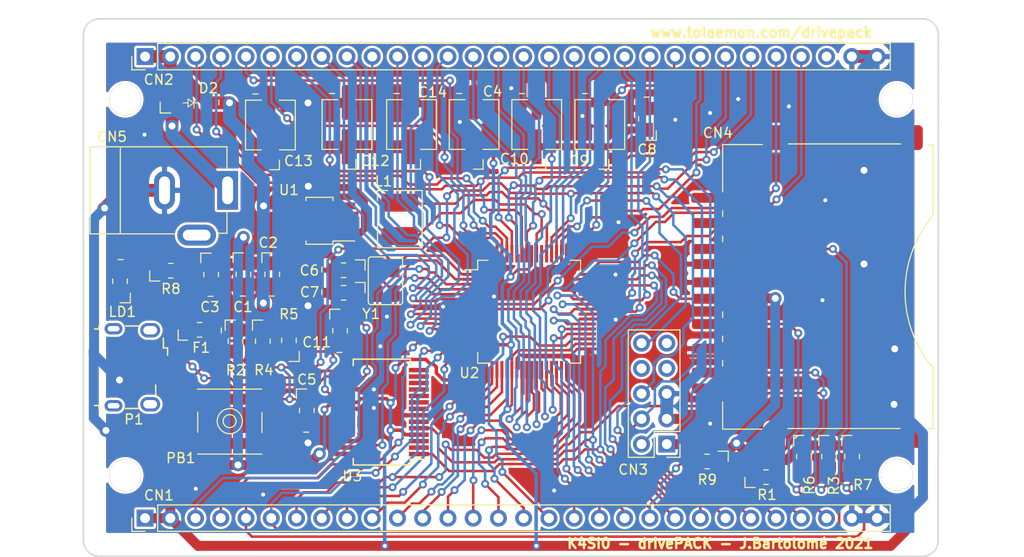
<source format=kicad_pcb>
(kicad_pcb (version 20211014) (generator pcbnew)
  (title_block (title "bareSam development board") (date "10 - 2021") (rev "0.0") (company "tolaemon - Jordi Bartolomé") (comment 1 "http://www.tolaemon.com/baresam   "))
  (layers (0 "F.Cu" signal) (31 "B.Cu" signal) (34 "B.Paste" user) (35 "F.Paste" user) (36 "B.SilkS" user "B.Silkscreen") (37 "F.SilkS" user "F.Silkscreen") (38 "B.Mask" user) (39 "F.Mask" user) (44 "Edge.Cuts" user))
  (net 0 "")
  (net 1 "/NRESET")
  (net 2 "/XTAL1")
  (net 3 "/XTAL2")
  (net 4 "/VDDCORE")
  (net 5 "Net-(C11-Pad1)")
  (net 6 "/PA30")
  (net 7 "/PA27")
  (net 8 "/PA25")
  (net 9 "/PA24")
  (net 10 "/PA23")
  (net 11 "/PA22")
  (net 12 "/PA21")
  (net 13 "/PA20")
  (net 14 "/PA19")
  (net 15 "/PA18")
  (net 16 "/PA17")
  (net 17 "/PA16")
  (net 18 "/PA15")
  (net 19 "/PA14")
  (net 20 "/PA13")
  (net 21 "/PA12")
  (net 22 "/PA11")
  (net 23 "/PA10")
  (net 24 "/PA09")
  (net 25 "/PA08")
  (net 26 "/PA07")
  (net 27 "/PA06")
  (net 28 "/PA05")
  (net 29 "/PA04")
  (net 30 "/PA03")
  (net 31 "/PA02")
  (net 32 "/PA31")
  (net 33 "/PB00")
  (net 34 "/PB01")
  (net 35 "/PB02")
  (net 36 "/PB03")
  (net 37 "/PB04")
  (net 38 "/PB05")
  (net 39 "/PB06")
  (net 40 "/PB07")
  (net 41 "/PB08")
  (net 42 "/PB09")
  (net 43 "/PB10")
  (net 44 "/PB11")
  (net 45 "/PB12")
  (net 46 "/PB13")
  (net 47 "/PB14")
  (net 48 "/PB15")
  (net 49 "/PB16")
  (net 50 "/PB17")
  (net 51 "/PB22")
  (net 52 "/PB23")
  (net 53 "/PB30")
  (net 54 "/PB31")
  (net 55 "/GNDANA")
  (net 56 "/VDDANA")
  (net 57 "Net-(CN5-Pad1)")
  (net 58 "Net-(F1-Pad1)")
  (net 59 "/VSW")
  (net 60 "Net-(LD1-Pad2)")
  (net 61 "Net-(P1-Pad2)")
  (net 62 "Net-(P1-Pad3)")
  (net 63 "Net-(R4-Pad2)")
  (net 64 "GND")
  (net 65 "VCC3.3")
  (net 66 "VCC5")
  (footprint "Tolaemon:SMD_C_0.5x0.5cm" (layer "F.Cu") (at 131.1494 82.8392 90)
    (fp_text reference "C12")
    (fp_text value "100uF")
  )
  (footprint "Tolaemon:SMD_C_0.5x0.5cm" (layer "F.Cu") (at 123.4494 82.8892 90)
    (fp_text reference "C13")
    (fp_text value "10uF")
  )
  (footprint "Tolaemon:D_SOD-123" (layer "F.Cu") (at 115.4994 80.7392)
    (fp_text reference "D2")
    (fp_text value "D")
  )
  (footprint "Tolaemon:SMD_R_0805_2012Metric" (layer "F.Cu") (at 113.3994 97.5892)
    (fp_text reference "R8")
    (fp_text value "1K")
  )
  (footprint "Tolaemon:PowerFemale" (layer "F.Cu") (at 112.3994 89.5392)
    (fp_text reference "CN5")
    (fp_text value "PowerJack")
  )
  (footprint "Tolaemon:TQFP-64-1EP_10x10mm_P0.5mm_EP8x8mm" (layer "F.Cu") (at 149.4994 101.7142)
    (fp_text reference "U2")
    (fp_text value "ATSAMD51J19")
  )
  (footprint "Tolaemon:SOT-89-5_Handsoldering" (layer "F.Cu") (at 128.3994 92.5642 180)
    (fp_text reference "U1")
    (fp_text value "AP2112_R5A_SOT_89-5")
  )
  (footprint "Tolaemon:SMD_C_0805_2012Metric" (layer "F.Cu") (at 161.2494 82.3392 90)
    (fp_text reference "C8")
    (fp_text value "0.1uF")
  )
  (footprint "Tolaemon:SMD_C_0.5x0.5cm" (layer "F.Cu") (at 156.5994 82.8392 90)
    (fp_text reference "C9")
    (fp_text value "1uF")
  )
  (footprint "Tolaemon:SMD_C_0805_2012Metric" (layer "F.Cu") (at 117.4994 97.9392 -90)
    (fp_text reference "C3")
    (fp_text value "0.1uF")
  )
  (footprint "Tolaemon:SMD_R_0805_2012Metric" (layer "F.Cu") (at 119.9494 104.6392 -90)
    (fp_text reference "R2")
    (fp_text value "10K")
  )
  (footprint "Tolaemon:SMD_C_0805_2012Metric" (layer "F.Cu") (at 120.7494 97.9187 -90)
    (fp_text reference "C1")
    (fp_text value "0.1uF")
  )
  (footprint "Tolaemon:SDCard_NoHoles" (layer "F.Cu") (at 182.4994 99.6892 90)
    (fp_text reference "CN4")
    (fp_text value "SDCardScocket")
  )
  (footprint "Tolaemon:SMD_R_0805_2012Metric" (layer "F.Cu") (at 167.4494 116.7892 180)
    (fp_text reference "R9")
    (fp_text value "100K")
  )
  (footprint "Tolaemon:SMD_R_0805_2012Metric" (layer "F.Cu") (at 181.9994 116.2497 -90)
    (fp_text reference "R7")
    (fp_text value "100K")
  )
  (footprint "Tolaemon:SMD_R_0805_2012Metric" (layer "F.Cu") (at 179.6844 116.2497 -90)
    (fp_text reference "R3")
    (fp_text value "100K")
  )
  (footprint "Tolaemon:MountingHole" (layer "F.Cu") (at 108.8494 118.1892)
    (fp_text reference "MH2" hide)
    (fp_text value "MountingHole")
  )
  (footprint "Tolaemon:MountingHole" (layer "F.Cu") (at 186.5122 118.1392)
    (fp_text reference "MH4" hide)
    (fp_text value "MountingHole")
  )
  (footprint "Tolaemon:USB_Micro-B_Wuerth_629105150521" (layer "F.Cu") (at 109.0994 107.2892 -90)
    (fp_text reference "P1")
    (fp_text value "USB_micro_B_female")
  )
  (footprint "Tolaemon:MountingHole" (layer "F.Cu") (at 186.5122 80.3402)
    (fp_text reference "MH3" hide)
    (fp_text value "MountingHole")
  )
  (footprint "Tolaemon:SMD_L_4018" (layer "F.Cu") (at 136.4694 92.4192 -90)
    (fp_text reference "L1")
    (fp_text value "10uH")
  )
  (footprint "Tolaemon:SMD_C_0.5x0.5cm" (layer "F.Cu") (at 143.9494 82.8392 90)
    (fp_text reference "C4")
    (fp_text value "10uF")
  )
  (footprint "Tolaemon:MountingHole" (layer "F.Cu") (at 108.8494 80.3402)
    (fp_text reference "MH1" hide)
    (fp_text value "MountingHole")
  )
  (footprint "Tolaemon:SMD_R_0805_2012Metric" (layer "F.Cu") (at 122.6994 104.6392 -90)
    (fp_text reference "R4")
    (fp_text value "4k7")
  )
  (footprint "Tolaemon:SMD_R_0805_2012Metric" (layer "F.Cu") (at 125.3244 104.6392 90)
    (fp_text reference "R5")
    (fp_text value "10K")
  )
  (footprint "Tolaemon:SMD_C_0805_2012Metric" (layer "F.Cu") (at 116.2994 103.5392)
    (fp_text reference "F1")
    (fp_text value "500ma")
  )
  (footprint "Tolaemon:PushButton" (layer "F.Cu") (at 119.3994 112.7392 90)
    (fp_text reference "PB1")
    (fp_text value "PushBSmall")
  )
  (footprint "Tolaemon:SMD_C_0805_2012Metric" (layer "F.Cu") (at 127.1244 111.6142 -90)
    (fp_text reference "C5")
    (fp_text value "0.1uF")
  )
  (footprint "Tolaemon:PinHeader_2x05_P2.54mm_Vertical" (layer "F.Cu") (at 163.3494 115.0392 180)
    (fp_text reference "CN3")
    (fp_text value "PinStrip2x5")
  )
  (footprint "Tolaemon:SSOP-28_5.3x10.2mm_P0.65mm" (layer "F.Cu") (at 134.6744 111.8142 180)
    (fp_text reference "U3")
    (fp_text value "FT232RL")
  )
  (footprint "Tolaemon:SMD_R_0805_2012Metric" (layer "F.Cu") (at 173.2994 118.3642)
    (fp_text reference "R1")
    (fp_text value "1K")
  )
  (footprint "Tolaemon:SMD_XTAL_3.4x2.7max" (layer "F.Cu") (at 135.0644 98.6392 -90)
    (fp_text reference "Y1")
    (fp_text value "32.768")
  )
  (footprint "Tolaemon:SMD_C_0805_2012Metric" (layer "F.Cu") (at 130.8644 97.5392 180)
    (fp_text reference "C6")
    (fp_text value "22pF")
  )
  (footprint "Tolaemon:SMD_R_0805_2012Metric" (layer "F.Cu") (at 177.1594 116.2497 -90)
    (fp_text reference "R6")
    (fp_text value "100K")
  )
  (footprint "Tolaemon:SMD_C_0805_2012Metric" (layer "F.Cu") (at 130.8644 99.8142 180)
    (fp_text reference "C7")
    (fp_text value "22pF")
  )
  (footprint "Tolaemon:PinHeader_1x30_P2.54mm_Vertical" (layer "F.Cu") (at 110.8494 76.0392 90)
    (fp_text reference "CN2")
    (fp_text value "PinStrip30")
  )
  (footprint "Tolaemon:SMD_C_0.5x0.5cm" (layer "F.Cu") (at 137.6494 82.8392 90)
    (fp_text reference "C14")
    (fp_text value "1u")
  )
  (footprint "Tolaemon:SMD_C_0805_2012Metric" (layer "F.Cu") (at 123.6472 97.917 -90)
    (fp_text reference "C2")
    (fp_text value "0.1uF")
  )
  (footprint "Tolaemon:SMD_C_0805_2012Metric" (layer "F.Cu") (at 130.4744 103.5892 -90)
    (fp_text reference "C11")
    (fp_text value "0.1uF")
  )
  (footprint "Tolaemon:PinHeader_1x30_P2.54mm_Vertical" (layer "F.Cu") (at 110.8494 122.4892 90)
    (fp_text reference "CN1")
    (fp_text value "PinStrip30")
  )
  (footprint "Tolaemon:SMD_LD_0805_2012Metric" (layer "F.Cu") (at 108.3244 98.6892 90)
    (fp_text reference "LD1")
    (fp_text value "LED")
  )
  (footprint "Tolaemon:SMD_C_0.5x0.5cm" (layer "F.Cu") (at 150.2494 82.8392 90)
    (fp_text reference "C10")
    (fp_text value "10uF")
  )
  (gr_line (start 189.0694 126.3392) (end 106.2494 126.3332) (layer "Edge.Cuts") (width 0.15))
  (gr_arc (start 106.2494 126.336011) (mid 105.118165 125.868678) (end 104.6466 124.7392) (layer "Edge.Cuts") (width 0.15))
  (gr_arc (start 190.6694 124.7392) (mid 190.200771 125.870571) (end 189.0694 126.3392) (layer "Edge.Cuts") (width 0.15))
  (gr_arc (start 189.0764 72.2392) (mid 190.207771 72.707829) (end 190.6764 73.8392) (layer "Edge.Cuts") (width 0.15))
  (gr_line (start 190.6694 124.7392) (end 190.6764 73.8392) (layer "Edge.Cuts") (width 0.15))
  (gr_line (start 106.2494 72.2392) (end 189.0764 72.2392) (layer "Edge.Cuts") (width 0.15))
  (gr_arc (start 104.6494 73.8392) (mid 105.118029 72.707829) (end 106.2494 72.2392) (layer "Edge.Cuts") (width 0.15))
  (gr_line (start 104.6466 73.8392) (end 104.6466 124.7392) (layer "Edge.Cuts") (width 0.15))
  (gr_text "www.tolaemon.com/drivepack" (at 172.847 73.6092) (layer "F.SilkS") (effects (font (size 1 1) (thickness 0.25))))
  (gr_text "K4SI0 - drivePACK - J.Bartolomé 2021" (at 168.7294 125.0392) (layer "F.SilkS") (effects (font (size 1 1) (thickness 0.25))))
  (segment (start 124.5494 107.3142) (end 124.5494 107.3142) (width 0.254) (layer "F.Cu") (net 1))
  (segment (start 147.201399 89.331199) (end 146.6794 88.8092) (width 0.254) (layer "F.Cu") (net 1))
  (segment (start 151.75702 94.24158) (end 151.75702 95.88212) (width 0.254) (layer "F.Cu") (net 1))
  (segment (start 160.25803 89.7792) (end 153.762538 89.7792) (width 0.254) (layer "F.Cu") (net 1))
  (segment (start 144.383578 89.518201) (end 144.383576 89.518203) (width 0.254) (layer "F.Cu") (net 1))
  (segment (start 160.263715 89.773515) (end 160.25803 89.7792) (width 0.254) (layer "F.Cu") (net 1))
  (segment (start 141.1494 94.2692) (end 139.8594 94.2692) (width 0.254) (layer "F.Cu") (net 1))
  (segment (start 127.6494 107.3142) (end 127.9888 107.3142) (width 0.254) (layer "F.Cu") (net 1))
  (segment (start 144.383576 89.518203) (end 141.811397 89.518203) (width 0.254) (layer "F.Cu") (net 1))
  (segment (start 124.5494 107.3142) (end 127.6494 107.3142) (width 0.254) (layer "F.Cu") (net 1))
  (segment (start 149.775528 89.836653) (end 149.698075 89.7592) (width 0.254) (layer "F.Cu") (net 1))
  (segment (start 130.3994 95.3592) (end 130.2894 95.4692) (width 0.254) (layer "F.Cu") (net 1))
  (segment (start 161.944744 89.773515) (end 162.27915 90.107921) (width 0.254) (layer "F.Cu") (net 1))
  (segment (start 119.9494 105.7187) (end 119.9494 106.5392) (width 0.254) (layer "F.Cu") (net 1))
  (segment (start 120.7244 107.3142) (end 124.5494 107.3142) (width 0.254) (layer "F.Cu") (net 1))
  (segment (start 147.621878 89.7592) (end 147.201399 89.338721) (width 0.254) (layer "F.Cu") (net 1))
  (segment (start 119.3105 110.5167) (end 127.1064 110.5167) (width 0.254) (layer "F.Cu") (net 1))
  (segment (start 153.705085 89.836653) (end 149.775528 89.836653) (width 0.254) (layer "F.Cu") (net 1))
  (segment (start 139.8594 94.2692) (end 138.7694 95.3592) (width 0.254) (layer "F.Cu") (net 1))
  (segment (start 151.75702 95.88212) (end 151.75702 95.77682) (width 0.254) (layer "F.Cu") (net 1))
  (segment (start 127.1064 110.5167) (end 127.1244 110.5347) (width 0.254) (layer "F.Cu") (net 1))
  (segment (start 141.1694 94.2492) (end 141.1494 94.2692) (width 0.254) (layer "F.Cu") (net 1))
  (segment (start 149.698075 89.7592) (end 147.621878 89.7592) (width 0.254) (layer "F.Cu") (net 1))
  (segment (start 161.944744 89.773515) (end 160.263715 89.773515) (width 0.254) (layer "F.Cu") (net 1))
  (segment (start 138.7694 95.3592) (end 130.3994 95.3592) (width 0.254) (layer "F.Cu") (net 1))
  (segment (start 144.830399 89.518201) (end 144.383578 89.518201) (width 0.254) (layer "F.Cu") (net 1))
  (segment (start 162.27915 90.107921) (end 162.264419 90.09319) (width 0.254) (layer "F.Cu") (net 1))
  (segment (start 153.762538 89.7792) (end 153.705085 89.836653) (width 0.254) (layer "F.Cu") (net 1))
  (segment (start 147.201399 89.338721) (end 147.201399 89.331199) (width 0.254) (layer "F.Cu") (net 1))
  (segment (start 153.6894 92.3092) (end 151.75702 94.24158) (width 0.254) (layer "F.Cu") (net 1))
  (segment (start 141.811397 89.518203) (end 141.2394 90.0902) (width 0.254) (layer "F.Cu") (net 1))
  (segment (start 146.6794 88.8092) (end 145.5394 88.8092) (width 0.254) (layer "F.Cu") (net 1))
  (segment (start 119.9494 106.5392) (end 120.7244 107.3142) (width 0.254) (layer "F.Cu") (net 1))
  (segment (start 151.75702 95.77682) (end 151.756021 95.775821) (width 0.254) (layer "F.Cu") (net 1))
  (segment (start 127.9888 107.3142) (end 128.5214 106.7816) (width 0.254) (layer "F.Cu") (net 1))
  (segment (start 145.5394 88.8092) (end 144.830399 89.518201) (width 0.254) (layer "F.Cu") (net 1))
  (via (at 141.2394 90.0902) (size 0.8) (drill 0.4) (layers "F.Cu" "B.Cu") (net 1))
  (via (at 141.1694 94.2492) (size 0.8) (drill 0.4) (layers "F.Cu" "B.Cu") (net 1))
  (via (at 162.27915 90.107921) (size 0.8) (drill 0.4) (layers "F.Cu" "B.Cu") (net 1))
  (via (at 125.3994 110.5142) (size 0.8) (drill 0.4) (layers "F.Cu" "B.Cu") (net 1))
  (via (at 130.2894 95.4692) (size 0.8) (drill 0.4) (layers "F.Cu" "B.Cu") (net 1))
  (via (at 124.5494 107.3142) (size 0.8) (drill 0.4) (layers "F.Cu" "B.Cu") (net 1))
  (via (at 128.5214 106.7816) (size 0.8) (drill 0.4) (layers "F.Cu" "B.Cu") (net 1))
  (via (at 153.705085 89.836653) (size 0.8) (drill 0.4) (layers "F.Cu" "B.Cu") (net 1))
  (via (at 153.6894 92.3092) (size 0.8) (drill 0.4) (layers "F.Cu" "B.Cu") (net 1))
  (segment (start 125.3994 110.5142) (end 125.3994 110.5392) (width 0.254) (layer "B.Cu") (net 1))
  (segment (start 165.253361 94.223161) (end 165.253361 101.085239) (width 0.254) (layer "B.Cu") (net 1))
  (segment (start 128.5214 106.7816) (end 128.5214 101.8772) (width 0.254) (layer "B.Cu") (net 1))
  (segment (start 161.4594 104.8792) (end 160.8094 104.8792) (width 0.254) (layer "B.Cu") (net 1))
  (segment (start 141.1694 94.2492) (end 141.2394 94.1792) (width 0.254) (layer "B.Cu") (net 1))
  (segment (start 162.27915 90.107921) (end 164.0094 91.838171) (width 0.254) (layer "B.Cu") (net 1))
  (segment (start 124.5494 107.3142) (end 125.2244 107.9892) (width 0.254) (layer "B.Cu") (net 1))
  (segment (start 164.0094 92.9792) (end 165.253361 94.223161) (width 0.254) (layer "B.Cu") (net 1))
  (segment (start 164.0094 91.838171) (end 164.0094 92.9792) (width 0.254) (layer "B.Cu") (net 1))
  (segment (start 128.5214 101.8772) (end 129.2194 101.1792) (width 0.254) (layer "B.Cu") (net 1))
  (segment (start 129.2194 96.5392) (end 130.2894 95.4692) (width 0.254) (layer "B.Cu") (net 1))
  (segment (start 153.705085 92.293515) (end 153.6894 92.3092) (width 0.254) (layer "B.Cu") (net 1))
  (segment (start 141.2394 94.1792) (end 141.2394 90.0902) (width 0.254) (layer "B.Cu") (net 1))
  (segment (start 165.253361 101.085239) (end 161.4594 104.8792) (width 0.254) (layer "B.Cu") (net 1))
  (segment (start 129.2194 101.1792) (end 129.2194 96.5392) (width 0.254) (layer "B.Cu") (net 1))
  (segment (start 153.705085 89.836653) (end 153.705085 92.293515) (width 0.254) (layer "B.Cu") (net 1))
  (segment (start 125.3994 108.1642) (end 125.3994 110.5142) (width 0.254) (layer "B.Cu") (net 1))
  (segment (start 125.2244 107.9892) (end 125.3994 108.1642) (width 0.254) (layer "B.Cu") (net 1))
  (segment (start 143.6724 97.9515) (end 142.7217 97.9515) (width 0.254) (layer "F.Cu") (net 2))
  (segment (start 143.0571 97.9515) (end 143.056101 97.952499) (width 0.254) (layer "F.Cu") (net 2))
  (segment (start 137.1926 96.0792) (end 135.8772 97.3946) (width 0.254) (layer "F.Cu") (net 2))
  (segment (start 135.8772 96.877) (end 135.8772 97.3946) (width 0.254) (layer "F.Cu") (net 2))
  (segment (start 133.3339 96.1492) (end 135.1494 96.1492) (width 0.254) (layer "F.Cu") (net 2))
  (segment (start 143.6724 97.9515) (end 143.0571 97.9515) (width 0.254) (layer "F.Cu") (net 2))
  (segment (start 140.8494 96.0792) (end 137.1926 96.0792) (width 0.254) (layer "F.Cu") (net 2))
  (segment (start 142.7217 97.9515) (end 140.8494 96.0792) (width 0.254) (layer "F.Cu") (net 2))
  (segment (start 133.3339 96.1492) (end 131.9439 97.5392) (width 0.254) (layer "F.Cu") (net 2))
  (segment (start 135.1494 96.1492) (end 135.8772 96.877) (width 0.254) (layer "F.Cu") (net 2))
  (segment (start 143.056101 97.952499) (end 142.962699 97.952499) (width 0.254) (layer "F.Cu") (net 2))
  (segment (start 134.83499 98.68479) (end 133.58381 98.68479) (width 0.254) (layer "F.Cu") (net 3))
  (segment (start 133.5694 98.6992) (end 133.0589 98.6992) (width 0.254) (layer "F.Cu") (net 3))
  (segment (start 135.8772 99.727) (end 134.83499 98.68479) (width 0.254) (layer "F.Cu") (net 3))
  (segment (start 133.0589 98.6992) (end 131.9439 99.8142) (width 0.254) (layer "F.Cu") (net 3))
  (segment (start 140.17541 96.55521) (end 137.86339 96.55521) (width 0.254) (layer "F.Cu") (net 3))
  (segment (start 142.8917 98.4515) (end 142.890701 98.450501) (width 0.254) (layer "F.Cu") (net 3))
  (segment (start 137.86339 96.55521) (end 137.0494 97.3692) (width 0.254) (layer "F.Cu") (net 3))
  (segment (start 142.890701 98.450501) (end 142.070701 98.450501) (width 0.254) (layer "F.Cu") (net 3))
  (segment (start 143.6724 98.4515) (end 142.8917 98.4515) (width 0.254) (layer "F.Cu") (net 3))
  (segment (start 142.070701 98.450501) (end 140.17541 96.55521) (width 0.254) (layer "F.Cu") (net 3))
  (segment (start 137.0494 97.3692) (end 137.0494 98.7116) (width 0.254) (layer "F.Cu") (net 3))
  (segment (start 137.0494 98.7116) (end 135.8772 99.8838) (width 0.254) (layer "F.Cu") (net 3))
  (segment (start 136.587539 90.627201) (end 136.47194 90.7428) (width 0.254) (layer "F.Cu") (net 4))
  (segment (start 151.25702 95.88212) (end 151.25702 94.59158) (width 0.254) (layer "F.Cu") (net 4))
  (segment (start 145.2094 89.9992) (end 144.2894 89.9992) (width 0.254) (layer "F.Cu") (net 4))
  (segment (start 161.2494 83.4187) (end 159.5299 83.4187) (width 0.7) (layer "F.Cu") (net 4))
  (segment (start 159.5299 83.4187) (end 157.8361 85.1125) (width 0.7) (layer "F.Cu") (net 4))
  (segment (start 151.6594 91.5792) (end 150.9294 90.8492) (width 0.254) (layer "F.Cu") (net 4))
  (segment (start 151.28101 94.56759) (end 151.28101 92.95759) (width 0.254) (layer "F.Cu") (net 4))
  (segment (start 151.7694 85.4592) (end 151.4227 85.1125) (width 0.254) (layer "F.Cu") (net 4))
  (segment (start 150.9294 90.8492) (end 150.9494 90.8292) (width 0.254) (layer "F.Cu") (net 4))
  (segment (start 150.24686 85.1125) (end 151.4227 85.1125) (width 0.7) (layer "F.Cu") (net 4))
  (segment (start 150.9494 90.8292) (end 150.9594 90.8292) (width 0.254) (layer "F.Cu") (net 4))
  (segment (start 151.7694 86.3392) (end 151.7694 85.4592) (width 0.254) (layer "F.Cu") (net 4))
  (segment (start 151.28101 92.95759) (end 151.6594 92.5792) (width 0.254) (layer "F.Cu") (net 4))
  (segment (start 146.7694 89.6692) (end 145.5394 89.6692) (width 0.254) (layer "F.Cu") (net 4))
  (segment (start 147.412863 90.312663) (end 146.7694 89.6692) (width 0.254) (layer "F.Cu") (net 4))
  (segment (start 157.8361 85.1125) (end 156.59686 85.1125) (width 0.7) (layer "F.Cu") (net 4))
  (segment (start 151.4227 85.1125) (end 156.59686 85.1125) (width 0.7) (layer "F.Cu") (net 4))
  (segment (start 145.5394 89.6692) (end 145.2094 89.9992) (width 0.254) (layer "F.Cu") (net 4))
  (segment (start 150.9294 90.8492) (end 150.392863 90.312663) (width 0.254) (layer "F.Cu") (net 4))
  (segment (start 142.9294 89.9992) (end 142.0894 90.8392) (width 0.254) (layer "F.Cu") (net 4))
  (segment (start 142.0894 90.8392) (end 136.56834 90.8392) (width 0.254) (layer "F.Cu") (net 4))
  (segment (start 151.6594 92.5792) (end 151.6594 91.5792) (width 0.254) (layer "F.Cu") (net 4))
  (segment (start 144.2894 89.9992) (end 142.9294 89.9992) (width 0.254) (layer "F.Cu") (net 4))
  (segment (start 150.392863 90.312663) (end 147.412863 90.312663) (width 0.254) (layer "F.Cu") (net 4))
  (segment (start 136.56834 90.8392) (end 136.47194 90.7428) (width 0.254) (layer "F.Cu") (net 4))
  (segment (start 161.2494 83.4187) (end 161.2494 83.4392) (width 1.3) (layer "F.Cu") (net 4))
  (segment (start 144.2894 89.9992) (end 144.284411 89.994211) (width 0.254) (layer "F.Cu") (net 4))
  (segment (start 151.25702 94.59158) (end 151.28101 94.56759) (width 0.254) (layer "F.Cu") (net 4))
  (via (at 150.9294 90.8492) (size 0.8) (drill 0.4) (layers "F.Cu" "B.Cu") (net 4))
  (via (at 151.7694 86.3392) (size 0.8) (drill 0.4) (layers "F.Cu" "B.Cu") (net 4))
  (segment (start 150.9194 89.367019) (end 150.9194 89.5992) (width 0.254) (layer "B.Cu") (net 4))
  (segment (start 150.9194 89.5992) (end 150.9294 89.6092) (width 0.254) (layer "B.Cu") (net 4))
  (segment (start 151.7694 86.3392) (end 151.7694 88.517019) (width 0.254) (layer "B.Cu") (net 4))
  (segment (start 151.7694 88.517019) (end 150.9194 89.367019) (width 0.254) (layer "B.Cu") (net 4))
  (segment (start 150.9294 90.8492) (end 150.9294 89.6092) (width 0.254) (layer "B.Cu") (net 4))
  (segment (start 132.2949 102.5097) (end 133.1244 103.3392) (width 0.254) (layer "F.Cu") (net 5))
  (segment (start 133.1734 107.988379) (end 133.1734 107.705215) (width 0.254) (layer "F.Cu") (net 5))
  (segment (start 132.1183 108.88412) (end 132.277659 108.88412) (width 0.254) (layer "F.Cu") (net 5))
  (segment (start 132.277659 108.88412) (end 133.1734 107.988379) (width 0.254) (layer "F.Cu") (net 5))
  (segment (start 132.1183 108.88412) (end 130.9474 108.88412) (width 0.254) (layer "F.Cu") (net 5))
  (segment (start 130.4744 102.5097) (end 132.2949 102.5097) (width 0.254) (layer "F.Cu") (net 5))
  (via (at 133.1244 103.3392) (size 0.8) (drill 0.4) (layers "F.Cu" "B.Cu") (net 5))
  (via (at 133.1734 107.705215) (size 0.8) (drill 0.4) (layers "F.Cu" "B.Cu") (net 5))
  (segment (start 133.1734 107.705215) (end 133.1734 103.3882) (width 0.254) (layer "B.Cu") (net 5))
  (segment (start 133.1734 103.3882) (end 133.1244 103.3392) (width 0.254) (layer "B.Cu") (net 5))
  (segment (start 175.229751 120.1592) (end 173.9494 120.1592) (width 0.254) (layer "F.Cu") (net 6))
  (segment (start 177.8569 120.9167) (end 179.4294 122.4892) (width 0.254) (layer "F.Cu") (net 6))
  (segment (start 150.998697 88.1792) (end 150.8794 88.1792) (width 0.254) (layer "F.Cu") (net 6))
  (segment (start 175.846868 120.16519) (end 176.039879 120.358201) (width 0.254) (layer "F.Cu") (net 6))
  (segment (start 171.3194 119.5492) (end 170.08335 118.31315) (width 0.254) (layer "F.Cu") (net 6))
  (segment (start 173.3394 119.5492) (end 171.3194 119.5492) (width 0.254) (layer "F.Cu") (net 6))
  (segment (start 149.7794 93.1492) (end 149.810678 93.1492) (width 0.254) (layer "F.Cu") (net 6))
  (segment (start 162.8794 88.1792) (end 150.998697 88.1792) (width 0.254) (layer "F.Cu") (net 6))
  (segment (start 174.3789 119.308349) (end 175.235741 120.16519) (width 0.254) (layer "F.Cu") (net 6))
  (segment (start 176.060401 120.358201) (end 176.6189 120.9167) (width 0.254) (layer "F.Cu") (net 6))
  (segment (start 170.08335 118.31315) (end 164.043938 118.31315) (width 0.254) (layer "F.Cu") (net 6))
  (segment (start 149.25702 95.88212) (end 149.25702 94.21158) (width 0.254) (layer "F.Cu") (net 6))
  (segment (start 150.8794 88.1792) (end 150.5294 88.5292) (width 0.254) (layer "F.Cu") (net 6))
  (segment (start 160.0994 116.5492) (end 159.3994 115.8492) (width 0.254) (layer "F.Cu") (net 6))
  (segment (start 162.279988 116.5492) (end 160.0994 116.5492) (width 0.254) (layer "F.Cu") (net 6))
  (segment (start 159.3994 115.8492) (end 159.3994 113.9092) (width 0.254) (layer "F.Cu") (net 6))
  (segment (start 175.235741 120.16519) (end 175.229751 120.1592) (width 0.254) (layer "F.Cu") (net 6))
  (segment (start 176.6189 120.9167) (end 177.8569 120.9167) (width 0.254) (layer "F.Cu") (net 6))
  (segment (start 176.039879 120.358201) (end 176.060401 120.358201) (width 0.254) (layer "F.Cu") (net 6))
  (segment (start 179.4294 122.2192) (end 179.4294 122.4892) (width 0.254) (layer "F.Cu") (net 6))
  (segment (start 149.25702 93.702858) (end 149.25702 94.21158) (width 0.254) (layer "F.Cu") (net 6))
  (segment (start 174.3789 118.3642) (end 174.3789 119.308349) (width 0.254) (layer "F.Cu") (net 6))
  (segment (start 149.810678 93.1492) (end 149.900678 93.0592) (width 0.254) (layer "F.Cu") (net 6))
  (segment (start 173.9494 120.1592) (end 173.3394 119.5492) (width 0.254) (layer "F.Cu") (net 6))
  (segment (start 163.1094 88.4092) (end 162.8794 88.1792) (width 0.254) (layer "F.Cu") (net 6))
  (segment (start 159.3994 113.9092) (end 160.8094 112.4992) (width 0.254) (layer "F.Cu") (net 6))
  (segment (start 149.900678 93.0592) (end 149.25702 93.702858) (width 0.254) (layer "F.Cu") (net 6))
  (segment (start 164.043938 118.31315) (end 162.279988 116.5492) (width 0.254) (layer "F.Cu") (net 6))
  (segment (start 175.235741 120.16519) (end 175.846868 120.16519) (width 0.254) (layer "F.Cu") (net 6))
  (via (at 163.1094 88.4092) (size 0.8) (drill 0.4) (layers "F.Cu" "B.Cu") (net 6))
  (via (at 149.900678 93.0592) (size 0.8) (drill 0.4) (layers "F.Cu" "B.Cu") (net 6))
  (via (at 150.5294 88.5292) (size 0.8) (drill 0.4) (layers "F.Cu" "B.Cu") (net 6))
  (segment (start 162.804878 108.7292) (end 164.3494 108.7292) (width 0.254) (layer "B.Cu") (net 6))
  (segment (start 160.8094 112.8042) (end 160.8094 112.4992) (width 0.254) (layer "B.Cu") (net 6))
  (segment (start 164.1394 88.4092) (end 163.1094 88.4092) (width 0.254) (layer "B.Cu") (net 6))
  (segment (start 166.8894 91.1592) (end 164.1394 88.4092) (width 0.254) (layer "B.Cu") (net 6))
  (segment (start 150.12743 88.93117) (end 150.12743 90.49117) (width 0.254) (layer "B.Cu") (net 6))
  (segment (start 162.150399 111.158201) (end 162.150399 109.383679) (width 0.254) (layer "B.Cu") (net 6))
  (segment (start 160.8094 112.4992) (end 162.150399 111.158201) (width 0.254) (layer "B.Cu") (net 6))
  (segment (start 162.150399 109.383679) (end 162.804878 108.7292) (width 0.254) (layer "B.Cu") (net 6))
  (segment (start 149.900678 90.717922) (end 149.900678 93.0592) (width 0.254) (layer "B.Cu") (net 6))
  (segment (start 165.9694 107.1092) (end 165.9694 105.2592) (width 0.254) (layer "B.Cu") (net 6))
  (segment (start 165.9694 105.2592) (end 166.8894 104.3392) (width 0.254) (layer "B.Cu") (net 6))
  (segment (start 160.447323 112.4992) (end 160.8094 112.4992) (width 0.254) (layer "B.Cu") (net 6))
  (segment (start 164.3494 108.7292) (end 165.9694 107.1092) (width 0.254) (layer "B.Cu") (net 6))
  (segment (start 150.12743 90.49117) (end 149.900678 90.717922) (width 0.254) (layer "B.Cu") (net 6))
  (segment (start 166.8894 104.3392) (end 166.8894 91.1592) (width 0.254) (layer "B.Cu") (net 6))
  (segment (start 150.5294 88.5292) (end 150.12743 88.93117) (width 0.254) (layer "B.Cu") (net 6))
  (segment (start 175.0394 120.6392) (end 173.3894 120.6392) (width 0.254) (layer "F.Cu") (net 7))
  (segment (start 162.31681 117.2592) (end 160.066221 117.2592) (width 0.254) (layer "F.Cu") (net 7))
  (segment (start 161.2594 90.5292) (end 160.5194 90.5292) (width 0.254) (layer "F.Cu") (net 7))
  (segment (start 169.8794 119.4192) (end 169.24936 118.78916) (width 0.254) (layer "F.Cu") (net 7))
  (segment (start 152.25702 95.88212) (end 152.25702 94.60158) (width 0.254) (layer "F.Cu") (net 7))
  (segment (start 175.0394 120.6392) (end 176.8894 122.4892) (width 0.254) (layer "F.Cu") (net 7))
  (segment (start 160.5194 90.5292) (end 155.3294 90.5292) (width 0.254) (layer "F.Cu") (net 7))
  (segment (start 161.2894 90.5592) (end 161.2594 90.5292) (width 0.254) (layer "F.Cu") (net 7))
  (segment (start 152.25702 94.414758) (end 153.180989 93.490789) (width 0.254) (layer "F.Cu") (net 7))
  (segment (start 158.92339 116.116369) (end 158.92339 114.17319) (width 0.254) (layer "F.Cu") (net 7))
  (segment (start 152.25702 95.81158) (end 152.258019 95.810581) (width 0.254) (layer "F.Cu") (net 7))
  (segment (start 153.180989 93.490789) (end 153.542578 93.1292) (width 0.254) (layer "F.Cu") (net 7))
  (segment (start 170.3494 119.4192) (end 169.8794 119.4192) (width 0.254) (layer "F.Cu") (net 7))
  (segment (start 160.066221 117.2592) (end 158.92339 116.116369) (width 0.254) (layer "F.Cu") (net 7))
  (segment (start 171.0494 120.1192) (end 170.3494 119.4192) (width 0.254) (layer "F.Cu") (net 7))
  (segment (start 152.25702 95.88212) (end 152.25702 95.81158) (width 0.254) (layer "F.Cu") (net 7))
  (segment (start 163.84677 118.78916) (end 162.31681 117.2592) (width 0.254) (layer "F.Cu") (net 7))
  (segment (start 169.24936 118.78916) (end 163.84677 118.78916) (width 0.254) (layer "F.Cu") (net 7))
  (segment (start 172.8694 120.1192) (end 171.0494 120.1192) (width 0.254) (layer "F.Cu") (net 7))
  (segment (start 173.3894 120.6392) (end 172.8694 120.1192) (width 0.254) (layer "F.Cu") (net 7))
  (segment (start 153.542578 93.1292) (end 154.3194 93.1292) (width 0.254) (layer "F.Cu") (net 7))
  (segment (start 152.25702 94.60158) (end 152.25702 94.414758) (width 0.254) (layer "F.Cu") (net 7))
  (segment (start 158.92339 114.17319) (end 158.3894 113.6392) (width 0.254) (layer "F.Cu") (net 7))
  (via (at 158.3894 113.6392) (size 0.8) (drill 0.4) (layers "F.Cu" "B.Cu") (net 7))
  (via (at 155.3294 90.5292) (size 0.8) (drill 0.4) (layers "F.Cu" "B.Cu") (net 7))
  (via (at 154.3194 93.1292) (size 0.8) (drill 0.4) (layers "F.Cu" "B.Cu") (net 7))
  (via (at 161.2894 90.5592) (size 0.8) (drill 0.4) (layers "F.Cu" "B.Cu") (net 7))
  (segment (start 162.6194 91.872929) (end 162.6194 93.8192) (width 0.254) (layer "B.Cu") (net 7))
  (segment (start 154.7394 92.6992) (end 154.7394 91.0992) (width 0.254) (layer "B.Cu") (net 7))
  (segment (start 162.6194 93.8192) (end 164.777351 95.977151) (width 0.254) (layer "B.Cu") (net 7))
  (segment (start 154.3194 93.1192) (end 154.7394 92.6992) (width 0.254) (layer "B.Cu") (net 7))
  (segment (start 159.3194 104.4692) (end 159.3194 110.8392) (width 0.254) (layer "B.Cu") (net 7))
  (segment (start 163.758538 101.260062) (end 163.75536 101.260062) (width 0.254) (layer "B.Cu") (net 7))
  (segment (start 164.777351 95.977151) (end 164.777351 100.241249) (width 0.254) (layer "B.Cu") (net 7))
  (segment (start 163.75536 101.260062) (end 161.526222 103.4892) (width 0.254) (layer "B.Cu") (net 7))
  (segment (start 159.3194 104.4692) (end 159.3394 104.4692) (width 0.254) (layer "B.Cu") (net 7))
  (segment (start 162.6194 91.872929) (end 162.603129 91.872929) (width 0.254) (layer "B.Cu") (net 7))
  (segment (start 162.603129 91.872929) (end 161.2894 90.5592) (width 0.254) (layer "B.Cu") (net 7))
  (segment (start 164.777351 100.241249) (end 163.758538 101.260062) (width 0.254) (layer "B.Cu") (net 7))
  (segment (start 154.3194 93.1292) (end 154.3294 93.1292) (width 0.254) (layer "B.Cu") (net 7))
  (segment (start 154.7594 91.0992) (end 155.3294 90.5292) (width 0.254) (layer "B.Cu") (net 7))
  (segment (start 159.339401 104.4692) (end 159.3194 104.4692) (width 0.254) (layer "B.Cu") (net 7))
  (segment (start 159.3194 110.8392) (end 158.3894 111.7692) (width 0.254) (layer "B.Cu") (net 7))
  (segment (start 161.526222 103.4892) (end 160.319401 103.4892) (width 0.254) (layer "B.Cu") (net 7))
  (segment (start 160.319401 103.4892) (end 159.339401 104.4692) (width 0.254) (layer "B.Cu") (net 7))
  (segment (start 154.7394 91.0992) (end 154.7594 91.0992) (width 0.254) (layer "B.Cu") (net 7))
  (segment (start 154.3194 93.1292) (end 154.3194 93.1192) (width 0.254) (layer "B.Cu") (net 7))
  (segment (start 158.3894 111.7692) (end 158.3894 113.6392) (width 0.254) (layer "B.Cu") (net 7))
  (segment (start 154.454085 92.994515) (end 154.3194 93.1292) (width 0.254) (layer "B.Cu") (net 7))
  (segment (start 155.34672 98.95404) (end 158.27456 98.95404) (width 0.254) (layer "F.Cu") (net 8))
  (segment (start 162.303632 117.9192) (end 160.053042 117.9192) (width 0.254) (layer "F.Cu") (net 8))
  (segment (start 169.3294 120.0692) (end 168.52537 119.26517) (width 0.254) (layer "F.Cu") (net 8))
  (segment (start 163.649599 119.26517) (end 163.649599 119.265167) (width 0.254) (layer "F.Cu") (net 8))
  (segment (start 172.6744 120.8142) (end 170.9544 120.8142) (width 0.254) (layer "F.Cu") (net 8))
  (segment (start 160.053042 117.9192) (end 158.44738 116.313538) (width 0.254) (layer "F.Cu") (net 8))
  (segment (start 159.8794 97.3492) (end 158.27456 98.95404) (width 0.254) (layer "F.Cu") (net 8))
  (segment (start 158.44738 116.313538) (end 158.44738 115.086899) (width 0.254) (layer "F.Cu") (net 8))
  (segment (start 172.6744 120.8142) (end 174.3494 122.4892) (width 0.254) (layer "F.Cu") (net 8))
  (segment (start 170.2094 120.0692) (end 169.3294 120.0692) (width 0.254) (layer "F.Cu") (net 8))
  (segment (start 158.44738 115.086899) (end 157.893072 114.532591) (width 0.254) (layer "F.Cu") (net 8))
  (segment (start 161.846082 97.042262) (end 161.280397 97.042262) (width 0.254) (layer "F.Cu") (net 8))
  (segment (start 160.973459 97.3492) (end 159.8794 97.3492) (width 0.254) (layer "F.Cu") (net 8))
  (segment (start 168.52537 119.26517) (end 163.649599 119.26517) (width 0.254) (layer "F.Cu") (net 8))
  (segment (start 163.649599 119.265167) (end 162.303632 117.9192) (width 0.254) (layer "F.Cu") (net 8))
  (segment (start 161.280397 97.042262) (end 160.973459 97.3492) (width 0.254) (layer "F.Cu") (net 8))
  (segment (start 170.9544 120.8142) (end 170.2094 120.0692) (width 0.254) (layer "F.Cu") (net 8))
  (via (at 157.893072 114.532591) (size 0.8) (drill 0.4) (layers "F.Cu" "B.Cu") (net 8))
  (via (at 161.846082 97.042262) (size 0.8) (drill 0.4) (layers "F.Cu" "B.Cu") (net 8))
  (segment (start 159.122231 103.99319) (end 159.142233 103.99319) (width 0.254) (layer "B.Cu") (net 8))
  (segment (start 158.84339 104.272031) (end 158.84339 109.49521) (width 0.254) (layer "B.Cu") (net 8))
  (segment (start 158.84339 109.49521) (end 157.640399 110.698201) (width 0.254) (layer "B.Cu") (net 8))
  (segment (start 161.329053 103.01319) (end 163.27935 101.062893) (width 0.254) (layer "B.Cu") (net 8))
  (segment (start 157.640399 114.290199) (end 157.882791 114.532591) (width 0.254) (layer "B.Cu") (net 8))
  (segment (start 159.142233 103.99319) (end 160.122232 103.01319) (width 0.254) (layer "B.Cu") (net 8))
  (segment (start 160.122232 103.01319) (end 161.329053 103.01319) (width 0.254) (layer "B.Cu") (net 8))
  (segment (start 157.882791 114.532591) (end 157.893072 114.532591) (width 0.254) (layer "B.Cu") (net 8))
  (segment (start 161.846082 97.042262) (end 161.912462 97.042262) (width 0.254) (layer "B.Cu") (net 8))
  (segment (start 163.27935 101.062893) (end 163.27935 98.40915) (width 0.254) (layer "B.Cu") (net 8))
  (segment (start 157.640399 110.698201) (end 157.640399 114.290199) (width 0.254) (layer "B.Cu") (net 8))
  (segment (start 159.142232 103.99319) (end 159.122231 103.99319) (width 0.254) (layer "B.Cu") (net 8))
  (segment (start 161.912462 97.042262) (end 163.27935 98.40915) (width 0.254) (layer "B.Cu") (net 8))
  (segment (start 159.122231 103.99319) (end 158.84339 104.272031) (width 0.254) (layer "B.Cu") (net 8))
  (segment (start 157.97137 115.822853) (end 157.69838 115.549863) (width 0.254) (layer "F.Cu") (net 9))
  (segment (start 168.5994 120.6992) (end 167.64138 119.74118) (width 0.254) (layer "F.Cu") (net 9))
  (segment (start 155.34672 99.45404) (end 158.45456 99.45404) (width 0.254) (layer "F.Cu") (net 9))
  (segment (start 170.0194 120.6992) (end 168.5994 120.6992) (width 0.254) (layer "F.Cu") (net 9))
  (segment (start 162.2294 118.5992) (end 160.059863 118.5992) (width 0.254) (layer "F.Cu") (net 9))
  (segment (start 163.37138 119.74118) (end 162.2294 118.5992) (width 0.254) (layer "F.Cu") (net 9))
  (segment (start 158.45456 99.447218) (end 159.442578 98.4592) (width 0.254) (layer "F.Cu") (net 9))
  (segment (start 160.724335 98.064265) (end 161.846082 98.064265) (width 0.254) (layer "F.Cu") (net 9))
  (segment (start 170.0194 120.6992) (end 171.8094 122.4892) (width 0.254) (layer "F.Cu") (net 9))
  (segment (start 158.45456 99.45404) (end 158.45456 99.447218) (width 0.254) (layer "F.Cu") (net 9))
  (segment (start 160.3294 98.4592) (end 160.724335 98.064265) (width 0.254) (layer "F.Cu") (net 9))
  (segment (start 167.64138 119.74118) (end 163.37138 119.74118) (width 0.254) (layer "F.Cu") (net 9))
  (segment (start 159.442578 98.4592) (end 160.3294 98.4592) (width 0.254) (layer "F.Cu") (net 9))
  (segment (start 157.97137 116.510707) (end 157.97137 115.822853) (width 0.254) (layer "F.Cu") (net 9))
  (segment (start 160.059863 118.5992) (end 157.97137 116.510707) (width 0.254) (layer "F.Cu") (net 9))
  (via (at 161.846082 98.064265) (size 0.8) (drill 0.4) (layers "F.Cu" "B.Cu") (net 9))
  (via (at 157.69838 115.549863) (size 0.8) (drill 0.4) (layers "F.Cu" "B.Cu") (net 9))
  (segment (start 162.148405 98.064265) (end 161.846082 98.064265) (width 0.254) (layer "B.Cu") (net 9))
  (segment (start 161.131884 102.53718) (end 162.80334 100.865724) (width 0.254) (layer "B.Cu") (net 9))
  (segment (start 162.80334 98.7192) (end 162.148405 98.064265) (width 0.254) (layer "B.Cu") (net 9))
  (segment (start 158.0094 108.5392) (end 158.0094 104.432843) (width 0.254) (layer "B.Cu") (net 9))
  (segment (start 158.925061 103.517182) (end 158.945061 103.517182) (width 0.254) (layer "B.Cu") (net 9))
  (segment (start 159.925063 102.53718) (end 161.131884 102.53718) (width 0.254) (layer "B.Cu") (net 9))
  (segment (start 157.144071 114.995554) (end 157.144071 109.404529) (width 0.254) (layer "B.Cu") (net 9))
  (segment (start 158.945061 103.517182) (end 159.925063 102.53718) (width 0.254) (layer "B.Cu") (net 9))
  (segment (start 157.69838 115.549863) (end 157.144071 114.995554) (width 0.254) (layer "B.Cu") (net 9))
  (segment (start 162.80334 100.865724) (end 162.80334 98.7192) (width 0.254) (layer "B.Cu") (net 9))
  (segment (start 157.144071 109.404529) (end 158.0094 108.5392) (width 0.254) (layer "B.Cu") (net 9))
  (segment (start 158.0094 104.432843) (end 158.925061 103.517182) (width 0.254) (layer "B.Cu") (net 9))
  (segment (start 138.39886 116.0392) (end 139.7494 116.0392) (width 0.254) (layer "F.Cu") (net 10))
  (segment (start 168.070399 121.290199) (end 169.2694 122.4892) (width 0.254) (layer "F.Cu") (net 10))
  (segment (start 155.09938 115.57922) (end 156.66849 115.57922) (width 0.254) (layer "F.Cu") (net 10))
  (segment (start 154.1094 116.5692) (end 155.09938 115.57922) (width 0.254) (layer "F.Cu") (net 10))
  (segment (start 141.4594 117.7492) (end 145.8094 117.7492) (width 0.254) (layer "F.Cu") (net 10))
  (segment (start 157.327298 116.238028) (end 157.327298 116.539813) (width 0.254) (layer "F.Cu") (net 10))
  (segment (start 146.212583 117.346017) (end 146.212583 117.345211) (width 0.254) (layer "F.Cu") (net 10))
  (segment (start 146.212583 117.345211) (end 146.51071 117.047084) (width 0.254) (layer "F.Cu") (net 10))
  (segment (start 158.67456 99.95404) (end 159.563778 99.064822) (width 0.254) (layer "F.Cu") (net 10))
  (segment (start 168.040399 121.290199) (end 168.070399 121.290199) (width 0.254) (layer "F.Cu") (net 10))
  (segment (start 152.9694 116.5692) (end 154.1094 116.5692) (width 0.254) (layer "F.Cu") (net 10))
  (segment (start 139.7494 116.0392) (end 141.4594 117.7492) (width 0.254) (layer "F.Cu") (net 10))
  (segment (start 155.34672 99.95404) (end 158.67456 99.95404) (width 0.254) (layer "F.Cu") (net 10))
  (segment (start 157.327298 116.539813) (end 160.131654 119.344168) (width 0.254) (layer "F.Cu") (net 10))
  (segment (start 163.174211 120.21719) (end 166.96739 120.21719) (width 0.254) (layer "F.Cu") (net 10))
  (segment (start 160.131654 119.344168) (end 162.301191 119.344169) (width 0.254) (layer "F.Cu") (net 10))
  (segment (start 145.8094 117.7492) (end 146.212583 117.346017) (width 0.254) (layer "F.Cu") (net 10))
  (segment (start 156.66849 115.57922) (end 157.327298 116.238028) (width 0.254) (layer "F.Cu") (net 10))
  (segment (start 162.301191 119.344169) (end 163.174211 120.21719) (width 0.254) (layer "F.Cu") (net 10))
  (segment (start 159.563778 99.064822) (end 162.05434 99.064822) (width 0.254) (layer "F.Cu") (net 10))
  (segment (start 146.51071 117.047084) (end 152.491516 117.047084) (width 0.254) (layer "F.Cu") (net 10))
  (segment (start 152.491516 117.047084) (end 152.9694 116.5692) (width 0.254) (layer "F.Cu") (net 10))
  (segment (start 166.96739 120.21719) (end 168.040399 121.290199) (width 0.254) (layer "F.Cu") (net 10))
  (via (at 156.66849 115.57922) (size 0.8) (drill 0.4) (layers "F.Cu" "B.Cu") (net 10))
  (via (at 162.05434 99.064822) (size 0.8) (drill 0.4) (layers "F.Cu" "B.Cu") (net 10))
  (segment (start 157.1794 104.589664) (end 158.727891 103.041173) (width 0.254) (layer "B.Cu") (net 10))
  (segment (start 159.727894 102.06117) (end 160.934716 102.06117) (width 0.254) (layer "B.Cu") (net 10))
  (segment (start 156.668061 115.578791) (end 156.668061 107.710539) (width 0.254) (layer "B.Cu") (net 10))
  (segment (start 161.364715 101.63117) (end 161.364715 101.623885) (width 0.254) (layer "B.Cu") (net 10))
  (segment (start 156.668061 107.710539) (end 157.1794 107.1992) (width 0.254) (layer "B.Cu") (net 10))
  (segment (start 160.934716 102.06117) (end 161.364715 101.63117) (width 0.254) (layer "B.Cu") (net 10))
  (segment (start 157.1794 107.1992) (end 157.1794 104.589664) (width 0.254) (layer "B.Cu") (net 10))
  (segment (start 158.747892 103.041173) (end 159.727894 102.06117) (width 0.254) (layer "B.Cu") (net 10))
  (segment (start 162.32733 99.337812) (end 162.05434 99.064822) (width 0.254) (layer "B.Cu") (net 10))
  (segment (start 158.727891 103.041173) (end 158.747892 103.041173) (width 0.254) (layer "B.Cu") (net 10))
  (segment (start 161.364715 101.623885) (end 162.32733 100.66127) (width 0.254) (layer "B.Cu") (net 10))
  (segment (start 162.32733 100.66127) (end 162.32733 99.337812) (width 0.254) (layer "B.Cu") (net 10))
  (segment (start 156.66849 115.57922) (end 156.668061 115.578791) (width 0.254) (layer "B.Cu") (net 10))
  (segment (start 154.1016 115.697) (end 153.0916 115.697) (width 0.254) (layer "F.Cu") (net 11))
  (segment (start 159.79228 119.820178) (end 162.10402 119.820178) (width 0.254) (layer "F.Cu") (net 11))
  (segment (start 140.350859 114.080659) (end 139.7094 113.4392) (width 0.254) (layer "F.Cu") (net 11))
  (segment (start 146.325414 116.5592) (end 146.015414 116.869201) (width 0.254) (layer "F.Cu") (net 11))
  (segment (start 155.179489 114.619111) (end 154.1016 115.697) (width 0.254) (layer "F.Cu") (net 11))
  (segment (start 162.10402 119.820178) (end 162.977042 120.6932) (width 0.254) (layer "F.Cu") (net 11))
  (segment (start 153.0916 115.697) (end 152.2294 116.5592) (width 0.254) (layer "F.Cu") (net 11))
  (segment (start 138.39886 113.4392) (end 138.3994 113.4392) (width 0.254) (layer "F.Cu") (net 11))
  (segment (start 153.956428 100.45404) (end 153.589427 100.087039) (width 0.254) (layer "F.Cu") (net 11))
  (segment (start 166.1084 120.6932) (end 166.7294 121.3142) (width 0.254) (layer "F.Cu") (net 11))
  (segment (start 140.350859 115.428721) (end 140.350859 114.080659) (width 0.254) (layer "F.Cu") (net 11))
  (segment (start 138.3994 113.4392) (end 138.4494 113.3892) (width 0.254) (layer "F.Cu") (net 11))
  (segment (start 166.7294 121.3142) (end 166.7294 122.4892) (width 0.254) (layer "F.Cu") (net 11))
  (segment (start 146.015414 116.869201) (end 141.791339 116.869201) (width 0.254) (layer "F.Cu") (net 11))
  (segment (start 162.977042 120.6932) (end 166.1084 120.6932) (width 0.254) (layer "F.Cu") (net 11))
  (segment (start 153.589427 100.087039) (end 152.342524 100.087039) (width 0.254) (layer "F.Cu") (net 11))
  (segment (start 155.34672 100.45404) (end 153.956428 100.45404) (width 0.254) (layer "F.Cu") (net 11))
  (segment (start 152.2294 116.5592) (end 146.325414 116.5592) (width 0.254) (layer "F.Cu") (net 11))
  (segment (start 139.7094 113.4392) (end 138.39886 113.4392) (width 0.254) (layer "F.Cu") (net 11))
  (segment (start 156.581541 116.609439) (end 159.79228 119.820178) (width 0.254) (layer "F.Cu") (net 11))
  (segment (start 155.89715 114.641022) (end 155.919061 114.619111) (width 0.254) (layer "F.Cu") (net 11))
  (segment (start 155.919061 114.619111) (end 155.179489 114.619111) (width 0.254) (layer "F.Cu") (net 11))
  (segment (start 141.791339 116.869201) (end 140.350859 115.428721) (width 0.254) (layer "F.Cu") (net 11))
  (via (at 152.342524 100.087039) (size 0.8) (drill 0.4) (layers "F.Cu" "B.Cu") (net 11))
  (via (at 156.581541 116.609439) (size 0.8) (drill 0.4) (layers "F.Cu" "B.Cu") (net 11))
  (via (at 155.919061 114.619111) (size 0.8) (drill 0.4) (layers "F.Cu" "B.Cu") (net 11))
  (segment (start 155.994674 116.013926) (end 155.919489 115.938741) (width 0.254) (layer "B.Cu") (net 11))
  (segment (start 155.919489 101.809289) (end 155.919489 113.939289) (width 0.254) (layer "B.Cu") (net 11))
  (segment (start 154.197239 100.087039) (end 155.919489 101.809289) (width 0.254) (layer "B.Cu") (net 11))
  (segment (start 155.919489 113.939289) (end 155.919489 114.190628) (width 0.254) (layer "B.Cu") (net 11))
  (segment (start 155.919489 115.189111) (end 155.919489 114.190628) (width 0.254) (layer "B.Cu") (net 11))
  (segment (start 156.581541 116.609439) (end 155.994674 116.022572) (width 0.254) (layer "B.Cu") (net 11))
  (segment (start 152.342524 100.087039) (end 154.197239 100.087039) (width 0.254) (layer "B.Cu") (net 11))
  (segment (start 155.994674 116.022572) (end 155.994674 116.013926) (width 0.254) (layer "B.Cu") (net 11))
  (segment (start 155.919489 114.190628) (end 155.919061 114.1902) (width 0.254) (layer "B.Cu") (net 11))
  (segment (start 155.919489 115.938741) (end 155.919489 115.189111) (width 0.254) (layer "B.Cu") (net 11))
  (segment (start 154.193518 100.95404) (end 155.34672 100.95404) (width 0.254) (layer "F.Cu") (net 12))
  (segment (start 162.869406 121.169206) (end 164.1894 122.4892) (width 0.254) (layer "F.Cu") (net 12))
  (segment (start 156.42864 117.35844) (end 159.366388 120.296188) (width 0.254) (layer "F.Cu") (net 12))
  (segment (start 154.181545 100.966013) (end 154.192519 100.955039) (width 0.254) (layer "F.Cu") (net 12))
  (segment (start 162.329406 121.169206) (end 162.869406 121.169206) (width 0.254) (layer "F.Cu") (net 12))
  (segment (start 159.366388 120.296188) (end 161.456388 120.296188) (width 0.254) (layer "F.Cu") (net 12))
  (segment (start 156.22202 117.35844) (end 156.42864 117.35844) (width 0.254) (layer "F.Cu") (net 12))
  (segment (start 164.1894 122.4892) (end 164.047644 122.4892) (width 0.254) (layer "F.Cu") (net 12))
  (segment (start 152.863956 100.966013) (end 154.181545 100.966013) (width 0.254) (layer "F.Cu") (net 12))
  (segment (start 155.511124 116.598269) (end 155.511124 116.647544) (width 0.254) (layer "F.Cu") (net 12))
  (segment (start 155.511124 116.647544) (end 156.22202 117.35844) (width 0.254) (layer "F.Cu") (net 12))
  (segment (start 154.181545 100.966013) (end 154.193518 100.95404) (width 0.254) (layer "F.Cu") (net 12))
  (segment (start 161.456388 120.296188) (end 162.329406 121.169206) (width 0.254) (layer "F.Cu") (net 12))
  (via (at 155.511124 116.598269) (size 0.8) (drill 0.4) (layers "F.Cu" "B.Cu") (net 12))
  (via (at 152.863956 100.966013) (size 0.8) (drill 0.4) (layers "F.Cu" "B.Cu") (net 12))
  (segment (start 155.17006 115.14986) (end 155.17006 102.04986) (width 0.254) (layer "B.Cu") (net 12))
  (segment (start 155.508469 116.598269) (end 155.443479 116.533279) (width 0.254) (layer "B.Cu") (net 12))
  (segment (start 155.443479 115.423279) (end 155.17006 115.14986) (width 0.254) (layer "B.Cu") (net 12))
  (segment (start 154.086213 100.966013) (end 152.863956 100.966013) (width 0.254) (layer "B.Cu") (net 12))
  (segment (start 155.17006 102.04986) (end 154.086213 100.966013) (width 0.254) (layer "B.Cu") (net 12))
  (segment (start 155.511124 116.598269) (end 155.443479 116.530624) (width 0.254) (layer "B.Cu") (net 12))
  (segment (start 155.443479 116.530624) (end 155.443479 115.423279) (width 0.254) (layer "B.Cu") (net 12))
  (segment (start 155.511124 116.598269) (end 155.508469 116.598269) (width 0.254) (layer "B.Cu") (net 12))
  (segment (start 167.5789 94.0992) (end 168.885 92.7931) (width 0.254) (layer "F.Cu") (net 13))
  (segment (start 166.3699 116.7892) (end 166.3699 116.9937) (width 0.254) (layer "F.Cu") (net 13))
  (segment (start 155.479952 117.675619) (end 155.893533 118.0892) (width 0.254) (layer "F.Cu") (net 13))
  (segment (start 155.34672 101.45404) (end 154.06456 101.45404) (width 0.254) (layer "F.Cu") (net 13))
  (segment (start 156.1594 118.0892) (end 158.842398 120.772198) (width 0.254) (layer "F.Cu") (net 13))
  (segment (start 155.34672 101.45404) (end 156.499922 101.45404) (width 0.254) (layer "F.Cu") (net 13))
  (segment (start 164.9694 116.7892) (end 165.1494 116.7892) (width 0.254) (layer "F.Cu") (net 13))
  (segment (start 161.6494 121.5047) (end 161.6494 122.4892) (width 0.254) (layer "F.Cu") (net 13))
  (segment (start 156.499922 101.45404) (end 157.464762 100.4892) (width 0.254) (layer "F.Cu") (net 13))
  (segment (start 165.1494 116.7892) (end 166.3699 116.7892) (width 0.254) (layer "F.Cu") (net 13))
  (segment (start 160.0194 99.8292) (end 160.0194 99.7992) (width 0.254) (layer "F.Cu") (net 13))
  (segment (start 160.916898 120.772198) (end 161.6494 121.5047) (width 0.254) (layer "F.Cu") (net 13))
  (segment (start 151.97441 101.4692) (end 151.98957 101.45404) (width 0.254) (layer "F.Cu") (net 13))
  (segment (start 152.41441 101.9092) (end 151.97441 101.4692) (width 0.254) (layer "F.Cu") (net 13))
  (segment (start 164.7694 94.7092) (end 165.3794 94.0992) (width 0.254) (layer "F.Cu") (net 13))
  (segment (start 159.397943 120.772198) (end 160.916898 120.772198) (width 0.254) (layer "F.Cu") (net 13))
  (segment (start 154.06456 101.45404) (end 153.6094 101.9092) (width 0.254) (layer "F.Cu") (net 13))
  (segment (start 159.202072 100.4892) (end 159.872072 99.8192) (width 0.254) (layer "F.Cu") (net 13))
  (segment (start 160.9094 95.089399) (end 160.9094 95.0892) (width 0.254) (layer "F.Cu") (net 13))
  (segment (start 160.9094 95.0892) (end 161.2894 94.7092) (width 0.254) (layer "F.Cu") (net 13))
  (segment (start 165.3794 94.0992) (end 167.5789 94.0992) (width 0.254) (layer "F.Cu") (net 13))
  (segment (start 166.3699 116.9937) (end 166.02645 117.33715) (width 0.254) (layer "F.Cu") (net 13))
  (segment (start 161.2894 94.7092) (end 164.7694 94.7092) (width 0.254) (layer "F.Cu") (net 13))
  (segment (start 159.397943 120.772198) (end 159.397941 120.772196) (width 0.254) (layer "F.Cu") (net 13))
  (segment (start 155.893533 118.0892) (end 156.1594 118.0892) (width 0.254) (layer "F.Cu") (net 13))
  (segment (start 153.6094 101.9092) (end 152.41441 101.9092) (width 0.254) (layer "F.Cu") (net 13))
  (segment (start 157.464762 100.4892) (end 159.202072 100.4892) (width 0.254) (layer "F.Cu") (net 13))
  (segment (start 164.274317 117.484283) (end 164.9694 116.7892) (width 0.254) (layer "F.Cu") (net 13))
  (segment (start 158.842398 120.772198) (end 159.397943 120.772198) (width 0.254) (layer "F.Cu") (net 13))
  (segment (start 160.149401 95.849398) (end 160.9094 95.089399) (width 0.254) (layer "F.Cu") (net 13))
  (via (at 164.274317 117.484283) (size 0.8) (drill 0.4) (layers "F.Cu" "B.Cu") (net 13))
  (via (at 159.872072 99.8192) (size 0.8) (drill 0.4) (layers "F.Cu" "B.Cu") (net 13))
  (via (at 160.149401 95.849398) (size 0.8) (drill 0.4) (layers "F.Cu" "B.Cu") (net 13))
  (via (at 155.479952 117.675619) (size 0.8) (drill 0.4) (layers "F.Cu" "B.Cu") (net 13))
  (via (at 151.97441 101.4692) (size 0.8) (drill 0.4) (layers "F.Cu" "B.Cu") (net 13))
  (segment (start 152.51441 102.0092) (end 152.37441 101.8692) (width 0.254) (layer "B.Cu") (net 13))
  (segment (start 153.7894 102.0092) (end 152.51441 102.0092) (width 0.254) (layer "B.Cu") (net 13))
  (segment (start 162.8244 119.9842) (end 162.8194 119.9842) (width 0.254) (layer "B.Cu") (net 13))
  (segment (start 159.872072 99.8192) (end 159.872072 98.106528) (width 0.254) (layer "B.Cu") (net 13))
  (segment (start 160.145062 97.833538) (end 160.145062 95.853737) (width 0.254) (layer "B.Cu") (net 13))
  (segment (start 154.5494 116.745067) (end 154.5494 102.7692) (width 0.254) (layer "B.Cu") (net 13))
  (segment (start 159.872072 98.106528) (end 160.145062 97.833538) (width 0.254) (layer "B.Cu") (net 13))
  (segment (start 162.8244 118.9342) (end 164.274317 117.484283) (width 0.254) (layer "B.Cu") (net 13))
  (segment (start 161.6494 121.1542) (end 161.6494 122.4892) (width 0.254) (layer "B.Cu") (net 13))
  (segment (start 154.5494 102.7692) (end 153.7894 102.0092) (width 0.254) (layer "B.Cu") (net 13))
  (segment (start 155.479952 117.675619) (end 154.5494 116.745067) (width 0.254) (layer "B.Cu") (net 13))
  (segment (start 152.37441 101.8692) (end 151.97441 101.4692) (width 0.254) (layer "B.Cu") (net 13))
  (segment (start 162.8194 119.9842) (end 161.6494 121.1542) (width 0.254) (layer "B.Cu") (net 13))
  (segment (start 160.145062 95.853737) (end 160.149401 95.849398) (width 0.254) (layer "B.Cu") (net 13))
  (segment (start 162.8244 119.9842) (end 162.8244 118.9342) (width 0.254) (layer "B.Cu") (net 13))
  (segment (start 153.339878 102.95404) (end 155.34672 102.95404) (width 0.254) (layer "F.Cu") (net 14))
  (segment (start 159.1094 121.8222) (end 158.4579 121.1707) (width 0.254) (layer "F.Cu") (net 14))
  (segment (start 158.4579 121.1707) (end 157.9309 121.1707) (width 0.254) (layer "F.Cu") (net 14))
  (segment (start 155.07066 118.31046) (end 155.055547 118.31046) (width 0.254) (layer "F.Cu") (net 14))
  (segment (start 155.055547 118.31046) (end 154.391843 117.646756) (width 0.254) (layer "F.Cu") (net 14))
  (segment (start 159.1094 122.4892) (end 159.1094 121.8222) (width 0.254) (layer "F.Cu") (net 14))
  (segment (start 151.97441 102.606381) (end 152.992219 102.606381) (width 0.254) (layer "F.Cu") (net 14))
  (segment (start 152.992219 102.606381) (end 153.339878 102.95404) (width 0.254) (layer "F.Cu") (net 14))
  (segment (start 157.9309 121.1707) (end 155.07066 118.31046) (width 0.254) (layer "F.Cu") (net 14))
  (via (at 154.391843 117.646756) (size 0.8) (drill 0.4) (layers "F.Cu" "B.Cu") (net 14))
  (via (at 151.97441 102.606381) (size 0.8) (drill 0.4) (layers "F.Cu" "B.Cu") (net 14))
  (segment (start 153.9994 105.9092) (end 153.9994 117.254313) (width 0.254) (layer "B.Cu") (net 14))
  (segment (start 153.346581 102.606381) (end 153.7894 103.0492) (width 0.254) (layer "B.Cu") (net 14))
  (segment (start 153.7894 103.0492) (end 153.7894 105.6992) (width 0.254) (layer "B.Cu") (net 14))
  (segment (start 153.9994 117.254313) (end 154.391843 117.646756) (width 0.254) (layer "B.Cu") (net 14))
  (segment (start 153.7894 105.6992) (end 153.9994 105.9092) (width 0.254) (layer "B.Cu") (net 14))
  (segment (start 151.97441 102.606381) (end 153.346581 102.606381) (width 0.254) (layer "B.Cu") (net 14))
  (segment (start 153.257712 117.621147) (end 153.257712 117.497003) (width 0.254) (layer "F.Cu") (net 15))
  (segment (start 154.423035 118.792835) (end 156.5694 120.9392) (width 0.254) (layer "F.Cu") (net 15))
  (segment (start 152.772987 103.464326) (end 152.783273 103.45404) (width 0.254) (layer "F.Cu") (net 15))
  (segment (start 154.423035 118.78647) (end 154.423035 118.792835) (width 0.254) (layer "F.Cu") (net 15))
  (segment (start 156.5694 120.9392) (end 156.5694 122.4892) (width 0.254) (layer "F.Cu") (net 15))
  (segment (start 154.423035 118.78647) (end 153.257712 117.621147) (width 0.254) (layer "F.Cu") (net 15))
  (segment (start 152.783273 103.45404) (end 155.34672 103.45404) (width 0.254) (layer "F.Cu") (net 15))
  (via (at 152.772987 103.464326) (size 0.8) (drill 0.4) (layers "F.Cu" "B.Cu") (net 15))
  (via (at 153.257712 117.497003) (size 0.8) (drill 0.4) (layers "F.Cu" "B.Cu") (net 15))
  (segment (start 153.4894 114.2592) (end 153.4894 107.0292) (width 0.254) (layer "B.Cu") (net 15))
  (segment (start 153.257712 117.497003) (end 153.257712 114.490888) (width 0.254) (layer "B.Cu") (net 15))
  (segment (start 152.7594 106.2992) (end 152.7594 103.477913) (width 0.254) (layer "B.Cu") (net 15))
  (segment (start 153.4894 107.0292) (end 152.7594 106.2992) (width 0.254) (layer "B.Cu") (net 15))
  (segment (start 153.257712 114.490888) (end 153.4894 114.2592) (width 0.254) (layer "B.Cu") (net 15))
  (segment (start 152.7594 103.477913) (end 152.772987 103.464326) (width 0.254) (layer "B.Cu") (net 15))
  (segment (start 152.92838 104.36818) (end 153.34252 103.95404) (width 0.254) (layer "F.Cu") (net 16))
  (segment (start 154.0294 119.452081) (end 153.099112 118.521793) (width 0.254) (layer "F.Cu") (net 16))
  (segment (start 151.97441 104.36818) (end 152.92838 104.36818) (width 0.254) (layer "F.Cu") (net 16))
  (segment (start 154.0294 119.452081) (end 154.0294 122.4892) (width 0.254) (layer "F.Cu") (net 16))
  (segment (start 153.34252 103.95404) (end 155.34672 103.95404) (width 0.254) (layer "F.Cu") (net 16))
  (via (at 151.97441 104.36818) (size 0.8) (drill 0.4) (layers "F.Cu" "B.Cu") (net 16))
  (via (at 153.099112 118.521793) (size 0.8) (drill 0.4) (layers "F.Cu" "B.Cu") (net 16))
  (segment (start 151.9594 104.38319) (end 151.97441 104.36818) (width 0.254) (layer "B.Cu") (net 16))
  (segment (start 152.781702 107.691502) (end 151.9594 106.8692) (width 0.254) (layer "B.Cu") (net 16))
  (segment (start 153.099112 118.521793) (end 152.3594 117.782081) (width 0.254) (layer "B.Cu") (net 16))
  (segment (start 152.781702 113.936898) (end 152.781702 107.691502) (width 0.254) (layer "B.Cu") (net 16))
  (segment (start 152.3594 117.782081) (end 152.3594 114.3592) (width 0.254) (layer "B.Cu") (net 16))
  (segment (start 151.9594 106.8692) (end 151.9594 104.38319) (width 0.254) (layer "B.Cu") (net 16))
  (segment (start 152.3594 114.3592) (end 152.781702 113.936898) (width 0.254) (layer "B.Cu") (net 16))
  (segment (start 146.7994 117.8392) (end 151.4494 122.4892) (width 0.254) (layer "F.Cu") (net 17))
  (segment (start 153.19142 105.11718) (end 150.47738 105.11718) (width 0.254) (layer "F.Cu") (net 17))
  (segment (start 154.05424 104.45404) (end 154.0494 104.4492) (width 0.254) (layer "F.Cu") (net 17))
  (segment (start 149.582919 104.222719) (end 146.878648 104.222719) (width 0.254) (layer "F.Cu") (net 17))
  (segment (start 154.0494 104.4492) (end 153.8594 104.4492) (width 0.254) (layer "F.Cu") (net 17))
  (segment (start 153.8594 104.4492) (end 153.19142 105.11718) (width 0.254) (layer "F.Cu") (net 17))
  (segment (start 150.47738 105.11718) (end 149.582919 104.222719) (width 0.254) (layer "F.Cu") (net 17))
  (segment (start 146.8394 117.8392) (end 146.7994 117.8392) (width 0.22) (layer "F.Cu") (net 17))
  (segment (start 155.34672 104.45404) (end 154.05424 104.45404) (width 0.254) (layer "F.Cu") (net 17))
  (segment (start 151.4494 122.4892) (end 151.4894 122.4892) (width 0.254) (layer "F.Cu") (net 17))
  (via (at 146.7994 117.8392) (size 0.8) (drill 0.4) (layers "F.Cu" "B.Cu") (net 17))
  (via (at 146.878648 104.222719) (size 0.8) (drill 0.4) (layers "F.Cu" "B.Cu") (net 17))
  (segment (start 146.878648 105.989952) (end 145.4594 107.4092) (width 0.254) (layer "B.Cu") (net 17))
  (segment (start 146.878648 104.222719) (end 146.878648 105.989952) (width 0.254) (layer "B.Cu") (net 17))
  (segment (start 146.7994 116.7592) (end 146.7994 117.8392) (width 0.254) (layer "B.Cu") (net 17))
  (segment (start 145.4594 113.0392) (end 146.207725 113.787525) (width 0.254) (layer "B.Cu") (net 17))
  (segment (start 145.4594 107.4092) (end 145.4594 113.0392) (width 0.254) (layer "B.Cu") (net 17))
  (segment (start 146.207725 113.787525) (end 146.207725 116.167525) (width 0.254) (layer "B.Cu") (net 17))
  (segment (start 146.207725 116.167525) (end 146.7994 116.7592) (width 0.254) (layer "B.Cu") (net 17))
  (segment (start 146.8314 117.8072) (end 146.7994 117.8392) (width 0.254) (layer "B.Cu") (net 17))
  (segment (start 147.046221 115.3192) (end 147.262231 115.53521) (width 0.254) (layer "F.Cu") (net 18))
  (segment (start 154.6294 112.7192) (end 154.6294 109.9692) (width 0.254) (layer "F.Cu") (net 18))
  (segment (start 147.262231 115.53521) (end 151.81339 115.53521) (width 0.254) (layer "F.Cu") (net 18))
  (segment (start 153.25702 108.59682) (end 153.25702 107.53866) (width 0.254) (layer "F.Cu") (net 18))
  (segment (start 148.9494 121.4592) (end 148.9494 122.4892) (width 0.254) (layer "F.Cu") (net 18))
  (segment (start 151.81339 115.53521) (end 154.6294 112.7192) (width 0.254) (layer "F.Cu") (net 18))
  (segment (start 145.783714 115.3192) (end 147.046221 115.3192) (width 0.254) (layer "F.Cu") (net 18))
  (segment (start 154.6294 109.9692) (end 153.25702 108.59682) (width 0.254) (layer "F.Cu") (net 18))
  (segment (start 148.9494 122.4892) (end 148.9494 121.7142) (width 0.254) (layer "F.Cu") (net 18))
  (segment (start 145.458724 115.64419) (end 145.783714 115.3192) (width 0.254) (layer "F.Cu") (net 18))
  (segment (start 146.0094 118.5192) (end 148.9494 121.4592) (width 0.254) (layer "F.Cu") (net 18))
  (via (at 145.458724 115.64419) (size 0.8) (drill 0.4) (layers "F.Cu" "B.Cu") (net 18))
  (via (at 146.0094 118.5192) (size 0.8) (drill 0.4) (layers "F.Cu" "B.Cu") (net 18))
  (segment (start 145.458724 117.048524) (end 145.458724 115.64419) (width 0.254) (layer "B.Cu") (net 18))
  (segment (start 146.0094 117.5992) (end 145.458724 117.048524) (width 0.254) (layer "B.Cu") (net 18))
  (segment (start 145.458725 115.644191) (end 145.458724 115.64419) (width 0.254) (layer "B.Cu") (net 18))
  (segment (start 146.0094 118.5192) (end 146.0094 117.5992) (width 0.254) (layer "B.Cu") (net 18))
  (segment (start 145.110209 114.453232) (end 146.853432 114.453232) (width 0.254) (layer "F.Cu") (net 19))
  (segment (start 154.0394 110.052378) (end 152.758019 108.770997) (width 0.254) (layer "F.Cu") (net 19))
  (segment (start 144.71021 114.853231) (end 145.110209 114.453232) (width 0.254) (layer "F.Cu") (net 19))
  (segment (start 154.0394 112.3492) (end 154.0394 110.052378) (width 0.254) (layer "F.Cu") (net 19))
  (segment (start 147.4594 115.0592) (end 151.3294 115.0592) (width 0.254) (layer "F.Cu") (net 19))
  (segment (start 152.75702 107.68158) (end 152.75702 107.53866) (width 0.254) (layer "F.Cu") (net 19))
  (segment (start 146.853432 114.453232) (end 147.4594 115.0592) (width 0.254) (layer "F.Cu") (net 19))
  (segment (start 151.3294 115.0592) (end 154.0394 112.3492) (width 0.254) (layer "F.Cu") (net 19))
  (segment (start 152.758019 108.770997) (end 152.758019 107.682579) (width 0.254) (layer "F.Cu") (net 19))
  (segment (start 146.4094 120.7742) (end 146.4094 120.369362) (width 0.254) (layer "F.Cu") (net 19))
  (segment (start 146.399562 120.369362) (end 145.0694 119.0392) (width 0.254) (layer "F.Cu") (net 19))
  (segment (start 152.758019 107.682579) (end 152.75702 107.68158) (width 0.254) (layer "F.Cu") (net 19))
  (segment (start 146.4094 120.369362) (end 146.399562 120.369362) (width 0.254) (layer "F.Cu") (net 19))
  (segment (start 146.4094 120.7742) (end 146.4094 122.4892) (width 0.254) (layer "F.Cu") (net 19))
  (via (at 144.71021 114.853231) (size 0.8) (drill 0.4) (layers "F.Cu" "B.Cu") (net 19))
  (via (at 145.0694 119.0392) (size 0.8) (drill 0.4) (layers "F.Cu" "B.Cu") (net 19))
  (segment (start 144.4594 117.0592) (end 144.4594 115.104041) (width 0.254) (layer "B.Cu") (net 19))
  (segment (start 144.4594 115.104041) (end 144.71021 114.853231) (width 0.254) (layer "B.Cu") (net 19))
  (segment (start 145.0694 119.0392) (end 145.0694 117.6692) (width 0.254) (layer "B.Cu") (net 19))
  (segment (start 144.709724 114.853717) (end 144.71021 114.853231) (width 0.254) (layer "B.Cu") (net 19))
  (segment (start 145.0694 117.6692) (end 144.4594 117.0592) (width 0.254) (layer "B.Cu") (net 19))
  (segment (start 147.6694 114.5592) (end 150.9094 114.5592) (width 0.254) (layer "F.Cu") (net 20))
  (segment (start 152.25702 108.943176) (end 152.25702 107.53866) (width 0.254) (layer "F.Cu") (net 20))
  (segment (start 143.8694 120.96455) (end 143.8694 122.4892) (width 0.254) (layer "F.Cu") (net 20))
  (segment (start 143.8694 120.96455) (end 143.8694 118.7092) (width 0.254) (layer "F.Cu") (net 20))
  (segment (start 143.8694 118.7092) (end 143.8994 118.6792) (width 0.254) (layer "F.Cu") (net 20))
  (segment (start 146.752542 113.642342) (end 147.6694 114.5592) (width 0.254) (layer "F.Cu") (net 20))
  (segment (start 153.3994 112.0692) (end 153.3994 110.085556) (width 0.254) (layer "F.Cu") (net 20))
  (segment (start 150.9094 114.5592) (end 153.3994 112.0692) (width 0.254) (layer "F.Cu") (net 20))
  (segment (start 144.694861 113.642342) (end 146.752542 113.642342) (width 0.254) (layer "F.Cu") (net 20))
  (segment (start 153.3994 110.085556) (end 152.25702 108.943176) (width 0.254) (layer "F.Cu") (net 20))
  (via (at 143.8994 118.6792) (size 0.8) (drill 0.4) (layers "F.Cu" "B.Cu") (net 20))
  (via (at 144.694861 113.642342) (size 0.8) (drill 0.4) (layers "F.Cu" "B.Cu") (net 20))
  (segment (start 144.694861 113.642342) (end 143.8744 114.462803) (width 0.254) (layer "B.Cu") (net 20))
  (segment (start 143.8744 114.462803) (end 143.8744 118.6542) (width 0.254) (layer "B.Cu") (net 20))
  (segment (start 143.8744 118.6542) (end 143.8994 118.6792) (width 0.254) (layer "B.Cu") (net 20))
  (segment (start 151.75702 109.116354) (end 151.75702 107.53866) (width 0.254) (layer "F.Cu") (net 21))
  (segment (start 141.9894 119.6692) (end 141.336506 120.322094) (width 0.254) (layer "F.Cu") (net 21))
  (segment (start 152.6794 111.842844) (end 152.6794 110.038734) (width 0.254) (layer "F.Cu") (net 21))
  (segment (start 144.5894 112.6792) (end 146.5294 112.6792) (width 0.254) (layer "F.Cu") (net 21))
  (segment (start 147.93339 114.08319) (end 150.439054 114.08319) (width 0.254) (layer "F.Cu") (net 21))
  (segment (start 143.6094 113.6592) (end 144.5894 112.6792) (width 0.254) (layer "F.Cu") (net 21))
  (segment (start 152.6794 110.038734) (end 151.75702 109.116354) (width 0.254) (layer "F.Cu") (net 21))
  (segment (start 150.439054 114.08319) (end 152.6794 111.842844) (width 0.254) (layer "F.Cu") (net 21))
  (segment (start 141.336506 122.482094) (end 141.3294 122.4892) (width 0.254) (layer "F.Cu") (net 21))
  (segment (start 141.336506 120.322094) (end 141.3294 120.322094) (width 0.254) (layer "F.Cu") (net 21))
  (segment (start 146.5294 112.6792) (end 147.93339 114.08319) (width 0.254) (layer "F.Cu") (net 21))
  (segment (start 141.336506 120.322094) (end 141.336506 122.482094) (width 0.254) (layer "F.Cu") (net 21))
  (via (at 141.9894 119.6692) (size 0.8) (drill 0.4) (layers "F.Cu" "B.Cu") (net 21))
  (via (at 143.6094 113.6592) (size 0.8) (drill 0.4) (layers "F.Cu" "B.Cu") (net 21))
  (segment (start 142.9494 118.7142) (end 143.0194 118.6442) (width 0.254) (layer "B.Cu") (net 21))
  (segment (start 142.9444 118.7142) (end 141.9894 119.6692) (width 0.254) (layer "B.Cu") (net 21))
  (segment (start 143.0194 118.6442) (end 143.0194 114.2492) (width 0.254) (layer "B.Cu") (net 21))
  (segment (start 143.0194 114.2492) (end 143.6094 113.6592) (width 0.254) (layer "B.Cu") (net 21))
  (segment (start 147.25702 107.55158) (end 147.256021 107.552579) (width 0.254) (layer "F.Cu") (net 22))
  (segment (start 147.25702 110.45158) (end 145.5894 112.1192) (width 0.254) (layer "F.Cu") (net 22))
  (segment (start 145.5894 112.1192) (end 144.011485 112.1192) (width 0.254) (layer "F.Cu") (net 22))
  (segment (start 138.7894 122.4892) (end 138.7894 121.8527) (width 0.254) (layer "F.Cu") (net 22))
  (segment (start 144.011485 112.1192) (end 142.594873 113.535812) (width 0.254) (layer "F.Cu") (net 22))
  (segment (start 147.25702 107.59158) (end 147.256021 107.592579) (width 0.254) (layer "F.Cu") (net 22))
  (segment (start 147.25702 107.53866) (end 147.25702 107.55158) (width 0.254) (layer "F.Cu") (net 22))
  (segment (start 140.695824 119.946276) (end 140.695824 119.852936) (width 0.254) (layer "F.Cu") (net 22))
  (segment (start 147.25702 107.53866) (end 147.25702 107.59158) (width 0.254) (layer "F.Cu") (net 22))
  (segment (start 147.25702 107.53866) (end 147.25702 110.45158) (width 0.254) (layer "F.Cu") (net 22))
  (segment (start 138.7894 121.8527) (end 140.695824 119.946276) (width 0.254) (layer "F.Cu") (net 22))
  (via (at 140.695824 119.852936) (size 0.8) (drill 0.4) (layers "F.Cu" "B.Cu") (net 22))
  (via (at 142.594873 113.535812) (size 0.8) (drill 0.4) (layers "F.Cu" "B.Cu") (net 22))
  (segment (start 142.322869 118.223063) (end 142.322869 117.987159) (width 0.254) (layer "B.Cu") (net 22))
  (segment (start 142.594873 113.535812) (end 142.32487 113.805815) (width 0.254) (layer "B.Cu") (net 22))
  (segment (start 142.32487 117.985158) (end 142.322869 117.987159) (width 0.254) (layer "B.Cu") (net 22))
  (segment (start 142.322869 118.225891) (end 140.695824 119.852936) (width 0.254) (layer "B.Cu") (net 22))
  (segment (start 142.322869 118.223063) (end 142.322869 118.225891) (width 0.254) (layer "B.Cu") (net 22))
  (segment (start 142.32487 113.805815) (end 142.32487 117.985158) (width 0.254) (layer "B.Cu") (net 22))
  (segment (start 146.75702 107.53866) (end 146.75702 107.64158) (width 0.254) (layer "F.Cu") (net 23))
  (segment (start 146.75702 107.53866) (end 146.75702 109.81158) (width 0.254) (layer "F.Cu") (net 23))
  (segment (start 146.75702 109.81158) (end 145.2694 111.2992) (width 0.254) (layer "F.Cu") (net 23))
  (segment (start 138.4494 121.0192) (end 137.7194 121.0192) (width 0.254) (layer "F.Cu") (net 23))
  (segment (start 139.0494 120.4192) (end 138.4494 121.0192) (width 0.254) (layer "F.Cu") (net 23))
  (segment (start 139.664439 119.825075) (end 139.070314 120.4192) (width 0.254) (layer "F.Cu") (net 23))
  (segment (start 143.772239 111.2992) (end 142.573191 112.498248) (width 0.254) (layer "F.Cu") (net 23))
  (segment (start 146.75702 107.64158) (end 146.756021 107.642579) (width 0.254) (layer "F.Cu") (net 23))
  (segment (start 145.2694 111.2992) (end 143.772239 111.2992) (width 0.254) (layer "F.Cu") (net 23))
  (segment (start 137.7194 121.0192) (end 136.2494 122.4892) (width 0.254) (layer "F.Cu") (net 23))
  (segment (start 139.070314 120.4192) (end 139.0494 120.4192) (width 0.254) (layer "F.Cu") (net 23))
  (via (at 139.664439 119.825075) (size 0.8) (drill 0.4) (layers "F.Cu" "B.Cu") (net 23))
  (via (at 142.573191 112.498248) (size 0.8) (drill 0.4) (layers "F.Cu" "B.Cu") (net 23))
  (segment (start 141.84886 117.77974) (end 141.84886 113.898321) (width 0.254) (layer "B.Cu") (net 23))
  (segment (start 140.771647 119.103935) (end 141.846859 118.028723) (width 0.254) (layer "B.Cu") (net 23))
  (segment (start 140.771647 119.103935) (end 140.336303 119.103935) (width 0.254) (layer "B.Cu") (net 23))
  (segment (start 141.845872 113.225567) (end 142.573191 112.498248) (width 0.254) (layer "B.Cu") (net 23))
  (segment (start 139.664439 119.825075) (end 139.664439 119.824161) (width 0.254) (layer "B.Cu") (net 23))
  (segment (start 141.846859 117.781741) (end 141.84886 117.77974) (width 0.254) (layer "B.Cu") (net 23))
  (segment (start 141.846859 118.028723) (end 141.846859 117.781741) (width 0.254) (layer "B.Cu") (net 23))
  (segment (start 141.84886 113.898321) (end 141.845872 113.895333) (width 0.254) (layer "B.Cu") (net 23))
  (segment (start 141.845872 113.895333) (end 141.845872 113.225567) (width 0.254) (layer "B.Cu") (net 23))
  (segment (start 139.664439 119.775799) (end 139.664439 119.825075) (width 0.254) (layer "B.Cu") (net 23))
  (segment (start 140.336303 119.103935) (end 139.664439 119.775799) (width 0.254) (layer "B.Cu") (net 23))
  (segment (start 143.1594 110.6492) (end 141.5294 112.2792) (width 0.254) (layer "F.Cu") (net 24))
  (segment (start 144.8894 110.6492) (end 143.1594 110.6492) (width 0.254) (layer "F.Cu") (net 24))
  (segment (start 146.25702 107.53866) (end 146.25702 109.28158) (width 0.254) (layer "F.Cu") (net 24))
  (segment (start 138.8094 119.103935) (end 138.024135 119.8892) (width 0.254) (layer "F.Cu") (net 24))
  (segment (start 136.9794 120.9292) (end 135.2694 120.9292) (width 0.254) (layer "F.Cu") (net 24))
  (segment (start 135.2694 120.9292) (end 133.7094 122.4892) (width 0.254) (layer "F.Cu") (net 24))
  (segment (start 138.024135 119.8892) (end 138.0194 119.8892) (width 0.254) (layer "F.Cu") (net 24))
  (segment (start 146.25702 109.28158) (end 144.8894 110.6492) (width 0.254) (layer "F.Cu") (net 24))
  (segment (start 138.0194 119.8892) (end 136.9794 120.9292) (width 0.254) (layer "F.Cu") (net 24))
  (segment (start 133.751926 122.4892) (end 133.7094 122.4892) (width 0.254) (layer "F.Cu") (net 24))
  (via (at 138.8094 119.103935) (size 0.8) (drill 0.4) (layers "F.Cu" "B.Cu") (net 24))
  (via (at 141.5294 112.2792) (size 0.8) (drill 0.4) (layers "F.Cu" "B.Cu") (net 24))
  (segment (start 140.9194 113.5192) (end 140.350859 114.087741) (width 0.254) (layer "B.Cu") (net 24))
  (segment (start 141.5294 112.2792) (end 140.9194 112.8892) (width 0.254) (layer "B.Cu") (net 24))
  (segment (start 140.9194 112.8892) (end 140.9194 113.5192) (width 0.254) (layer "B.Cu") (net 24))
  (segment (start 140.350859 114.087741) (end 140.350859 117.344523) (width 0.254) (layer "B.Cu") (net 24))
  (segment (start 138.8094 118.885982) (end 138.8094 119.103935) (width 0.254) (layer "B.Cu") (net 24))
  (segment (start 140.350859 117.344523) (end 138.8094 118.885982) (width 0.254) (layer "B.Cu") (net 24))
  (segment (start 142.810153 109.9392) (end 144.772 109.9392) (width 0.254) (layer "F.Cu") (net 25))
  (segment (start 145.75702 108.95418) (end 145.75702 107.53866) (width 0.254) (layer "F.Cu") (net 25))
  (segment (start 145.75702 107.53866) (end 145.75702 107.59682) (width 0.254) (layer "F.Cu") (net 25))
  (segment (start 144.772 109.9392) (end 145.75702 108.95418) (width 0.254) (layer "F.Cu") (net 25))
  (segment (start 136.3994 120.2592) (end 132.2894 120.2592) (width 0.254) (layer "F.Cu") (net 25))
  (segment (start 136.8194 119.8392) (end 136.3994 120.2592) (width 0.254) (layer "F.Cu") (net 25))
  (segment (start 141.497158 111.252195) (end 142.810153 109.9392) (width 0.254) (layer "F.Cu") (net 25))
  (segment (start 132.2894 120.2592) (end 131.1694 121.3792) (width 0.254) (layer "F.Cu") (net 25))
  (segment (start 131.1694 121.3792) (end 131.1694 122.4892) (width 0.254) (layer "F.Cu") (net 25))
  (via (at 141.497158 111.252195) (size 0.8) (drill 0.4) (layers "F.Cu" "B.Cu") (net 25))
  (via (at 136.8194 119.8392) (size 0.8) (drill 0.4) (layers "F.Cu" "B.Cu") (net 25))
  (segment (start 139.6594 113.089953) (end 139.6594 116.9992) (width 0.254) (layer "B.Cu") (net 25))
  (segment (start 139.6594 116.9992) (end 136.8194 119.8392) (width 0.254) (layer "B.Cu") (net 25))
  (segment (start 141.497158 111.252195) (end 139.6594 113.089953) (width 0.254) (layer "B.Cu") (net 25))
  (segment (start 135.751401 119.381203) (end 135.737397 119.381203) (width 0.254) (layer "F.Cu") (net 26))
  (segment (start 142.6811 105.4515) (end 140.956656 107.175944) (width 0.254) (layer "F.Cu") (net 26))
  (segment (start 128.6294 122.4892) (end 128.6294 122.2337) (width 0.254) (layer "F.Cu") (net 26))
  (segment (start 135.751401 119.397199) (end 135.5594 119.5892) (width 0.254) (layer "F.Cu") (net 26))
  (segment (start 143.6724 105.4515) (end 142.6811 105.4515) (width 0.254) (layer "F.Cu") (net 26))
  (segment (start 128.6294 122.0092) (end 128.6294 122.4892) (width 0.254) (layer "F.Cu") (net 26))
  (segment (start 135.751401 119.381203) (end 135.751401 119.397199) (width 0.254) (layer "F.Cu") (net 26))
  (segment (start 135.751401 119.381203) (end 131.481897 119.381203) (width 0.254) (layer "F.Cu") (net 26))
  (segment (start 131.481897 119.381203) (end 128.6294 122.2337) (width 0.254) (layer "F.Cu") (net 26))
  (segment (start 140.956656 107.175944) (end 140.956656 107.51858) (width 0.254) (layer "F.Cu") (net 26))
  (via (at 140.956656 107.51858) (size 0.8) (drill 0.4) (layers "F.Cu" "B.Cu") (net 26))
  (via (at 135.751401 119.381203) (size 0.8) (drill 0.4) (layers "F.Cu" "B.Cu") (net 26))
  (segment (start 135.83792 119.381203) (end 138.8594 116.359723) (width 0.254) (layer "B.Cu") (net 26))
  (segment (start 138.8594 111.7792) (end 140.956656 109.681944) (width 0.254) (layer "B.Cu") (net 26))
  (segment (start 135.751401 119.381203) (end 135.83792 119.381203) (width 0.254) (layer "B.Cu") (net 26))
  (segment (start 140.956656 109.681944) (end 140.956656 107.51858) (width 0.254) (layer "B.Cu") (net 26))
  (segment (start 138.8594 116.359723) (end 138.8594 111.7792) (width 0.254) (layer "B.Cu") (net 26))
  (segment (start 168.885 107.8426) (end 178.286 107.8426) (width 0.254) (layer "F.Cu") (net 27))
  (segment (start 126.0894 120.615241) (end 126.822393 119.882248) (width 0.254) (layer "F.Cu") (net 27))
  (segment (start 153.5104 115.0692) (end 154.7404 113.8392) (width 0.254) (layer "F.Cu") (net 27))
  (segment (start 126.0894 120.615241) (end 126.0894 120.8367) (width 0.254) (layer "F.Cu") (net 27))
  (segment (start 141.4894 105.5792) (end 141.036308 105.5792) (width 0.254) (layer "F.Cu") (net 27))
  (segment (start 142.1171 104.9515) (end 141.4894 105.5792) (width 0.254) (layer "F.Cu") (net 27))
  (segment (start 152.09238 116.01122) (end 153.0344 115.0692) (width 0.254) (layer "F.Cu") (net 27))
  (segment (start 143.6724 104.9515) (end 142.146362 104.9515) (width 0.254) (layer "F.Cu") (net 27))
  (segment (start 178.9194 119.6492) (end 178.8994 119.6492) (width 0.254) (layer "F.Cu") (net 27))
  (segment (start 158.4994 111.2092) (end 172.2694 111.2092) (width 0.254) (layer "F.Cu") (net 27))
  (segment (start 145.818245 116.393191) (end 146.200216 116.01122) (width 0.254) (layer "F.Cu") (net 27))
  (segment (start 155.8694 113.8392) (end 158.4994 111.2092) (width 0.254) (layer "F.Cu") (net 27))
  (segment (start 126.0894 120.8367) (end 126.0894 122.4892) (width 0.254) (layer "F.Cu") (net 27))
  (segment (start 142.146362 104.9515) (end 142.1171 104.9515) (width 0.254) (layer "F.Cu") (net 27))
  (segment (start 134.443407 118.905193) (end 134.9894 118.3592) (width 0.254) (layer "F.Cu") (net 27))
  (segment (start 179.6844 117.3292) (end 179.6844 118.8842) (width 0.254) (layer "F.Cu") (net 27))
  (segment (start 154.7404 113.8392) (end 155.8694 113.8392) (width 0.254) (layer "F.Cu") (net 27))
  (segment (start 173.5744 109.9042) (end 179.1244 109.9042) (width 0.254) (layer "F.Cu") (net 27))
  (segment (start 134.9894 118.3592) (end 135.751401 118.3592) (width 0.254) (layer "F.Cu") (net 27))
  (segment (start 129.136352 119.882248) (end 130.113407 118.905193) (width 0.254) (layer "F.Cu") (net 27))
  (segment (start 179.6844 118.8842) (end 178.9194 119.6492) (width 0.254) (layer "F.Cu") (net 27))
  (segment (start 144.2094 115.6192) (end 144.983391 116.393191) (width 0.254) (layer "F.Cu") (net 27))
  (segment (start 141.036308 105.5792) (end 140.298431 106.317077) (width 0.254) (layer "F.Cu") (net 27))
  (segment (start 142.1371 104.9515) (end 142.146362 104.9515) (width 0.254) (layer "F.Cu") (net 27))
  (segment (start 126.822393 119.882248) (end 129.136352 119.882248) (width 0.254) (layer "F.Cu") (net 27))
  (segment (start 153.0344 115.0692) (end 153.5104 115.0692) (width 0.254) (layer "F.Cu") (net 27))
  (segment (start 130.113407 118.905193) (end 134.443407 118.905193) (width 0.254) (layer "F.Cu") (net 27))
  (segment (start 140.448969 118.354935) (end 136.003665 118.354935) (width 0.254) (layer "F.Cu") (net 27))
  (segment (start 146.200216 116.01122) (end 152.09238 116.01122) (width 0.254) (layer "F.Cu") (net 27))
  (segment (start 172.2694 111.2092) (end 173.5744 109.9042) (width 0.254) (layer "F.Cu") (net 27))
  (segment (start 144.983391 116.393191) (end 145.818245 116.393191) (width 0.254) (layer "F.Cu") (net 27))
  (segment (start 141.64986 115.6192) (end 144.2094 115.6192) (width 0.254) (layer "F.Cu") (net 27))
  (segment (start 141.09986 115.0692) (end 141.64986 115.6192) (width 0.254) (layer "F.Cu") (net 27))
  (segment (start 178.286 107.8426) (end 178.2894 107.8392) (width 0.254) (layer "F.Cu") (net 27))
  (via (at 141.09986 115.0692) (size 0.8) (drill 0.4) (layers "F.Cu" "B.Cu") (net 27))
  (via (at 178.2894 107.8392) (size 0.8) (drill 0.4) (layers "F.Cu" "B.Cu") (net 27))
  (via (at 178.8994 119.6492) (size 0.8) (drill 0.4) (layers "F.Cu" "B.Cu") (net 27))
  (via (at 140.448969 118.354935) (size 0.8) (drill 0.4) (layers "F.Cu" "B.Cu") (net 27))
  (via (at 140.298431 106.317077) (size 0.8) (drill 0.4) (layers "F.Cu" "B.Cu") (net 27))
  (via (at 135.751401 118.3592) (size 0.8) (drill 0.4) (layers "F.Cu" "B.Cu") (net 27))
  (via (at 179.1244 109.9042) (size 0.8) (drill 0.4) (layers "F.Cu" "B.Cu") (net 27))
  (segment (start 138.2594 110.5292) (end 138.2594 115.851201) (width 0.254) (layer "B.Cu") (net 27))
  (segment (start 140.298431 106.317077) (end 139.1994 107.416108) (width 0.254) (layer "B.Cu") (net 27))
  (segment (start 138.2594 115.851201) (end 135.751401 118.3592) (width 0.254) (layer "B.Cu") (net 27))
  (segment (start 178.2894 107.8392) (end 179.1244 108.6742) (width 0.254) (layer "B.Cu") (net 27))
  (segment (start 178.2994 119.0492) (end 178.8994 119.6492) (width 0.254) (layer "B.Cu") (net 27))
  (segment (start 178.2994 118.8392) (end 178.2994 118.8592) (width 0.254) (layer "B.Cu") (net 27))
  (segment (start 178.2994 114.1592) (end 178.2994 118.8392) (width 0.254) (layer "B.Cu") (net 27))
  (segment (start 139.1994 107.416108) (end 139.1994 109.5892) (width 0.254) (layer "B.Cu") (net 27))
  (segment (start 179.1244 113.3342) (end 178.2994 114.1592) (width 0.254) (layer "B.Cu") (net 27))
  (segment (start 141.09986 117.704044) (end 140.448969 118.354935) (width 0.254) (layer "B.Cu") (net 27))
  (segment (start 179.1244 109.9042) (end 179.1244 113.3342) (width 0.254) (layer "B.Cu") (net 27))
  (segment (start 141.09986 115.0692) (end 141.09986 117.704044) (width 0.254) (layer "B.Cu") (net 27))
  (segment (start 179.1244 108.6742) (end 179.1244 109.9042) (width 0.254) (layer "B.Cu") (net 27))
  (segment (start 139.1994 109.5892) (end 138.2594 110.5292) (width 0.254) (layer "B.Cu") (net 27))
  (segment (start 178.2994 118.8392) (end 178.2994 118.8492) (width 0.254) (layer "B.Cu") (net 27))
  (segment (start 178.2994 118.8392) (end 178.2994 119.0492) (width 0.254) (layer "B.Cu") (net 27))
  (segment (start 179.7694 120.3992) (end 179.0294 120.3992) (width 0.254) (layer "F.Cu") (net 28))
  (segment (start 124.3584 123.8377) (end 123.5494 123.0287) (width 0.254) (layer "F.Cu") (net 28))
  (segment (start 177.188401 120.398201) (end 176.3994 119.6092) (width 0.254) (layer "F.Cu") (net 28))
  (segment (start 124.7999 123.8377) (end 124.3584 123.8377) (width 0.254) (layer "F.Cu") (net 28))
  (segment (start 179.8794 120.5092) (end 179.7694 120.3992) (width 0.254) (layer "F.Cu") (net 28))
  (segment (start 124.8014 123.8392) (end 124.7999 123.8377) (width 0.254) (layer "F.Cu") (net 28))
  (segment (start 123.5494 123.0287) (end 123.5494 122.4892) (width 0.254) (layer "F.Cu") (net 28))
  (segment (start 138.9394 105.6492) (end 139.7294 105.6492) (width 0.254) (layer "F.Cu") (net 28))
  (segment (start 134.0594 117.9292) (end 134.903389 117.085211) (width 0.254) (layer "F.Cu") (net 28))
  (segment (start 177.1594 117.3292) (end 177.1594 118.8492) (width 0.254) (layer "F.Cu") (net 28))
  (segment (start 180.6994 121.3592) (end 179.8794 120.5392) (width 0.254) (layer "F.Cu") (net 28))
  (segment (start 140.5494 104.8292) (end 141.0794 104.8292) (width 0.254) (layer "F.Cu") (net 28))
  (segment (start 139.7294 105.6492) (end 140.5494 104.8292) (width 0.254) (layer "F.Cu") (net 28))
  (segment (start 134.903389 117.085211) (end 135.199807 117.085211) (width 0.254) (layer "F.Cu") (net 28))
  (segment (start 135.199807 117.085211) (end 135.997609 116.287409) (width 0.254) (layer "F.Cu") (net 28))
  (segment (start 179.028401 120.398201) (end 177.188401 120.398201) (width 0.254) (layer "F.Cu") (net 28))
  (segment (start 141.4571 104.4515) (end 143.6724 104.4515) (width 0.254) (layer "F.Cu") (net 28))
  (segment (start 168.885 102.9531) (end 175.6633 102.9531) (width 0.254) (layer "F.Cu") (net 28))
  (segment (start 180.1294 123.8392) (end 180.6994 123.2692) (width 0.254) (layer "F.Cu") (net 28))
  (segment (start 177.1594 118.8492) (end 176.3994 119.6092) (width 0.254) (layer "F.Cu") (net 28))
  (segment (start 168.8989 102.9392) (end 168.885 102.9531) (width 0.254) (layer "F.Cu") (net 28))
  (segment (start 179.0294 120.3992) (end 179.028401 120.398201) (width 0.254) (layer "F.Cu") (net 28))
  (segment (start 141.0794 104.8292) (end 141.4571 104.4515) (width 0.254) (layer "F.Cu") (net 28))
  (segment (start 180.6994 123.2692) (end 180.6994 121.3592) (width 0.254) (layer "F.Cu") (net 28))
  (segment (start 175.6633 102.9531) (end 176.5794 103.8692) (width 0.254) (layer "F.Cu") (net 28))
  (segment (start 179.8794 120.5392) (end 179.8794 120.5092) (width 0.254) (layer "F.Cu") (net 28))
  (segment (start 180.1294 123.8392) (end 124.8014 123.8392) (width 0.254) (layer "F.Cu") (net 28))
  (via (at 176.5794 103.8692) (size 0.8) (drill 0.4) (layers "F.Cu" "B.Cu") (net 28))
  (via (at 135.997609 116.287409) (size 0.8) (drill 0.4) (layers "F.Cu" "B.Cu") (net 28))
  (via (at 176.3994 119.6092) (size 0.8) (drill 0.4) (layers "F.Cu" "B.Cu") (net 28))
  (via (at 134.0594 117.9292) (size 0.8) (drill 0.4) (layers "F.Cu" "B.Cu") (net 28))
  (via (at 138.9394 105.6492) (size 0.8) (drill 0.4) (layers "F.Cu" "B.Cu") (net 28))
  (segment (start 176.5794 103.8692) (end 176.5794 112.5592) (width 0.254) (layer "B.Cu") (net 28))
  (segment (start 175.6294 118.8292) (end 175.6294 118.8392) (width 0.254) (layer "B.Cu") (net 28))
  (segment (start 176.5794 112.5592) (end 176.5794 113.6692) (width 0.254) (layer "B.Cu") (net 28))
  (segment (start 137.7094 114.575618) (end 137.5394 114.745618) (width 0.254) (layer "B.Cu") (net 28))
  (segment (start 131.5194 117.9292) (end 129.5094 119.9392) (width 0.254) (layer "B.Cu") (net 28))
  (segment (start 138.5194 109.3992) (end 137.7094 110.2092) (width 0.254) (layer "B.Cu") (net 28))
  (segment (start 135.997609 116.287409) (end 137.5394 114.745618) (width 0.254) (layer "B.Cu") (net 28))
  (segment (start 129.5094 119.9392) (end 124.6374 119.9392) (width 0.254) (layer "B.Cu") (net 28))
  (segment (start 137.5394 114.745618) (end 137.556972 114.745618) (width 0.254) (layer "B.Cu") (net 28))
  (segment (start 123.5494 121.0272) (end 123.5494 122.4892) (width 0.254) (layer "B.Cu") (net 28))
  (segment (start 134.0594 117.9292) (end 131.5194 117.9292) (width 0.254) (layer "B.Cu") (net 28))
  (segment (start 133.8594 118.1292) (end 134.0594 117.9292) (width 0.254) (layer "B.Cu") (net 28))
  (segment (start 138.5194 106.0692) (end 138.9394 105.6492) (width 0.254) (layer "B.Cu") (net 28))
  (segment (start 138.5194 106.0692) (end 138.5194 109.3992) (width 0.254) (layer "B.Cu") (net 28))
  (segment (start 124.6374 119.9392) (end 123.5494 121.0272) (width 0.254) (layer "B.Cu") (net 28))
  (segment (start 175.6294 114.6192) (end 175.6294 118.8292) (width 0.254) (layer "B.Cu") (net 28))
  (segment (start 137.7094 110.2092) (end 137.7094 114.575618) (width 0.254) (layer "B.Cu") (net 28))
  (segment (start 175.6294 118.8392) (end 176.3994 119.6092) (width 0.254) (layer "B.Cu") (net 28))
  (segment (start 176.5794 113.6692) (end 175.6294 114.6192) (width 0.254) (layer "B.Cu") (net 28))
  (segment (start 121.0094 123.7592) (end 121.5994 124.3492) (width 0.254) (layer "F.Cu") (net 29))
  (segment (start 181.9894 118.9092) (end 181.9894 117.3392) (width 0.254) (layer "F.Cu") (net 29))
  (segment (start 140.22392 103.9515) (end 139.62622 104.5492) (width 0.254) (layer "F.Cu") (net 29))
  (segment (start 132.032624 118.1392) (end 129.8194 118.1392) (width 0.254) (layer "F.Cu") (net 29))
  (segment (start 121.0094 122.4892) (end 121.0094 123.7592) (width 0.254) (layer "F.Cu") (net 29))
  (segment (start 180.0668 95.3966) (end 180.0694 95.3992) (width 0.254) (layer "F.Cu") (net 29))
  (segment (start 129.8194 118.1392) (end 128.7494 119.2092) (width 0.254) (layer "F.Cu") (net 29))
  (segment (start 122.5734 119.2092) (end 121.0094 120.7732) (width 0.254) (layer "F.Cu") (net 29))
  (segment (start 183.2094 123.6492) (end 183.2094 121.2292) (width 0.254) (layer "F.Cu") (net 29))
  (segment (start 128.7494 119.2092) (end 122.5734 119.2092) (width 0.254) (layer "F.Cu") (net 29))
  (segment (start 136.342391 114.882778) (end 134.613968 116.611201) (width 0.254) (layer "F.Cu") (net 29))
  (segment (start 181.4394 119.4592) (end 181.9894 118.9092) (width 0.254) (layer "F.Cu") (net 29))
  (segment (start 121.0094 120.7732) (end 121.0094 122.4892) (width 0.254) (layer "F.Cu") (net 29))
  (segment (start 183.2094 121.2292) (end 181.4394 119.4592) (width 0.254) (layer "F.Cu") (net 29))
  (segment (start 134.613968 116.611201) (end 133.560623 116.611201) (width 0.254) (layer "F.Cu") (net 29))
  (segment (start 138.568662 104.5492) (end 137.797526 105.320336) (width 0.254) (layer "F.Cu") (net 29))
  (segment (start 182.5094 124.3492) (end 183.2094 123.6492) (width 0.254) (layer "F.Cu") (net 29))
  (segment (start 181.9894 117.3392) (end 181.9994 117.3292) (width 0.254) (layer "F.Cu") (net 29))
  (segment (start 133.560623 116.611201) (end 132.032624 118.1392) (width 0.254) (layer "F.Cu") (net 29))
  (segment (start 139.62622 104.5492) (end 138.568662 104.5492) (width 0.254) (layer "F.Cu") (net 29))
  (segment (start 143.6724 103.9515) (end 140.22392 103.9515) (width 0.254) (layer "F.Cu") (net 29))
  (segment (start 168.885 95.3966) (end 180.0668 95.3966) (width 0.254) (layer "F.Cu") (net 29))
  (segment (start 121.5994 124.3492) (end 182.5094 124.3492) (width 0.254) (layer "F.Cu") (net 29))
  (via (at 136.342391 114.882778) (size 0.8) (drill 0.4) (layers "F.Cu" "B.Cu") (net 29))
  (via (at 181.4394 119.4592) (size 0.8) (drill 0.4) (layers "F.Cu" "B.Cu") (net 29))
  (via (at 137.797526 105.320336) (size 0.8) (drill 0.4) (layers "F.Cu" "B.Cu") (net 29))
  (via (at 180.0694 95.3992) (size 0.8) (drill 0.4) (layers "F.Cu" "B.Cu") (net 29))
  (segment (start 181.4394 113.5192) (end 180.6894 114.2692) (width 0.254) (layer "B.Cu") (net 29))
  (segment (start 136.7694 114.4592) (end 136.7694 108.3292) (width 0.254) (layer "B.Cu") (net 29))
  (segment (start 136.345822 114.882778) (end 136.7694 114.4592) (width 0.254) (layer "B.Cu") (net 29))
  (segment (start 181.4394 112.5292) (end 181.4394 96.7692) (width 0.254) (layer "B.Cu") (net 29))
  (segment (start 136.342391 114.882778) (end 136.345822 114.882778) (width 0.254) (layer "B.Cu") (net 29))
  (segment (start 136.370419 114.85475) (end 136.342391 114.882778) (width 0.254) (layer "B.Cu") (net 29))
  (segment (start 181.4394 112.5292) (end 181.4394 113.5192) (width 0.254) (layer "B.Cu") (net 29))
  (segment (start 136.7694 108.3292) (end 137.0294 108.0692) (width 0.254) (layer "B.Cu") (net 29))
  (segment (start 137.0294 108.0692) (end 137.0294 106.088462) (width 0.254) (layer "B.Cu") (net 29))
  (segment (start 180.6894 114.2692) (end 180.6894 118.7092) (width 0.254) (layer "B.Cu") (net 29))
  (segment (start 137.0294 106.088462) (end 137.797526 105.320336) (width 0.254) (layer "B.Cu") (net 29))
  (segment (start 180.6894 118.7092) (end 181.4394 119.4592) (width 0.254) (layer "B.Cu") (net 29))
  (segment (start 181.4394 96.7692) (end 180.0694 95.3992) (width 0.254) (layer "B.Cu") (net 29))
  (segment (start 118.4694 121.2192) (end 118.4694 122.4892) (width 0.254) (layer "F.Cu") (net 30))
  (segment (start 134.164772 115.13538) (end 134.730457 115.13538) (width 0.254) (layer "F.Cu") (net 30))
  (segment (start 129.617654 117.080131) (end 132.220021 117.080131) (width 0.254) (layer "F.Cu") (net 30))
  (segment (start 137.983048 98.327034) (end 137.985214 98.3292) (width 0.254) (layer "F.Cu") (net 30))
  (segment (start 128.237565 118.46022) (end 128.261606 118.46022) (width 0.22) (layer "F.Cu") (net 30))
  (segment (start 139.3294 98.3292) (end 140.4517 99.4515) (width 0.254) (layer "F.Cu") (net 30))
  (segment (start 137.985214 98.3292) (end 139.3294 98.3292) (width 0.254) (layer "F.Cu") (net 30))
  (segment (start 121.22838 118.46022) (end 128.237565 118.46022) (width 0.254) (layer "F.Cu") (net 30))
  (segment (start 132.220021 117.080131) (end 134.164772 115.13538) (width 0.254) (layer "F.Cu") (net 30))
  (segment (start 118.4694 121.2192) (end 121.22838 118.46022) (width 0.254) (layer "F.Cu") (net 30))
  (segment (start 129.617654 117.080131) (end 129.622734 117.085211) (width 0.254) (layer "F.Cu") (net 30))
  (segment (start 140.4517 99.4515) (end 143.6724 99.4515) (width 0.254) (layer "F.Cu") (net 30))
  (segment (start 128.237565 118.46022) (end 129.617654 117.080131) (width 0.254) (layer "F.Cu") (net 30))
  (via (at 137.983048 98.327034) (size 0.8) (drill 0.4) (layers "F.Cu" "B.Cu") (net 30))
  (via (at 134.730457 115.13538) (size 0.8) (drill 0.4) (layers "F.Cu" "B.Cu") (net 30))
  (segment (start 137.341566 98.327034) (end 137.983048 98.327034) (width 0.254) (layer "B.Cu") (net 30))
  (segment (start 134.730457 109.498143) (end 135.275767 108.952833) (width 0.254) (layer "B.Cu") (net 30))
  (segment (start 136.0494 104.0292) (end 136.0494 99.6192) (width 0.254) (layer "B.Cu") (net 30))
  (segment (start 135.275767 104.802833) (end 136.0494 104.0292) (width 0.254) (layer "B.Cu") (net 30))
  (segment (start 136.0494 99.6192) (end 137.341566 98.327034) (width 0.254) (layer "B.Cu") (net 30))
  (segment (start 135.275767 108.952833) (end 135.275767 104.802833) (width 0.254) (layer "B.Cu") (net 30))
  (segment (start 134.730457 115.13538) (end 134.730457 109.498143) (width 0.254) (layer "B.Cu") (net 30))
  (segment (start 139.9494 97.7692) (end 139.5294 97.7692) (width 0.254) (layer "F.Cu") (net 31))
  (segment (start 143.6724 98.9515) (end 141.1317 98.9515) (width 0.254) (layer "F.Cu") (net 31))
  (segment (start 139.5294 97.7692) (end 139.17227 97.41207) (width 0.254) (layer "F.Cu") (net 31))
  (segment (start 141.1317 98.9515) (end 139.9494 97.7692) (width 0.254) (layer "F.Cu") (net 31))
  (segment (start 139.17227 97.41207) (end 138.43838 97.41207) (width 0.254) (layer "F.Cu") (net 31))
  (via (at 138.43838 97.41207) (size 0.8) (drill 0.4) (layers "F.Cu" "B.Cu") (net 31))
  (segment (start 134.2294 99.9092) (end 134.2294 103.342722) (width 0.254) (layer "B.Cu") (net 31))
  (segment (start 134.2294 103.342722) (end 133.72588 103.846242) (width 0.254) (layer "B.Cu") (net 31))
  (segment (start 128.1594 118.4492) (end 118.6794 118.4492) (width 0.254) (layer "B.Cu") (net 31))
  (segment (start 133.72588 103.846242) (end 133.72588 106.88568) (width 0.254) (layer "B.Cu") (net 31))
  (segment (start 133.72588 106.88568) (end 134.05539 107.21519) (width 0.254) (layer "B.Cu") (net 31))
  (segment (start 134.05539 107.21519) (end 134.05539 107.931747) (width 0.254) (layer "B.Cu") (net 31))
  (segment (start 118.6794 118.4492) (end 115.9294 121.1992) (width 0.254) (layer "B.Cu") (net 31))
  (segment (start 136.72653 97.41207) (end 134.2294 99.9092) (width 0.254) (layer "B.Cu") (net 31))
  (segment (start 134.05539 107.931747) (end 132.3694 109.617737) (width 0.254) (layer "B.Cu") (net 31))
  (segment (start 138.43838 97.41207) (end 136.72653 97.41207) (width 0.254) (layer "B.Cu") (net 31))
  (segment (start 132.3694 114.2392) (end 128.1594 118.4492) (width 0.254) (layer "B.Cu") (net 31))
  (segment (start 132.3694 109.617737) (end 132.3694 114.2392) (width 0.254) (layer "B.Cu") (net 31))
  (segment (start 115.9294 121.1992) (end 115.9294 122.4892) (width 0.254) (layer "B.Cu") (net 31))
  (segment (start 140.7194 89.3892) (end 141.066409 89.042191) (width 0.254) (layer "F.Cu") (net 32))
  (segment (start 120.1894 86.8392) (end 122.0794 88.7292) (width 0.254) (layer "F.Cu") (net 32))
  (segment (start 122.0794 88.7292) (end 124.3194 88.7292) (width 0.254) (layer "F.Cu") (net 32))
  (segment (start 148.75702 94.243642) (end 148.75702 93.45158) (width 0.254) (layer "F.Cu") (net 32))
  (segment (start 148.75702 93.45158) (end 148.75702 92.13682) (width 0.254) (layer "F.Cu") (net 32))
  (segment (start 124.830392 88.218208) (end 124.830392 88.19966) (width 0.254) (layer "F.Cu") (net 32))
  (segment (start 116.0399 83.3882) (end 119.4894 86.8377) (width 0.254) (layer "F.Cu") (net 32))
  (segment (start 134.74039 88.52019) (end 135.6094 89.3892) (width 0.254) (layer "F.Cu") (net 32))
  (segment (start 144.186409 89.042191) (end 144.6294 88.5992) (width 0.254) (layer "F.Cu") (net 32))
  (segment (start 144.998401 88.230199) (end 144.6294 88.5992) (width 0.254) (layer "F.Cu") (net 32))
  (segment (start 148.408401 88.230199) (end 144.998401 88.230199) (width 0.254) (layer "F.Cu") (net 32))
  (segment (start 135.6094 89.3892) (end 140.7194 89.3892) (width 0.254) (layer "F.Cu") (net 32))
  (segment (start 119.4894 86.8392) (end 120.1894 86.8392) (width 0.254) (layer "F.Cu") (net 32))
  (segment (start 148.75702 95.88212) (end 148.75702 94.243642) (width 0.254) (layer "F.Cu") (net 32))
  (segment (start 141.066409 89.042191) (end 144.186409 89.042191) (width 0.254) (layer "F.Cu") (net 32))
  (segment (start 124.830392 88.19966) (end 125.846862 87.183189) (width 0.254) (layer "F.Cu") (net 32))
  (segment (start 129.548939 88.52019) (end 134.74039 88.52019) (width 0.254) (layer "F.Cu") (net 32))
  (segment (start 148.094736 91.474536) (end 144.993367 91.474536) (width 0.254) (layer "F.Cu") (net 32))
  (segment (start 144.993367 91.474536) (end 144.966659 91.447828) (width 0.254) (layer "F.Cu") (net 32))
  (segment (start 148.75702 92.13682) (end 148.094736 91.474536) (width 0.254) (layer "F.Cu") (net 32))
  (segment (start 148.93541 87.70319) (end 148.408401 88.230199) (width 0.254) (layer "F.Cu") (net 32))
  (segment (start 128.211938 87.183189) (end 129.548939 88.52019) (width 0.254) (layer "F.Cu") (net 32))
  (segment (start 162.12541 87.70319) (end 148.93541 87.70319) (width 0.254) (layer "F.Cu") (net 32))
  (segment (start 163.254992 87.38525) (end 162.44335 87.38525) (width 0.254) (layer "F.Cu") (net 32))
  (segment (start 119.4894 86.8377) (end 119.4894 86.8392) (width 0.254) (layer "F.Cu") (net 32))
  (segment (start 162.44335 87.38525) (end 162.12541 87.70319) (width 0.254) (layer "F.Cu") (net 32))
  (segment (start 124.3194 88.7292) (end 124.830392 88.218208) (width 0.254) (layer "F.Cu") (net 32))
  (segment (start 148.75702 93.45158) (end 148.75702 93.32682) (width 0.254) (layer "F.Cu") (net 32))
  (segment (start 125.846862 87.183189) (end 128.211938 87.183189) (width 0.254) (layer "F.Cu") (net 32))
  (via (at 116.0399 83.3882) (size 0.8) (drill 0.4) (layers "F.Cu" "B.Cu") (net 32))
  (via (at 163.254992 87.38525) (size 0.8) (drill 0.4) (layers "F.Cu" "B.Cu") (net 32))
  (via (at 144.6294 88.5992) (size 0.8) (drill 0.4) (layers "F.Cu" "B.Cu") (net 32))
  (via (at 144.966659 91.447828) (size 0.8) (drill 0.4) (layers "F.Cu" "B.Cu") (net 32))
  (segment (start 116.0399 76.1497) (end 115.9294 76.0392) (width 0.254) (layer "B.Cu") (net 32))
  (segment (start 144.6294 89.9892) (end 144.6294 88.5992) (width 0.254) (layer "B.Cu") (net 32))
  (segment (start 162.0694 113.7792) (end 164.2494 113.7792) (width 0.254) (layer "B.Cu") (net 32))
  (segment (start 167.7294 108.0092) (end 167.7294 90.2092) (width 0.254) (layer "B.Cu") (net 32))
  (segment (start 144.966659 91.447828) (end 144.966659 90.326459) (width 0.254) (layer "B.Cu") (net 32))
  (segment (start 116.0399 83.3882) (end 116.0399 76.1497) (width 0.254) (layer "B.Cu") (net 32))
  (segment (start 164.90545 87.38525) (end 163.254992 87.38525) (width 0.254) (layer "B.Cu") (net 32))
  (segment (start 167.7294 90.2092) (end 164.90545 87.38525) (width 0.254) (layer "B.Cu") (net 32))
  (segment (start 160.8094 115.0392) (end 162.0694 113.7792) (width 0.254) (layer "B.Cu") (net 32))
  (segment (start 165.8594 109.8792) (end 167.7294 108.0092) (width 0.254) (layer "B.Cu") (net 32))
  (segment (start 115.9994 76.2092) (end 115.8294 76.0392) (width 0.254) (layer "B.Cu") (net 32))
  (segment (start 164.2494 113.7792) (end 165.8594 112.1692) (width 0.254) (layer "B.Cu") (net 32))
  (segment (start 115.6894 76.1792) (end 115.8294 76.0392) (width 0.254) (layer "B.Cu") (net 32))
  (segment (start 165.8594 112.1692) (end 165.8594 109.8792) (width 0.254) (layer "B.Cu") (net 32))
  (segment (start 144.966659 90.326459) (end 144.6294 89.9892) (width 0.254) (layer "B.Cu") (net 32))
  (segment (start 122.397672 87.947472) (end 124.4094 87.947472) (width 0.254) (layer "F.Cu") (net 33))
  (segment (start 147.25702 95.88212) (end 147.25702 95.86682) (width 0.254) (layer "F.Cu") (net 33))
  (segment (start 129.746106 88.04418) (end 136.53438 88.04418) (width 0.254) (layer "F.Cu") (net 33))
  (segment (start 140.22541 88.91319) (end 140.845409 88.293191) (width 0.254) (layer "F.Cu") (net 33))
  (segment (start 136.53438 88.04418) (end 137.40339 88.91319) (width 0.254) (layer "F.Cu") (net 33))
  (segment (start 120.0889 85.6592) (end 118.0084 83.5787) (width 0.254) (layer "F.Cu") (net 33))
  (segment (start 145.425024 93.1492) (end 144.835024 92.5592) (width 0.254) (layer "F.Cu") (net 33))
  (segment (start 147.258019 95.865821) (end 147.258019 94.847819) (width 0.254) (layer "F.Cu") (net 33))
  (segment (start 147.258019 94.847819) (end 147.258019 94.764175) (width 0.254) (layer "F.Cu") (net 33))
  (segment (start 146.105757 93.1492) (end 145.425024 93.1492) (width 0.254) (layer "F.Cu") (net 33))
  (segment (start 140.845409 88.293191) (end 143.1994 88.293191) (width 0.254) (layer "F.Cu") (net 33))
  (segment (start 120.1094 85.6592) (end 122.397672 87.947472) (width 0.254) (layer "F.Cu") (net 33))
  (segment (start 137.40339 88.91319) (end 140.22541 88.91319) (width 0.254) (layer "F.Cu") (net 33))
  (segment (start 120.1094 85.6592) (end 120.0889 85.6592) (width 0.254) (layer "F.Cu") (net 33))
  (segment (start 124.4094 87.947472) (end 125.649693 86.707179) (width 0.254) (layer "F.Cu") (net 33))
  (segment (start 128.409107 86.707179) (end 129.746106 88.04418) (width 0.254) (layer "F.Cu") (net 33))
  (segment (start 147.258019 94.301462) (end 146.105757 93.1492) (width 0.254) (layer "F.Cu") (net 33))
  (segment (start 125.649693 86.707179) (end 128.409107 86.707179) (width 0.254) (layer "F.Cu") (net 33))
  (segment (start 120.1094 85.6592) (end 120.0994 85.6592) (width 0.254) (layer "F.Cu") (net 33))
  (segment (start 147.258019 94.847819) (end 147.258019 94.301462) (width 0.254) (layer "F.Cu") (net 33))
  (segment (start 147.25702 95.86682) (end 147.258019 95.865821) (width 0.254) (layer "F.Cu") (net 33))
  (via (at 144.835024 92.5592) (size 0.8) (drill 0.4) (layers "F.Cu" "B.Cu") (net 33))
  (via (at 143.1994 88.293191) (size 0.8) (drill 0.4) (layers "F.Cu" "B.Cu") (net 33))
  (via (at 118.0084 83.5787) (size 0.8) (drill 0.4) (layers "F.Cu" "B.Cu") (net 33))
  (segment (start 118.0084 83.5787) (end 118.0084 78.6257) (width 0.254) (layer "B.Cu") (net 33))
  (segment (start 144.835024 92.5592) (end 143.9394 91.663576) (width 0.254) (layer "B.Cu") (net 33))
  (segment (start 118.0084 78.6257) (end 118.4694 78.1647) (width 0.254) (layer "B.Cu") (net 33))
  (segment (start 143.9394 89.5492) (end 143.9394 89.033191) (width 0.254) (layer "B.Cu") (net 33))
  (segment (start 143.9394 89.033191) (end 143.1994 88.293191) (width 0.254) (layer "B.Cu") (net 33))
  (segment (start 143.9394 91.663576) (end 143.9394 89.5492) (width 0.254) (layer "B.Cu") (net 33))
  (segment (start 118.4694 78.1647) (end 118.4694 76.0392) (width 0.254) (layer "B.Cu") (net 33))
  (segment (start 146.106569 93.82319) (end 144.766568 93.82319) (width 0.254) (layer "F.Cu") (net 34))
  (segment (start 146.75702 95.88212) (end 146.75702 94.473641) (width 0.254) (layer "F.Cu") (net 34))
  (segment (start 141.5294 78.4492) (end 125.1694 78.4492) (width 0.254) (layer "F.Cu") (net 34))
  (segment (start 122.2394 78.4492) (end 121.7894 78.4492) (width 0.254) (layer "F.Cu") (net 34))
  (segment (start 121.7894 78.4492) (end 121.7694 78.4292) (width 0.254) (layer "F.Cu") (net 34))
  (segment (start 143.937453 92.994075) (end 143.910161 92.994075) (width 0.254) (layer "F.Cu") (net 34))
  (segment (start 125.1694 78.4492) (end 122.2394 78.4492) (width 0.254) (layer "F.Cu") (net 34))
  (segment (start 144.766568 93.82319) (end 143.937453 92.994075) (width 0.254) (layer "F.Cu") (net 34))
  (segment (start 146.75702 94.473641) (end 146.106569 93.82319) (width 0.254) (layer "F.Cu") (net 34))
  (via (at 141.5294 78.4492) (size 0.8) (drill 0.4) (layers "F.Cu" "B.Cu") (net 34))
  (via (at 121.7694 78.4292) (size 0.8) (drill 0.4) (layers "F.Cu" "B.Cu") (net 34))
  (via (at 143.910161 92.994075) (size 0.8) (drill 0.4) (layers "F.Cu" "B.Cu") (net 34))
  (segment (start 143.420876 89.62319) (end 142.2994 88.501714) (width 0.254) (layer "B.Cu") (net 34))
  (segment (start 143.420876 91.930676) (end 143.910161 92.419961) (width 0.254) (layer "B.Cu") (net 34))
  (segment (start 121.0094 77.6692) (end 121.7694 78.4292) (width 0.254) (layer "B.Cu") (net 34))
  (segment (start 121.0094 76.0392) (end 121.0094 77.6692) (width 0.254) (layer "B.Cu") (net 34))
  (segment (start 142.2994 88.501714) (end 142.2994 84.2992) (width 0.254) (layer "B.Cu") (net 34))
  (segment (start 142.2994 84.2992) (end 141.5294 83.5292) (width 0.254) (layer "B.Cu") (net 34))
  (segment (start 143.910161 92.419961) (end 143.910161 92.994075) (width 0.254) (layer "B.Cu") (net 34))
  (segment (start 143.420876 89.62319) (end 143.420876 91.930676) (width 0.254) (layer "B.Cu") (net 34))
  (segment (start 141.5294 83.5292) (end 141.5294 78.4492) (width 0.254) (layer "B.Cu") (net 34))
  (segment (start 125.1494 82.2392) (end 125.913699 83.003499) (width 0.254) (layer "F.Cu") (net 35))
  (segment (start 146.25702 95.88212) (end 146.25702 94.64682) (width 0.254) (layer "F.Cu") (net 35))
  (segment (start 142.885826 93.345626) (end 142.885826 93.024192) (width 0.254) (layer "F.Cu") (net 35))
  (segment (start 140.9894 84.8792) (end 139.123699 83.013499) (width 0.254) (layer "F.Cu") (net 35))
  (segment (start 145.9094 94.2992) (end 143.8394 94.2992) (width 0.254) (layer "F.Cu") (net 35))
  (segment (start 125.913699 83.003499) (end 125.913699 83.013499) (width 0.254) (layer "F.Cu") (net 35))
  (segment (start 140.9894 86.1592) (end 140.9894 84.8792) (width 0.254) (layer "F.Cu") (net 35))
  (segment (start 146.25702 94.64682) (end 145.9094 94.2992) (width 0.254) (layer "F.Cu") (net 35))
  (segment (start 143.8394 94.2992) (end 142.885826 93.345626) (width 0.254) (layer "F.Cu") (net 35))
  (segment (start 139.123699 83.013499) (end 125.913699 83.013499) (width 0.254) (layer "F.Cu") (net 35))
  (via (at 140.9894 86.1592) (size 0.8) (drill 0.4) (layers "F.Cu" "B.Cu") (net 35))
  (via (at 142.885826 93.024192) (size 0.8) (drill 0.4) (layers "F.Cu" "B.Cu") (net 35))
  (via (at 125.1494 82.2392) (size 0.8) (drill 0.4) (layers "F.Cu" "B.Cu") (net 35))
  (segment (start 125.0194 82.1092) (end 125.1494 82.2392) (width 0.254) (layer "B.Cu") (net 35))
  (segment (start 142.885826 93.024192) (end 142.885826 89.761317) (width 0.254) (layer "B.Cu") (net 35))
  (segment (start 123.5494 80.6392) (end 125.1494 82.2392) (width 0.254) (layer "B.Cu") (net 35))
  (segment (start 142.885826 89.761317) (end 141.694551 88.570043) (width 0.254) (layer "B.Cu") (net 35))
  (segment (start 125.0094 82.1092) (end 125.0194 82.1092) (width 0.254) (layer "B.Cu") (net 35))
  (segment (start 141.694551 87.724351) (end 140.9894 87.0192) (width 0.254) (layer "B.Cu") (net 35))
  (segment (start 123.5494 76.0392) (end 123.5494 80.6392) (width 0.254) (layer "B.Cu") (net 35))
  (segment (start 140.9894 87.0192) (end 140.9894 86.1592) (width 0.254) (layer "B.Cu") (net 35))
  (segment (start 141.694551 88.570043) (end 141.694551 87.724351) (width 0.254) (layer "B.Cu") (net 35))
  (segment (start 145.75232 95.88212) (end 145.4294 95.5592) (width 0.254) (layer "F.Cu") (net 36))
  (segment (start 141.4194 93.0192) (end 140.4894 93.0192) (width 0.254) (layer "F.Cu") (net 36))
  (segment (start 138.880575 87.568172) (end 129.943277 87.568172) (width 0.254) (layer "F.Cu") (net 36))
  (segment (start 145.75702 95.88212) (end 145.75232 95.88212) (width 0.254) (layer "F.Cu") (net 36))
  (segment (start 144.5194 95.5592) (end 143.73541 94.77521) (width 0.254) (layer "F.Cu") (net 36))
  (segment (start 139.476593 88.16419) (end 138.880575 87.568172) (width 0.254) (layer "F.Cu") (net 36))
  (segment (start 145.4294 95.5592) (end 144.5194 95.5592) (width 0.254) (layer "F.Cu") (net 36))
  (segment (start 143.73541 94.77521) (end 143.17541 94.77521) (width 0.254) (layer "F.Cu") (net 36))
  (segment (start 143.17541 94.77521) (end 141.4194 93.0192) (width 0.254) (layer "F.Cu") (net 36))
  (segment (start 129.4394 87.064295) (end 129.4394 86.4345) (width 0.254) (layer "F.Cu") (net 36))
  (segment (start 129.943277 87.568172) (end 129.4394 87.064295) (width 0.254) (layer "F.Cu") (net 36))
  (via (at 129.4394 86.4345) (size 0.8) (drill 0.4) (layers "F.Cu" "B.Cu") (net 36))
  (via (at 139.476593 88.16419) (size 0.8) (drill 0.4) (layers "F.Cu" "B.Cu") (net 36))
  (via (at 140.4894 93.0192) (size 0.8) (drill 0.4) (layers "F.Cu" "B.Cu") (net 36))
  (segment (start 129.4304 80.4592) (end 126.0894 77.1182) (width 0.254) (layer "B.Cu") (net 36))
  (segment (start 129.4394 80.4592) (end 129.4304 80.4592) (width 0.254) (layer "B.Cu") (net 36))
  (segment (start 129.4394 86.4345) (end 129.4394 80.4592) (width 0.254) (layer "B.Cu") (net 36))
  (segment (start 140.4894 93.0192) (end 140.4894 90.8292) (width 0.254) (layer "B.Cu") (net 36))
  (segment (start 140.4894 90.8292) (end 139.476593 89.816393) (width 0.254) (layer "B.Cu") (net 36))
  (segment (start 139.476593 89.816393) (end 139.476593 88.16419) (width 0.254) (layer "B.Cu") (net 36))
  (segment (start 126.0894 77.1182) (end 126.0894 76.0392) (width 0.254) (layer "B.Cu") (net 36))
  (segment (start 139.7617 99.9515) (end 139.1494 99.3392) (width 0.254) (layer "F.Cu") (net 37))
  (segment (start 138.069594 99.34901) (end 137.80921 99.34901) (width 0.254) (layer "F.Cu") (net 37))
  (segment (start 143.6724 99.9515) (end 139.7617 99.9515) (width 0.254) (layer "F.Cu") (net 37))
  (segment (start 137.80921 99.34901) (end 137.7994 99.3392) (width 0.254) (layer "F.Cu") (net 37))
  (segment (start 139.1494 99.3392) (end 137.7994 99.3392) (width 0.254) (layer "F.Cu") (net 37))
  (segment (start 138.069594 99.34901) (end 138.039442 99.34901) (width 0.254) (layer "F.Cu") (net 37))
  (via (at 137.7994 99.3392) (size 0.8) (drill 0.4) (layers "F.Cu" "B.Cu") (net 37))
  (segment (start 139.3994 97.1892) (end 138.2294 96.0192) (width 0.254) (layer "B.Cu") (net 37))
  (segment (start 139.3994 98.019204) (end 139.3994 97.1892) (width 0.254) (layer "B.Cu") (net 37))
  (segment (start 130.8694 90.1092) (end 130.8694 78.2792) (width 0.254) (layer "B.Cu") (net 37))
  (segment (start 138.079404 99.3392) (end 139.3994 98.019204) (width 0.254) (layer "B.Cu") (net 37))
  (segment (start 138.2294 96.0192) (end 135.0494 96.0192) (width 0.254) (layer "B.Cu") (net 37))
  (segment (start 137.7994 99.3392) (end 138.079404 99.3392) (width 0.254) (layer "B.Cu") (net 37))
  (segment (start 132.7994 93.7692) (end 132.7994 92.0392) (width 0.254) (layer "B.Cu") (net 37))
  (segment (start 132.7994 92.0392) (end 130.8694 90.1092) (width 0.254) (layer "B.Cu") (net 37))
  (segment (start 135.0494 96.0192) (end 132.7994 93.7692) (width 0.254) (layer "B.Cu") (net 37))
  (segment (start 130.8694 78.2792) (end 128.6294 76.0392) (width 0.254) (layer "B.Cu") (net 37))
  (segment (start 138.094637 100.6292) (end 137.826285 100.360848) (width 0.254) (layer "F.Cu") (net 38))
  (segment (start 143.6724 100.4515) (end 140.24309 100.4515) (width 0.254) (layer "F.Cu") (net 38))
  (segment (start 140.24309 100.4515) (end 140.06539 100.6292) (width 0.254) (layer "F.Cu") (net 38))
  (segment (start 140.06539 100.6292) (end 138.094637 100.6292) (width 0.254) (layer "F.Cu") (net 38))
  (via (at 137.826285 100.360848) (size 0.8) (drill 0.4) (layers "F.Cu" "B.Cu") (net 38))
  (segment (start 134.0694 91.1692) (end 132.5394 89.6392) (width 0.254) (layer "B.Cu") (net 38))
  (segment (start 132.5394 77.4092) (end 131.1694 76.0392) (width 0.254) (layer "B.Cu") (net 38))
  (segment (start 140.1494 98.049198) (end 140.1494 96.978741) (width 0.254) (layer "B.Cu") (net 38))
  (segment (start 134.0694 92.9492) (end 134.0694 91.1692) (width 0.254) (layer "B.Cu") (net 38))
  (segment (start 140.1494 96.978741) (end 138.309859 95.1392) (width 0.254) (layer "B.Cu") (net 38))
  (segment (start 137.83775 100.360848) (end 140.1494 98.049198) (width 0.254) (layer "B.Cu") (net 38))
  (segment (start 132.5394 89.6392) (end 132.5394 77.4092) (width 0.254) (layer "B.Cu") (net 38))
  (segment (start 138.309859 95.1392) (end 136.2594 95.1392) (width 0.254) (layer "B.Cu") (net 38))
  (segment (start 137.826285 100.360848) (end 137.83775 100.360848) (width 0.254) (layer "B.Cu") (net 38))
  (segment (start 136.2594 95.1392) (end 134.0694 92.9492) (width 0.254) (layer "B.Cu") (net 38))
  (segment (start 140.22959 101.936125) (end 137.631069 101.936125) (width 0.254) (layer "F.Cu") (net 39))
  (segment (start 143.6724 101.9515) (end 140.244965 101.9515) (width 0.254) (layer "F.Cu") (net 39))
  (segment (start 140.244965 101.9515) (end 140.22959 101.936125) (width 0.254) (layer "F.Cu") (net 39))
  (segment (start 143.6724 101.9515) (end 143.6117 101.9515) (width 0.254) (layer "F.Cu") (net 39))
  (segment (start 137.631069 101.936125) (end 137.59945 101.967744) (width 0.254) (layer "F.Cu") (net 39))
  (segment (start 143.6117 101.9515) (end 143.610701 101.950501) (width 0.254) (layer "F.Cu") (net 39))
  (via (at 137.59945 101.967744) (size 0.8) (drill 0.4) (layers "F.Cu" "B.Cu") (net 39))
  (segment (start 133.7094 76.0392) (end 133.7094 88.9892) (width 0.254) (layer "B.Cu") (net 39))
  (segment (start 140.7194 96.6492) (end 138.0994 94.0292) (width 0.254) (layer "B.Cu") (net 39))
  (segment (start 135.3594 92.1192) (end 135.3594 90.6392) (width 0.254) (layer "B.Cu") (net 39))
  (segment (start 140.7194 98.152378) (end 140.7194 96.6492) (width 0.254) (layer "B.Cu") (net 39))
  (segment (start 138.575286 100.296492) (end 140.7194 98.152378) (width 0.254) (layer "B.Cu") (net 39))
  (segment (start 138.575286 100.991908) (end 138.575286 100.296492) (width 0.254) (layer "B.Cu") (net 39))
  (segment (start 138.0994 94.0292) (end 137.2694 94.0292) (width 0.254) (layer "B.Cu") (net 39))
  (segment (start 137.59945 101.967744) (end 138.575286 100.991908) (width 0.254) (layer "B.Cu") (net 39))
  (segment (start 137.2694 94.0292) (end 135.3594 92.1192) (width 0.254) (layer "B.Cu") (net 39))
  (segment (start 133.7094 88.9892) (end 135.3594 90.6392) (width 0.254) (layer "B.Cu") (net 39))
  (segment (start 143.6724 102.4515) (end 140.071784 102.4515) (width 0.254) (layer "F.Cu") (net 40))
  (segment (start 140.03242 102.412136) (end 138.21432 102.412136) (width 0.254) (layer "F.Cu") (net 40))
  (segment (start 137.607115 103.019341) (end 137.561715 103.019341) (width 0.254) (layer "F.Cu") (net 40))
  (segment (start 140.071784 102.4515) (end 140.03242 102.412136) (width 0.254) (layer "F.Cu") (net 40))
  (segment (start 138.21432 102.412136) (end 137.607115 103.019341) (width 0.254) (layer "F.Cu") (net 40))
  (via (at 137.561715 103.019341) (size 0.8) (drill 0.4) (layers "F.Cu" "B.Cu") (net 40))
  (segment (start 139.129399 101.497057) (end 139.129399 100.415555) (width 0.254) (layer "B.Cu") (net 40))
  (segment (start 137.9094 93.0792) (end 137.9094 92.1192) (width 0.254) (layer "B.Cu") (net 40))
  (segment (start 137.571574 103.0292) (end 137.561715 103.019341) (width 0.254) (layer "B.Cu") (net 40))
  (segment (start 141.3694 96.5392) (end 137.9094 93.0792) (width 0.254) (layer "B.Cu") (net 40))
  (segment (start 136.2494 90.4592) (end 137.9094 92.1192) (width 0.254) (layer "B.Cu") (net 40))
  (segment (start 139.129399 100.415555) (end 141.3694 98.175554) (width 0.254) (layer "B.Cu") (net 40))
  (segment (start 136.3194 76.0392) (end 136.1494 76.0392) (width 0.254) (layer "B.Cu") (net 40))
  (segment (start 136.2494 76.0392) (end 136.2494 90.4592) (width 0.254) (layer "B.Cu") (net 40))
  (segment (start 137.561715 103.019341) (end 137.607115 103.019341) (width 0.254) (layer "B.Cu") (net 40))
  (segment (start 137.607115 103.019341) (end 139.129399 101.497057) (width 0.254) (layer "B.Cu") (net 40))
  (segment (start 137.7894 103.0292) (end 137.571574 103.0292) (width 0.254) (layer "B.Cu") (net 40))
  (segment (start 141.3694 98.175554) (end 141.3694 96.5392) (width 0.254) (layer "B.Cu") (net 40))
  (segment (start 138.845193 102.889787) (end 138.573842 103.161138) (width 0.254) (layer "F.Cu") (net 41))
  (segment (start 143.6724 102.9515) (end 139.898603 102.9515) (width 0.254) (layer "F.Cu") (net 41))
  (segment (start 139.898603 102.9515) (end 139.83689 102.889787) (width 0.254) (layer "F.Cu") (net 41))
  (segment (start 139.83689 102.889787) (end 138.845193 102.889787) (width 0.254) (layer "F.Cu") (net 41))
  (via (at 138.573842 103.161138) (size 0.8) (drill 0.4) (layers "F.Cu" "B.Cu") (net 41))
  (segment (start 137.5894 89.9192) (end 137.5894 83.3017) (width 0.254) (layer "B.Cu") (net 41))
  (segment (start 142.4294 98.5792) (end 142.4294 96.5792) (width 0.254) (layer "B.Cu") (net 41))
  (segment (start 139.6094 102.12558) (end 139.6094 100.608732) (width 0.254) (layer "B.Cu") (net 41))
  (segment (start 138.7894 82.1017) (end 138.7894 76.0392) (width 0.254) (layer "B.Cu") (net 41))
  (segment (start 139.2294 91.5592) (end 137.5894 89.9192) (width 0.254) (layer "B.Cu") (net 41))
  (segment (start 137.5894 83.3017) (end 138.7894 82.1017) (width 0.254) (layer "B.Cu") (net 41))
  (segment (start 139.6094 100.608732) (end 140.708932 99.5092) (width 0.254) (layer "B.Cu") (net 41))
  (segment (start 138.573842 103.161138) (end 139.6094 102.12558) (width 0.254) (layer "B.Cu") (net 41))
  (segment (start 141.4994 99.5092) (end 142.4294 98.5792) (width 0.254) (layer "B.Cu") (net 41))
  (segment (start 142.4294 96.5792) (end 139.2294 93.3792) (width 0.254) (layer "B.Cu") (net 41))
  (segment (start 139.2294 93.3792) (end 139.2294 91.5592) (width 0.254) (layer "B.Cu") (net 41))
  (segment (start 140.708932 99.5092) (end 141.4994 99.5092) (width 0.254) (layer "B.Cu") (net 41))
  (segment (start 142.4771 103.4515) (end 139.664657 103.4515) (width 0.254) (layer "F.Cu") (net 42))
  (segment (start 143.6724 103.4515) (end 142.4771 103.4515) (width 0.254) (layer "F.Cu") (net 42))
  (segment (start 142.4771 103.4515) (end 142.4748 103.4492) (width 0.254) (layer "F.Cu") (net 42))
  (segment (start 139.664657 103.4515) (end 139.477368 103.638789) (width 0.254) (layer "F.Cu") (net 42))
  (via (at 139.477368 103.638789) (size 0.8) (drill 0.4) (layers "F.Cu" "B.Cu") (net 42))
  (segment (start 140.08541 100.805904) (end 140.722114 100.1692) (width 0.254) (layer "B.Cu") (net 42))
  (segment (start 143.3094 98.7892) (end 143.3094 95.9592) (width 0.254) (layer "B.Cu") (net 42))
  (segment (start 141.9794 94.6292) (end 141.9794 91.4192) (width 0.254) (layer "B.Cu") (net 42))
  (segment (start 142.3194 91.0792) (end 142.3194 89.868071) (width 0.254) (layer "B.Cu") (net 42))
  (segment (start 141.9794 91.4192) (end 142.3194 91.0792) (width 0.254) (layer "B.Cu") (net 42))
  (segment (start 140.2334 78.4352) (end 140.2294 78.4392) (width 0.254) (layer "B.Cu") (net 42))
  (segment (start 141.3294 76.0392) (end 140.2334 77.1352) (width 0.254) (layer "B.Cu") (net 42))
  (segment (start 141.497382 89.046053) (end 141.486253 89.046053) (width 0.254) (layer "B.Cu") (net 42))
  (segment (start 142.3194 89.868071) (end 141.497382 89.046053) (width 0.254) (layer "B.Cu") (net 42))
  (segment (start 140.08541 103.030747) (end 140.08541 100.805904) (width 0.254) (layer "B.Cu") (net 42))
  (segment (start 141.486253 89.046053) (end 140.2294 87.7892) (width 0.254) (layer "B.Cu") (net 42))
  (segment (start 139.477368 103.638789) (end 140.08541 103.030747) (width 0.254) (layer "B.Cu") (net 42))
  (segment (start 140.722114 100.1692) (end 141.9294 100.1692) (width 0.254) (layer "B.Cu") (net 42))
  (segment (start 143.3094 95.9592) (end 141.9794 94.6292) (width 0.254) (layer "B.Cu") (net 42))
  (segment (start 140.2334 77.1352) (end 140.2334 78.4352) (width 0.254) (layer "B.Cu") (net 42))
  (segment (start 140.2294 87.7892) (end 140.2294 78.4392) (width 0.254) (layer "B.Cu") (net 42))
  (segment (start 141.9294 100.1692) (end 143.3094 98.7892) (width 0.254) (layer "B.Cu") (net 42))
  (segment (start 148.7494 111.281969) (end 147.508755 112.522614) (width 0.254) (layer "F.Cu") (net 43))
  (segment (start 148.7494 110.167619) (end 148.7494 111.281969) (width 0.254) (layer "F.Cu") (net 43))
  (segment (start 148.75702 107.53866) (end 148.75702 110.159999) (width 0.254) (layer "F.Cu") (net 43))
  (segment (start 148.75702 110.159999) (end 148.7494 110.167619) (width 0.254) (layer "F.Cu") (net 43))
  (via (at 147.508755 112.522614) (size 0.8) (drill 0.4) (layers "F.Cu" "B.Cu") (net 43))
  (segment (start 148.6994 88.5292) (end 148.1994 88.0292) (width 0.254) (layer "B.Cu") (net 43))
  (segment (start 148.199658 104.460936) (end 148.199658 103.409458) (width 0.254) (layer "B.Cu") (net 43))
  (segment (start 148.0794 111.951969) (end 148.0794 109.4592) (width 0.254) (layer "B.Cu") (net 43))
  (segment (start 148.6994 89.4492) (end 148.6994 88.5292) (width 0.254) (layer "B.Cu") (net 43))
  (segment (start 143.8694 82.2292) (end 148.1994 86.5592) (width 0.254) (layer "B.Cu") (net 43))
  (segment (start 147.4094 99.527722) (end 148.4394 98.497722) (width 0.254) (layer "B.Cu") (net 43))
  (segment (start 148.2294 109.3092) (end 148.2294 107.6692) (width 0.254) (layer "B.Cu") (net 43))
  (segment (start 148.199658 95.779458) (end 148.199658 89.948942) (width 0.254) (layer "B.Cu") (net 43))
  (segment (start 148.199658 89.948942) (end 148.6994 89.4492) (width 0.254) (layer "B.Cu") (net 43))
  (segment (start 148.19966 94.45946) (end 148.199658 94.459458) (width 0.254) (layer "B.Cu") (net 43))
  (segment (start 148.2294 107.6692) (end 148.4694 107.4292) (width 0.254) (layer "B.Cu") (net 43))
  (segment (start 148.4694 107.4292) (end 148.4694 104.730678) (width 0.254) (layer "B.Cu") (net 43))
  (segment (start 148.4694 104.730678) (end 148.199658 104.460936) (width 0.254) (layer "B.Cu") (net 43))
  (segment (start 148.1994 88.0292) (end 148.1994 86.5592) (width 0.254) (layer "B.Cu") (net 43))
  (segment (start 147.4094 102.6192) (end 147.4094 99.527722) (width 0.254) (layer "B.Cu") (net 43))
  (segment (start 148.199658 103.409458) (end 147.4094 102.6192) (width 0.254) (layer "B.Cu") (net 43))
  (segment (start 148.4394 96.0192) (end 148.199658 95.779458) (width 0.254) (layer "B.Cu") (net 43))
  (segment (start 143.8694 76.0392) (end 143.8694 82.2292) (width 0.254) (layer "B.Cu") (net 43))
  (segment (start 147.508755 112.522614) (end 148.0794 111.951969) (width 0.254) (layer "B.Cu") (net 43))
  (segment (start 148.4394 98.497722) (end 148.4394 96.0192) (width 0.254) (layer "B.Cu") (net 43))
  (segment (start 148.0794 109.4592) (end 148.2294 109.3092) (width 0.254) (layer "B.Cu") (net 43))
  (segment (start 148.248921 112.644801) (end 148.248921 113.327122) (width 0.254) (layer "F.Cu") (net 44))
  (segment (start 149.25702 107.53866) (end 149.25702 111.636702) (width 0.254) (layer "F.Cu") (net 44))
  (segment (start 149.25702 107.60158) (end 149.256021 107.602579) (width 0.254) (layer "F.Cu") (net 44))
  (segment (start 149.25702 111.636702) (end 148.248921 112.644801) (width 0.254) (layer "F.Cu") (net 44))
  (segment (start 149.25702 107.53866) (end 149.25702 107.60158) (width 0.254) (layer "F.Cu") (net 44))
  (via (at 148.248921 113.327122) (size 0.8) (drill 0.4) (layers "F.Cu" "B.Cu") (net 44))
  (segment (start 148.9894 98.620901) (end 148.9894 95.4492) (width 0.254) (layer "B.Cu") (net 44))
  (segment (start 148.675668 90.146111) (end 149.17541 89.646369) (width 0.254) (layer "B.Cu") (net 44))
  (segment (start 148.77541 110.10319) (end 148.94541 109.93319) (width 0.254) (layer "B.Cu") (net 44))
  (segment (start 146.4094 76.0392) (end 146.4094 81.3392) (width 0.254) (layer "B.Cu") (net 44))
  (segment (start 146.4094 81.3392) (end 148.9594 83.8892) (width 0.254) (layer "B.Cu") (net 44))
  (segment (start 148.77541 112.110822) (end 148.77541 110.10319) (width 0.254) (layer "B.Cu") (net 44))
  (segment (start 148.248921 113.327122) (end 148.248921 112.637311) (width 0.254) (layer "B.Cu") (net 44))
  (segment (start 148.94541 109.93319) (end 148.94541 104.02521) (width 0.254) (layer "B.Cu") (net 44))
  (segment (start 149.17541 88.11521) (end 148.9594 87.8992) (width 0.254) (layer "B.Cu") (net 44))
  (segment (start 148.9894 95.4492) (end 148.67567 95.13547) (width 0.254) (layer "B.Cu") (net 44))
  (segment (start 148.675668 103.105468) (end 147.9694 102.3992) (width 0.254) (layer "B.Cu") (net 44))
  (segment (start 148.675668 94.375468) (end 148.675668 90.146111) (width 0.254) (layer "B.Cu") (net 44))
  (segment (start 148.67567 95.13547) (end 148.67567 94.37547) (width 0.254) (layer "B.Cu") (net 44))
  (segment (start 149.17541 89.646369) (end 149.17541 88.11521) (width 0.254) (layer "B.Cu") (net 44))
  (segment (start 147.9694 102.3992) (end 147.9694 99.640901) (width 0.254) (layer "B.Cu") (net 44))
  (segment (start 148.67567 94.37547) (end 148.675668 94.375468) (width 0.254) (layer "B.Cu") (net 44))
  (segment (start 148.248921 112.637311) (end 148.77541 112.110822) (width 0.254) (layer "B.Cu") (net 44))
  (segment (start 148.94541 104.02521) (end 148.675668 103.755468) (width 0.254) (layer "B.Cu") (net 44))
  (segment (start 147.9694 99.640901) (end 148.9894 98.620901) (width 0.254) (layer "B.Cu") (net 44))
  (segment (start 148.675668 103.755468) (end 148.675668 103.105468) (width 0.254) (layer "B.Cu") (net 44))
  (segment (start 148.9594 87.8992) (end 148.9594 83.8892) (width 0.254) (layer "B.Cu") (net 44))
  (segment (start 149.75702 107.53866) (end 149.75702 109.45682) (width 0.254) (layer "F.Cu") (net 45))
  (segment (start 149.7594 109.811446) (end 149.9794 110.031446) (width 0.254) (layer "F.Cu") (net 45))
  (segment (start 149.9794 110.031446) (end 149.9794 111.5875) (width 0.254) (layer "F.Cu") (net 45))
  (segment (start 149.75702 109.45682) (end 149.7594 109.4592) (width 0.254) (layer "F.Cu") (net 45))
  (segment (start 149.270898 112.296002) (end 149.270898 113.33419) (width 0.254) (layer "F.Cu") (net 45))
  (segment (start 149.9794 111.5875) (end 149.270898 112.296002) (width 0.254) (layer "F.Cu") (net 45))
  (segment (start 149.7594 109.4592) (end 149.7594 109.811446) (width 0.254) (layer "F.Cu") (net 45))
  (via (at 149.270898 113.33419) (size 0.8) (drill 0.4) (layers "F.Cu" "B.Cu") (net 45))
  (segment (start 149.270898 113.33419) (end 149.270898 110.887702) (width 0.254) (layer "B.Cu") (net 45))
  (segment (start 149.4994 94.8492) (end 149.151678 94.501478) (width 0.254) (layer "B.Cu") (net 45))
  (segment (start 150.4994 86.2192) (end 150.4994 82.1092) (width 0.254) (layer "B.Cu") (net 45))
  (segment (start 149.5194 103.6392) (end 149.151679 103.271479) (width 0.254) (layer "B.Cu") (net 45))
  (segment (start 149.65142 89.89718) (end 149.65142 87.06718) (width 0.254) (layer "B.Cu") (net 45))
  (segment (start 149.65142 87.06718) (end 150.4994 86.2192) (width 0.254) (layer "B.Cu") (net 45))
  (segment (start 149.151679 103.271479) (end 149.151679 102.661479) (width 0.254) (layer "B.Cu") (net 45))
  (segment (start 148.9494 80.5592) (end 150.4994 82.1092) (width 0.254) (layer "B.Cu") (net 45))
  (segment (start 149.5194 110.6392) (end 149.5194 103.6392) (width 0.254) (layer "B.Cu") (net 45))
  (segment (start 149.151679 102.661479) (end 148.6394 102.1492) (width 0.254) (layer "B.Cu") (net 45))
  (segment (start 149.151678 90.396922) (end 149.65142 89.89718) (width 0.254) (layer "B.Cu") (net 45))
  (segment (start 148.6394 102.1492) (end 148.6394 99.644081) (width 0.254) (layer "B.Cu") (net 45))
  (segment (start 149.270898 110.887702) (end 149.5194 110.6392) (width 0.254) (layer "B.Cu") (net 45))
  (segment (start 149.151678 94.501478) (end 149.151678 90.396922) (width 0.254) (layer "B.Cu") (net 45))
  (segment (start 148.6394 99.644081) (end 149.4994 98.784081) (width 0.254) (layer "B.Cu") (net 45))
  (segment (start 148.9494 76.0392) (end 148.9494 80.5592) (width 0.254) (layer "B.Cu") (net 45))
  (segment (start 149.4994 98.784081) (end 149.4994 94.8492) (width 0.254) (layer "B.Cu") (net 45))
  (segment (start 150.25702 109.635888) (end 150.4994 109.878268) (width 0.254) (layer "F.Cu") (net 46))
  (segment (start 150.4994 109.878268) (end 150.4994 111.740678) (width 0.254) (layer "F.Cu") (net 46))
  (segment (start 150.25702 107.53866) (end 150.25702 109.635888) (width 0.254) (layer "F.Cu") (net 46))
  (segment (start 150.4994 111.740678) (end 150.2494 111.990678) (width 0.254) (layer "F.Cu") (net 46))
  (segment (start 150.2494 111.990678) (end 150.2494 113.0392) (width 0.254) (layer "F.Cu") (net 46))
  (via (at 150.2494 113.0392) (size 0.8) (drill 0.4) (layers "F.Cu" "B.Cu") (net 46))
  (segment (start 151.6894 92.6092) (end 151.6894 89.270197) (width 0.254) (layer "B.Cu") (net 46))
  (segment (start 150.1194 94.8692) (end 150.7894 94.1992) (width 0.254) (layer "B.Cu") (net 46))
  (segment (start 150.7894 94.1992) (end 150.7894 93.5092) (width 0.254) (layer "B.Cu") (net 46))
  (segment (start 151.4894 80.9092) (end 152.5894 82.0092) (width 0.254) (layer "B.Cu") (net 46))
  (segment (start 150.2494 109.6092) (end 150.0694 109.4292) (width 0.254) (layer "B.Cu") (net 46))
  (segment (start 149.6994 102.7492) (end 149.6994 102.3392) (width 0.254) (layer "B.Cu") (net 46))
  (segment (start 149.6994 102.3392) (end 149.2294 101.8692) (width 0.254) (layer "B.Cu") (net 46))
  (segment (start 149.2294 99.727259) (end 150.1194 98.837259) (width 0.254) (layer "B.Cu") (net 46))
  (segment (start 150.0694 109.4292) (end 150.0694 103.1192) (width 0.254) (layer "B.Cu") (net 46))
  (segment (start 150.2494 113.0392) (end 150.2494 109.6092) (width 0.254) (layer "B.Cu") (net 46))
  (segment (start 150.0694 103.1192) (end 149.6994 102.7492) (width 0.254) (layer "B.Cu") (net 46))
  (segment (start 151.4894 76.0392) (end 151.4894 80.9092) (width 0.254) (layer "B.Cu") (net 46))
  (segment (start 149.2294 101.8692) (end 149.2294 99.727259) (width 0.254) (layer "B.Cu") (net 46))
  (segment (start 152.5894 88.370197) (end 152.5894 82.0092) (width 0.254) (layer "B.Cu") (net 46))
  (segment (start 150.7894 93.5092) (end 151.6894 92.6092) (width 0.254) (layer "B.Cu") (net 46))
  (segment (start 151.6894 89.270197) (end 152.5894 88.370197) (width 0.254) (layer "B.Cu") (net 46))
  (segment (start 150.1194 98.837259) (end 150.1194 94.8692) (width 0.254) (layer "B.Cu") (net 46))
  (segment (start 150.75702 107.53866) (end 150.75702 109.46271) (width 0.254) (layer "F.Cu") (net 47))
  (segment (start 150.75702 109.46271) (end 151.083844 109.789534) (width 0.254) (layer "F.Cu") (net 47))
  (segment (start 151.083844 112.253644) (end 151.0894 112.2592) (width 0.254) (layer "F.Cu") (net 47))
  (segment (start 151.083844 109.789534) (end 151.083844 112.253644) (width 0.254) (layer "F.Cu") (net 47))
  (via (at 151.0894 112.2592) (size 0.8) (drill 0.4) (layers "F.Cu" "B.Cu") (net 47))
  (segment (start 150.6394 98.990438) (end 149.9094 99.720438) (width 0.254) (layer "B.Cu") (net 47))
  (segment (start 154.0294 76.0392) (end 154.0294 87.603376) (width 0.254) (layer "B.Cu") (net 47))
  (segment (start 150.6394 95.9992) (end 150.6394 98.990438) (width 0.254) (layer "B.Cu") (net 47))
  (segment (start 154.0294 87.603376) (end 152.2594 89.373375) (width 0.254) (layer "B.Cu") (net 47))
  (segment (start 150.5894 102.2992) (end 150.5894 108.4192) (width 0.254) (layer "B.Cu") (net 47))
  (segment (start 152.2594 89.373375) (end 152.2594 94.3792) (width 0.254) (layer "B.Cu") (net 47))
  (segment (start 150.5894 108.4192) (end 151.0794 108.9092) (width 0.254) (layer "B.Cu") (net 47))
  (segment (start 149.9094 99.720438) (end 149.9094 101.6192) (width 0.254) (layer "B.Cu") (net 47))
  (segment (start 152.2594 94.3792) (end 150.6394 95.9992) (width 0.254) (layer "B.Cu") (net 47))
  (segment (start 151.0794 108.9092) (end 151.0794 112.2492) (width 0.254) (layer "B.Cu") (net 47))
  (segment (start 149.9094 101.6192) (end 150.5894 102.2992) (width 0.254) (layer "B.Cu") (net 47))
  (segment (start 151.0794 112.2492) (end 151.0894 112.2592) (width 0.254) (layer "B.Cu") (net 47))
  (segment (start 151.25702 109.23158) (end 151.25702 107.53866) (width 0.254) (layer "F.Cu") (net 48))
  (segment (start 151.8894 109.921912) (end 151.25702 109.289532) (width 0.254) (layer "F.Cu") (net 48))
  (segment (start 151.8894 111.573598) (end 151.8894 109.921912) (width 0.254) (layer "F.Cu") (net 48))
  (segment (start 151.25702 107.68158) (end 151.258019 107.682579) (width 0.254) (layer "F.Cu") (net 48))
  (segment (start 151.874094 111.588904) (end 151.8894 111.573598) (width 0.254) (layer "F.Cu") (net 48))
  (segment (start 151.25702 107.53866) (end 151.25702 107.68158) (width 0.254) (layer "F.Cu") (net 48))
  (segment (start 151.25702 109.289532) (end 151.25702 109.23158) (width 0.254) (layer "F.Cu") (net 48))
  (via (at 151.874094 111.588904) (size 0.8) (drill 0.4) (layers "F.Cu" "B.Cu") (net 48))
  (segment (start 156.5694 77.4027) (end 156.5694 76.0392) (width 0.254) (layer "B.Cu") (net 48))
  (segment (start 150.6194 101.2692) (end 150.6194 99.9492) (width 0.254) (layer "B.Cu") (net 48))
  (segment (start 151.3694 97.4292) (end 152.9194 95.8792) (width 0.254) (layer "B.Cu") (net 48))
  (segment (start 151.3694 99.1992) (end 151.3694 97.4292) (width 0.254) (layer "B.Cu") (net 48))
  (segment (start 151.874094 108.143894) (end 151.1794 107.4492) (width 0.254) (layer "B.Cu") (net 48))
  (segment (start 150.6194 99.9492) (end 151.3694 99.1992) (width 0.254) (layer "B.Cu") (net 48))
  (segment (start 151.874094 111.588904) (end 151.874094 108.143894) (width 0.254) (layer "B.Cu") (net 48))
  (segment (start 151.1794 101.8292) (end 150.6194 101.2692) (width 0.254) (layer "B.Cu") (net 48))
  (segment (start 152.9194 89.386554) (end 155.6194 86.686554) (width 0.254) (layer "B.Cu") (net 48))
  (segment (start 155.6194 78.3527) (end 156.5694 77.4027) (width 0.254) (layer "B.Cu") (net 48))
  (segment (start 155.6194 86.686554) (end 155.6194 78.3527) (width 0.254) (layer "B.Cu") (net 48))
  (segment (start 152.9194 95.8792) (end 152.9194 89.386554) (width 0.254) (layer "B.Cu") (net 48))
  (segment (start 151.1794 107.4492) (end 151.1794 101.8292) (width 0.254) (layer "B.Cu") (net 48))
  (segment (start 157.19456 102.45404) (end 157.9394 101.7092) (width 0.254) (layer "F.Cu") (net 49))
  (segment (start 157.9394 101.7092) (end 160.224042 101.7092) (width 0.254) (layer "F.Cu") (net 49))
  (segment (start 155.34672 102.45404) (end 157.19456 102.45404) (width 0.254) (layer "F.Cu") (net 49))
  (segment (start 160.224042 101.7092) (end 160.621072 101.31217) (width 0.254) (layer "F.Cu") (net 49))
  (via (at 160.621072 101.31217) (size 0.8) (drill 0.4) (layers "F.Cu" "B.Cu") (net 49))
  (segment (start 159.7994 78.5067) (end 159.1094 77.8167) (width 0.254) (layer "B.Cu") (net 49))
  (segment (start 159.1094 77.8167) (end 159.1094 76.0392) (width 0.254) (layer "B.Cu") (net 49))
  (segment (start 160.898401 96.208243) (end 160.898401 93.158201) (width 0.254) (layer "B.Cu") (net 49))
  (segment (start 160.621072 101.31217) (end 160.621073 96.485571) (width 0.254) (layer "B.Cu") (net 49))
  (segment (start 160.898401 93.158201) (end 159.7994 92.0592) (width 0.254) (layer "B.Cu") (net 49))
  (segment (start 159.7994 92.0592) (end 159.7994 78.5067) (width 0.254) (layer "B.Cu") (net 49))
  (segment (start 160.621073 96.485571) (end 160.898401 96.208243) (width 0.254) (layer "B.Cu") (net 49))
  (segment (start 160.8194 100.5392) (end 160.795431 100.563169) (width 0.254) (layer "F.Cu") (net 50))
  (segment (start 160.841452 100.5392) (end 160.8194 100.5392) (width 0.254) (layer "F.Cu") (net 50))
  (segment (start 156.87057 101.95404) (end 157.66541 101.1592) (width 0.254) (layer "F.Cu") (net 50))
  (segment (start 159.66552 101.1592) (end 160.28552 100.5392) (width 0.254) (layer "F.Cu") (net 50))
  (segment (start 155.34672 101.95404) (end 155.41456 101.95404) (width 0.254) (layer "F.Cu") (net 50))
  (segment (start 160.841452 100.5392) (end 161.370072 100.01058) (width 0.254) (layer "F.Cu") (net 50))
  (segment (start 160.28552 100.5392) (end 160.841452 100.5392) (width 0.254) (layer "F.Cu") (net 50))
  (segment (start 157.66541 101.1592) (end 159.66552 101.1592) (width 0.254) (layer "F.Cu") (net 50))
  (segment (start 155.41456 101.95404) (end 155.415559 101.953041) (width 0.254) (layer "F.Cu") (net 50))
  (segment (start 155.34672 101.95404) (end 156.87057 101.95404) (width 0.254) (layer "F.Cu") (net 50))
  (via (at 161.370072 100.01058) (size 0.8) (drill 0.4) (layers "F.Cu" "B.Cu") (net 50))
  (segment (start 161.6494 76.0392) (end 161.6494 86.6192) (width 0.254) (layer "B.Cu") (net 50))
  (segment (start 160.4894 87.7792) (end 160.4894 91.5292) (width 0.254) (layer "B.Cu") (net 50))
  (segment (start 161.6494 86.6192) (end 160.4894 87.7792) (width 0.254) (layer "B.Cu") (net 50))
  (segment (start 161.370072 99.759872) (end 161.370072 100.01058) (width 0.254) (layer "B.Cu") (net 50))
  (segment (start 161.097082 99.486882) (end 161.370072 99.759872) (width 0.254) (layer "B.Cu") (net 50))
  (segment (start 161.5494 76.0392) (end 161.4694 76.1192) (width 0.254) (layer "B.Cu") (net 50))
  (segment (start 161.374411 92.414211) (end 161.374411 96.405411) (width 0.254) (layer "B.Cu") (net 50))
  (segment (start 160.4894 91.5292) (end 161.374411 92.414211) (width 0.254) (layer "B.Cu") (net 50))
  (segment (start 161.374411 96.405411) (end 161.097081 96.682741) (width 0.254) (layer "B.Cu") (net 50))
  (segment (start 161.097081 96.682741) (end 161.097082 99.486882) (width 0.254) (layer "B.Cu") (net 50))
  (segment (start 153.25702 94.96158) (end 153.8594 94.3592) (width 0.254) (layer "F.Cu") (net 51))
  (segment (start 153.25702 95.67682) (end 153.256021 95.675821) (width 0.254) (layer "F.Cu") (net 51))
  (segment (start 153.25702 95.88212) (end 153.25702 95.67682) (width 0.254) (layer "F.Cu") (net 51))
  (segment (start 158.8494 79.4192) (end 159.3094 78.9592) (width 0.254) (layer "F.Cu") (net 51))
  (segment (start 164.0894 78.0592) (end 164.0894 76.0392) (width 0.254) (layer "F.Cu") (net 51))
  (segment (start 155.8211 93.4092) (end 155.8211 93.4075) (width 0.254) (layer "F.Cu") (net 51))
  (segment (start 163.1894 78.9592) (end 164.0894 78.0592) (width 0.254) (layer "F.Cu") (net 51))
  (segment (start 159.3094 78.9592) (end 163.1894 78.9592) (width 0.254) (layer "F.Cu") (net 51))
  (segment (start 154.8711 94.3592) (end 155.8211 93.4092) (width 0.254) (layer "F.Cu") (net 51))
  (segment (start 155.8211 93.4075) (end 156.2594 92.9692) (width 0.254) (layer "F.Cu") (net 51))
  (segment (start 153.8594 94.3592) (end 154.8711 94.3592) (width 0.254) (layer "F.Cu") (net 51))
  (segment (start 153.25702 95.88212) (end 153.25702 94.96158) (width 0.254) (layer "F.Cu") (net 51))
  (via (at 156.2594 92.9692) (size 0.8) (drill 0.4) (layers "F.Cu" "B.Cu") (net 51))
  (via (at 158.8494 79.4192) (size 0.8) (drill 0.4) (layers "F.Cu" "B.Cu") (net 51))
  (segment (start 156.2594 92.9692) (end 156.2594 89.8592) (width 0.254) (layer "B.Cu") (net 51))
  (segment (start 157.4594 88.6592) (end 157.4594 80.8092) (width 0.254) (layer "B.Cu") (net 51))
  (segment (start 156.2594 89.8592) (end 157.4594 88.6592) (width 0.254) (layer "B.Cu") (net 51))
  (segment (start 157.4594 80.8092) (end 158.8494 79.4192) (width 0.254) (layer "B.Cu") (net 51))
  (segment (start 152.75702 95.88212) (end 152.75702 94.587936) (width 0.254) (layer "F.Cu") (net 52))
  (segment (start 166.2684 87.7062) (end 166.3319 87.7062) (width 0.254) (layer "F.Cu") (net 52))
  (segment (start 153.466755 93.878201) (end 154.678921 93.878201) (width 0.254) (layer "F.Cu") (net 52))
  (segment (start 163.15506 90.807182) (end 163.15506 90.80354) (width 0.254) (layer "F.Cu") (net 52))
  (segment (start 155.2994 92.7392) (end 155.818401 92.220199) (width 0.254) (layer "F.Cu") (net 52))
  (segment (start 155.818401 92.220199) (end 157.280399 92.220199) (width 0.254) (layer "F.Cu") (net 52))
  (segment (start 154.678921 93.878201) (end 155.2994 93.257722) (width 0.254) (layer "F.Cu") (net 52))
  (segment (start 162.583042 91.3792) (end 163.15506 90.807182) (width 0.254) (layer "F.Cu") (net 52))
  (segment (start 152.75702 94.587936) (end 153.466755 93.878201) (width 0.254) (layer "F.Cu") (net 52))
  (segment (start 155.2994 93.257722) (end 155.2994 92.7392) (width 0.254) (layer "F.Cu") (net 52))
  (segment (start 160.8094 91.5592) (end 160.9894 91.3792) (width 0.254) (layer "F.Cu") (net 52))
  (segment (start 157.941398 91.5592) (end 160.8094 91.5592) (width 0.254) (layer "F.Cu") (net 52))
  (segment (start 157.280399 92.220199) (end 157.941398 91.5592) (width 0.254) (layer "F.Cu") (net 52))
  (segment (start 163.167418 90.807182) (end 166.2684 87.7062) (width 0.254) (layer "F.Cu") (net 52))
  (segment (start 163.15506 90.807182) (end 163.167418 90.807182) (width 0.254) (layer "F.Cu") (net 52))
  (segment (start 160.9894 91.3792) (end 162.583042 91.3792) (width 0.254) (layer "F.Cu") (net 52))
  (via (at 166.3319 87.7062) (size 0.8) (drill 0.4) (layers "F.Cu" "B.Cu") (net 52))
  (segment (start 166.3319 87.7062) (end 166.3319 80.7847) (width 0.254) (layer "B.Cu") (net 52))
  (segment (start 166.7294 80.3872) (end 166.7294 76.0392) (width 0.254) (layer "B.Cu") (net 52))
  (segment (start 166.3319 80.7847) (end 166.7294 80.3872) (width 0.254) (layer "B.Cu") (net 52))
  (segment (start 166.5594 76.1092) (end 166.6294 76.0392) (width 0.254) (layer "B.Cu") (net 52))
  (segment (start 148.25702 93.971861) (end 148.25702 93.101663) (width 0.254) (layer "F.Cu") (net 53))
  (segment (start 151.540947 89.087653) (end 161.248927 89.087653) (width 0.254) (layer "F.Cu") (net 53))
  (segment (start 150.2394 89.3592) (end 151.2694 89.3592) (width 0.254) (layer "F.Cu") (net 53))
  (segment (start 147.9504 88.9792) (end 147.995715 89.024515) (width 0.254) (layer "F.Cu") (net 53))
  (segment (start 149.904715 89.024515) (end 150.2394 89.3592) (width 0.254) (layer "F.Cu") (net 53))
  (segment (start 148.25702 94.42682) (end 148.25702 94.41682) (width 0.254) (layer "F.Cu") (net 53))
  (segment (start 151.2694 89.3592) (end 151.540947 89.087653) (width 0.254) (layer "F.Cu") (net 53))
  (segment (start 148.25702 93.057353) (end 147.450658 92.250991) (width 0.254) (layer "F.Cu") (net 53))
  (segment (start 162.338648 89.087653) (end 162.580195 89.3292) (width 0.254) (layer "F.Cu") (net 53))
  (segment (start 161.248927 89.087653) (end 162.338648 89.087653) (width 0.254) (layer "F.Cu") (net 53))
  (segment (start 163.4494 89.3292) (end 165.5094 87.2692) (width 0.254) (layer "F.Cu") (net 53))
  (segment (start 165.5094 87.2692) (end 165.5094 87.2592) (width 0.254) (layer "F.Cu") (net 53))
  (segment (start 162.580195 89.3292) (end 163.4494 89.3292) (width 0.254) (layer "F.Cu") (net 53))
  (segment (start 165.5094 87.2592) (end 166.3494 86.4192) (width 0.254) (layer "F.Cu") (net 53))
  (segment (start 147.995715 89.024515) (end 149.904715 89.024515) (width 0.254) (layer "F.Cu") (net 53))
  (segment (start 148.25702 94.42682) (end 148.25702 93.971861) (width 0.254) (layer "F.Cu") (net 53))
  (segment (start 148.25702 93.101663) (end 148.25702 93.057353) (width 0.254) (layer "F.Cu") (net 53))
  (segment (start 148.25702 95.88212) (end 148.25702 94.42682) (width 0.254) (layer "F.Cu") (net 53))
  (segment (start 166.3494 86.4192) (end 167.3394 86.4192) (width 0.254) (layer "F.Cu") (net 53))
  (via (at 147.9504 88.9792) (size 0.8) (drill 0.4) (layers "F.Cu" "B.Cu") (net 53))
  (via (at 147.450658 92.250991) (size 0.8) (drill 0.4) (layers "F.Cu" "B.Cu") (net 53))
  (via (at 167.3394 86.4192) (size 0.8) (drill 0.4) (layers "F.Cu" "B.Cu") (net 53))
  (via (at 162.338648 89.087653) (size 0.8) (drill 0.4) (layers "F.Cu" "B.Cu") (net 53))
  (segment (start 167.3294 84.0992) (end 167.3294 86.4092) (width 0.254) (layer "B.Cu") (net 53))
  (segment (start 160.8094 109.9592) (end 160.8094 109.7792) (width 0.22) (layer "B.Cu") (net 53))
  (segment (start 163.863922 106.1392) (end 165.0294 104.973722) (width 0.254) (layer "B.Cu") (net 53))
  (segment (start 162.7994 106.1392) (end 163.863922 106.1392) (width 0.254) (layer "B.Cu") (net 53))
  (segment (start 147.450658 92.250991) (end 147.450658 89.478942) (width 0.254) (layer "B.Cu") (net 53))
  (segment (start 163.410195 90.1592) (end 162.338648 89.087653) (width 0.254) (layer "B.Cu") (net 53))
  (segment (start 169.2694 76.0392) (end 169.2694 82.1592) (width 0.254) (layer "B.Cu") (net 53))
  (segment (start 165.0294 103.3492) (end 165.9894 102.3892) (width 0.254) (layer "B.Cu") (net 53))
  (segment (start 165.0294 104.973722) (end 165.0294 103.3492) (width 0.254) (layer "B.Cu") (net 53))
  (segment (start 165.9894 102.3892) (end 165.9894 91.9892) (width 0.254) (layer "B.Cu") (net 53))
  (segment (start 162.0494 108.7192) (end 162.0494 106.8892) (width 0.254) (layer "B.Cu") (net 53))
  (segment (start 162.0494 106.8892) (end 162.7994 106.1392) (width 0.254) (layer "B.Cu") (net 53))
  (segment (start 167.3294 86.4092) (end 167.3394 86.4192) (width 0.254) (layer "B.Cu") (net 53))
  (segment (start 169.2694 82.1592) (end 167.3294 84.0992) (width 0.254) (layer "B.Cu") (net 53))
  (segment (start 164.1594 90.1592) (end 163.410195 90.1592) (width 0.254) (layer "B.Cu") (net 53))
  (segment (start 165.9894 91.9892) (end 164.1594 90.1592) (width 0.254) (layer "B.Cu") (net 53))
  (segment (start 147.450658 89.478942) (end 147.9504 88.9792) (width 0.254) (layer "B.Cu") (net 53))
  (segment (start 160.8094 109.9592) (end 162.0494 108.7192) (width 0.254) (layer "B.Cu") (net 53))
  (segment (start 158.46702 87.22718) (end 159.6644 86.0298) (width 0.254) (layer "F.Cu") (net 54))
  (segment (start 147.75702 95.88212) (end 147.75702 93.63682) (width 0.254) (layer "F.Cu") (net 54))
  (segment (start 165.8488 86.0298) (end 166.226866 85.651734) (width 0.254) (layer "F.Cu") (net 54))
  (segment (start 166.226866 85.651734) (end 168.0784 85.651734) (width 0.254) (layer "F.Cu") (net 54))
  (segment (start 147.75702 93.63682) (end 146.429025 92.308825) (width 0.254) (layer "F.Cu") (net 54))
  (segment (start 147.0594 87.481199) (end 147.313419 87.22718) (width 0.254) (layer "F.Cu") (net 54))
  (segment (start 147.313419 87.22718) (end 158.46702 87.22718) (width 0.254) (layer "F.Cu") (net 54))
  (segment (start 159.6644 86.0298) (end 165.8488 86.0298) (width 0.254) (layer "F.Cu") (net 54))
  (segment (start 146.429025 92.308825) (end 146.429025 92.223536) (width 0.254) (layer "F.Cu") (net 54))
  (via (at 146.429025 92.223536) (size 0.8) (drill 0.4) (layers "F.Cu" "B.Cu") (net 54))
  (via (at 147.0594 87.481199) (size 0.8) (drill 0.4) (layers "F.Cu" "B.Cu") (net 54))
  (via (at 168.0784 85.651734) (size 0.8) (drill 0.4) (layers "F.Cu" "B.Cu") (net 54))
  (segment (start 168.0784 85.651734) (end 168.0784 85.6422) (width 0.254) (layer "B.Cu") (net 54))
  (segment (start 171.7494 76.0792) (end 171.7094 76.0392) (width 0.254) (layer "B.Cu") (net 54))
  (segment (start 168.0784 85.6422) (end 171.8094 81.9112) (width 0.254) (layer "B.Cu") (net 54))
  (segment (start 146.429025 88.111574) (end 146.626575 87.914024) (width 0.254) (layer "B.Cu") (net 54))
  (segment (start 171.8094 81.9112) (end 171.8094 76.0392) (width 0.254) (layer "B.Cu") (net 54))
  (segment (start 146.429025 92.223536) (end 146.429025 88.111574) (width 0.254) (layer "B.Cu") (net 54))
  (segment (start 146.626575 87.914024) (end 147.0594 87.481199) (width 0.254) (layer "B.Cu") (net 54))
  (segment (start 143.6724 100.9515) (end 143.8671 100.9515) (width 0.254) (layer "F.Cu") (net 55))
  (segment (start 151.1494 99.7992) (end 151.161181 99.7992) (width 0.254) (layer "F.Cu") (net 55))
  (segment (start 151.161181 99.7992) (end 152.371343 98.589038) (width 0.254) (layer "F.Cu") (net 55))
  (segment (start 162.963994 92.164606) (end 163.84541 91.28319) (width 0.254) (layer "F.Cu") (net 55))
  (segment (start 149.9894 100.9592) (end 151.1494 99.7992) (width 0.254) (layer "F.Cu") (net 55))
  (segment (start 160.108267 93.754764) (end 161.698425 92.164606) (width 0.254) (layer "F.Cu") (net 55))
  (segment (start 161.698425 92.164606) (end 162.963994 92.164606) (width 0.254) (layer "F.Cu") (net 55))
  (segment (start 146.698921 100.9525) (end 146.705621 100.9592) (width 0.254) (layer "F.Cu") (net 55))
  (segment (start 145.212699 100.952499) (end 146.698921 100.9525) (width 0.254) (layer "F.Cu") (net 55))
  (segment (start 143.868099 100.952499) (end 145.212699 100.952499) (width 0.254) (layer "F.Cu") (net 55))
  (segment (start 163.84541 91.28319) (end 172.32541 91.28319) (width 0.254) (layer "F.Cu") (net 55))
  (segment (start 172.32541 91.28319) (end 172.34341 91.28319) (width 0.254) (layer "F.Cu") (net 55))
  (segment (start 172.34341 91.28319) (end 174.3329 89.2937) (width 0.254) (layer "F.Cu") (net 55))
  (segment (start 146.705621 100.9592) (end 149.9894 100.9592) (width 0.254) (layer "F.Cu") (net 55))
  (segment (start 143.8671 100.9515) (end 143.868099 100.952499) (width 0.254) (layer "F.Cu") (net 55))
  (via (at 160.108267 93.754764) (size 0.8) (drill 0.4) (layers "F.Cu" "B.Cu") (net 55))
  (via (at 174.3329 89.2937) (size 0.8) (drill 0.4) (layers "F.Cu" "B.Cu") (net 55))
  (via (at 152.371343 98.589038) (size 0.8) (drill 0.4) (layers "F.Cu" "B.Cu") (net 55))
  (segment (start 158.883836 93.754764) (end 157.4694 95.1692) (width 0.254) (layer "B.Cu") (net 55))
  (segment (start 160.108267 93.754764) (end 158.883836 93.754764) (width 0.254) (layer "B.Cu") (net 55))
  (segment (start 152.371343 98.589038) (end 155.791181 95.1692) (width 0.254) (layer "B.Cu") (net 55))
  (segment (start 174.3329 89.2937) (end 174.3494 89.2772) (width 0.254) (layer "B.Cu") (net 55))
  (segment (start 157.4694 95.1692) (end 155.791181 95.1692) (width 0.254) (layer "B.Cu") (net 55))
  (segment (start 174.3494 89.2772) (end 174.3494 76.0392) (width 0.254) (layer "B.Cu") (net 55))
  (segment (start 150.591536 101.4515) (end 151.452918 100.590118) (width 0.254) (layer "F.Cu") (net 56))
  (segment (start 162.243078 92.6792) (end 160.093343 94.828935) (width 0.254) (layer "F.Cu") (net 56))
  (segment (start 164.0894 91.7592) (end 163.1694 92.6792) (width 0.254) (layer "F.Cu") (net 56))
  (segment (start 174.3894 90.4092) (end 173.0394 91.7592) (width 0.254) (layer "F.Cu") (net 56))
  (segment (start 163.1694 92.6792) (end 162.243078 92.6792) (width 0.254) (layer "F.Cu") (net 56))
  (segment (start 173.0394 91.7592) (end 164.0894 91.7592) (width 0.254) (layer "F.Cu") (net 56))
  (segment (start 143.6724 101.4515) (end 150.591536 101.4515) (width 0.254) (layer "F.Cu") (net 56))
  (via (at 151.452918 100.590118) (size 0.8) (drill 0.4) (layers "F.Cu" "B.Cu") (net 56))
  (via (at 174.3894 90.4092) (size 0.8) (drill 0.4) (layers "F.Cu" "B.Cu") (net 56))
  (via (at 160.093343 94.828935) (size 0.8) (drill 0.4) (layers "F.Cu" "B.Cu") (net 56))
  (segment (start 174.3894 90.4092) (end 174.3894 90.4092) (width 0.254) (layer "B.Cu") (net 56))
  (segment (start 151.983003 99.338038) (end 153.210562 99.338038) (width 0.254) (layer "B.Cu") (net 56))
  (segment (start 176.8894 87.9092) (end 175.008401 89.790199) (width 0.254) (layer "B.Cu") (net 56))
  (segment (start 151.452918 100.590118) (end 151.453836 100.5892) (width 0.254) (layer "B.Cu") (net 56))
  (segment (start 153.210562 99.338038) (end 155.9794 96.5692) (width 0.254) (layer "B.Cu") (net 56))
  (segment (start 175.008401 89.790199) (end 174.3894 90.4092) (width 0.254) (layer "B.Cu") (net 56))
  (segment (start 159.2994 95.622878) (end 160.093343 94.828935) (width 0.254) (layer "B.Cu") (net 56))
  (segment (start 151.453836 99.867205) (end 151.983003 99.338038) (width 0.254) (layer "B.Cu") (net 56))
  (segment (start 176.8894 76.0392) (end 176.8894 87.9092) (width 0.254) (layer "B.Cu") (net 56))
  (segment (start 151.453836 100.5892) (end 151.453836 99.867205) (width 0.254) (layer "B.Cu") (net 56))
  (segment (start 155.9794 96.5692) (end 158.353078 96.5692) (width 0.254) (layer "B.Cu") (net 56))
  (segment (start 158.353078 96.5692) (end 159.2994 95.622878) (width 0.254) (layer "B.Cu") (net 56))
  (segment (start 113.56392 80.67316) (end 113.56392 83.02468) (width 1.3) (layer "F.Cu") (net 57))
  (via (at 113.56392 83.02468) (size 1.27) (drill 0.7) (layers "F.Cu" "B.Cu") (net 57))
  (segment (start 113.56392 83.90922) (end 119.1558 89.5011) (width 1.3) (layer "B.Cu") (net 57))
  (segment (start 113.56392 83.02468) (end 113.56392 83.90922) (width 1.3) (layer "B.Cu") (net 57))
  (segment (start 119.1558 89.5011) (end 119.1558 88.9456) (width 1.3) (layer "B.Cu") (net 57))
  (segment (start 115.2199 103.5392) (end 113.60919 103.5392) (width 0.7) (layer "F.Cu") (net 58))
  (segment (start 113.60919 103.5392) (end 111.3042 105.84419) (width 0.7) (layer "F.Cu") (net 58))
  (segment (start 138.28792 94.10068) (end 136.47194 94.10068) (width 0.254) (layer "F.Cu") (net 59))
  (segment (start 146.10882 90.47521) (end 143.92339 90.47521) (width 0.254) (layer "F.Cu") (net 59))
  (segment (start 150.7594 91.8992) (end 150.7694 91.8892) (width 0.254) (layer "F.Cu") (net 59))
  (segment (start 150.256021 93.885758) (end 150.7594 93.382379) (width 0.254) (layer "F.Cu") (net 59))
  (segment (start 150.256021 95.881661) (end 150.256021 93.885758) (width 0.254) (layer "F.Cu") (net 59))
  (segment (start 150.7694 91.8892) (end 150.1094 91.8892) (width 0.254) (layer "F.Cu") (net 59))
  (segment (start 149.1394 90.9192) (end 146.55281 90.9192) (width 0.254) (layer "F.Cu") (net 59))
  (segment (start 142.5994 91.7992) (end 140.600878 91.7992) (width 0.254) (layer "F.Cu") (net 59))
  (segment (start 146.55281 90.9192) (end 146.10882 90.47521) (width 0.254) (layer "F.Cu") (net 59))
  (segment (start 150.1094 91.8892) (end 149.1394 90.9192) (width 0.254) (layer "F.Cu") (net 59))
  (segment (start 143.92339 90.47521) (end 142.5994 91.7992) (width 0.254) (layer "F.Cu") (net 59))
  (segment (start 139.5994 92.7892) (end 138.28792 94.10068) (width 0.254) (layer "F.Cu") (net 59))
  (segment (start 150.7594 91.903279) (end 150.7594 91.8992) (width 0.254) (layer "F.Cu") (net 59))
  (segment (start 140.600878 91.7992) (end 139.610878 92.7892) (width 0.254) (layer "F.Cu") (net 59))
  (segment (start 139.610878 92.7892) (end 139.5994 92.7892) (width 0.254) (layer "F.Cu") (net 59))
  (segment (start 150.25702 95.88212) (end 150.25648 95.88212) (width 0.254) (layer "F.Cu") (net 59))
  (segment (start 150.25648 95.88212) (end 150.256021 95.881661) (width 0.254) (layer "F.Cu") (net 59))
  (segment (start 150.7594 93.382379) (end 150.7594 91.903279) (width 0.254) (layer "F.Cu") (net 59))
  (via (at 150.7694 91.8892) (size 0.8) (drill 0.4) (layers "F.Cu" "B.Cu") (net 59))
  (segment (start 108.3244 97.6097) (end 112.2994 97.6097) (width 1.3) (layer "F.Cu") (net 60))
  (segment (start 112.2994 97.6097) (end 112.3199 97.5892) (width 1.3) (layer "F.Cu") (net 60))
  (segment (start 111.3042 106.6392) (end 112.99841 106.6392) (width 0.254) (layer "F.Cu") (net 61))
  (segment (start 120.0994 109.0592) (end 119.444023 108.403823) (width 0.254) (layer "F.Cu") (net 61))
  (segment (start 129.00188 108.23412) (end 128.1768 109.0592) (width 0.254) (layer "F.Cu") (net 61))
  (segment (start 130.9474 108.23412) (end 129.00188 108.23412) (width 0.254) (layer "F.Cu") (net 61))
  (segment (start 115.0294 106.6392) (end 115.6194 107.2292) (width 0.254) (layer "F.Cu") (net 61))
  (segment (start 119.444023 108.403823) (end 116.794023 108.403823) (width 0.254) (layer "F.Cu") (net 61))
  (segment (start 112.99841 106.6392) (end 115.0294 106.6392) (width 0.254) (layer "F.Cu") (net 61))
  (segment (start 128.1768 109.0592) (end 120.0994 109.0592) (width 0.254) (layer "F.Cu") (net 61))
  (via (at 116.794023 108.403823) (size 0.8) (drill 0.4) (layers "F.Cu" "B.Cu") (net 61))
  (via (at 115.6194 107.2292) (size 0.8) (drill 0.4) (layers "F.Cu" "B.Cu") (net 61))
  (segment (start 115.6194 107.2292) (end 116.794023 108.403823) (width 0.254) (layer "B.Cu") (net 61))
  (segment (start 130.922081 107.660119) (end 128.737681 107.660119) (width 0.254) (layer "F.Cu") (net 62))
  (segment (start 128.737681 107.660119) (end 128.0486 108.3492) (width 0.254) (layer "F.Cu") (net 62))
  (segment (start 116.4694 107.4692) (end 115.875399 108.063201) (width 0.254) (layer "F.Cu") (net 62))
  (segment (start 130.9474 107.6348) (end 130.922081 107.660119) (width 0.254) (layer "F.Cu") (net 62))
  (segment (start 130.9474 107.58412) (end 130.9474 107.6348) (width 0.254) (layer "F.Cu") (net 62))
  (segment (start 115.303401 108.063201) (end 114.5421 107.3019) (width 0.254) (layer "F.Cu") (net 62))
  (segment (start 115.875399 108.063201) (end 115.303401 108.063201) (width 0.254) (layer "F.Cu") (net 62))
  (segment (start 119.6394 107.4692) (end 116.4694 107.4692) (width 0.254) (layer "F.Cu") (net 62))
  (segment (start 128.0486 108.3492) (end 120.5194 108.3492) (width 0.254) (layer "F.Cu") (net 62))
  (segment (start 120.5194 108.3492) (end 119.6394 107.4692) (width 0.254) (layer "F.Cu") (net 62))
  (segment (start 114.5421 107.3019) (end 111.72076 107.3019) (width 0.254) (layer "F.Cu") (net 62))
  (segment (start 129.794 106.0958) (end 129.4169 105.7187) (width 0.254) (layer "F.Cu") (net 63))
  (segment (start 130.9474 110.18412) (end 129.61932 110.18412) (width 0.254) (layer "F.Cu") (net 63))
  (segment (start 129.61932 110.18412) (end 128.9494 109.5142) (width 0.254) (layer "F.Cu") (net 63))
  (segment (start 125.3244 105.7187) (end 128.7789 105.7187) (width 0.254) (layer "F.Cu") (net 63))
  (segment (start 122.6994 105.7187) (end 125.3244 105.7187) (width 0.254) (layer "F.Cu") (net 63))
  (segment (start 129.794 106.5784) (end 129.794 106.0958) (width 0.254) (layer "F.Cu") (net 63))
  (segment (start 129.4169 105.7187) (end 128.7789 105.7187) (width 0.254) (layer "F.Cu") (net 63))
  (via (at 128.9494 109.5142) (size 0.8) (drill 0.4) (layers "F.Cu" "B.Cu") (net 63))
  (via (at 129.794 106.5784) (size 0.8) (drill 0.4) (layers "F.Cu" "B.Cu") (net 63))
  (segment (start 128.9494 109.5142) (end 128.9494 107.7642) (width 0.254) (layer "B.Cu") (net 63))
  (segment (start 129.794 106.934) (end 129.794 106.5784) (width 0.254) (layer "B.Cu") (net 63))
  (segment (start 128.9494 107.7642) (end 129.1744 107.5392) (width 0.254) (layer "B.Cu") (net 63))
  (segment (start 129.1888 107.5392) (end 129.794 106.934) (width 0.254) (layer "B.Cu") (net 63))
  (segment (start 129.1744 107.5392) (end 129.1888 107.5392) (width 0.254) (layer "B.Cu") (net 63))
  (segment (start 138.39886 112.1392) (end 135.15956 112.1392) (width 0.35) (layer "F.Cu") (net 64))
  (segment (start 183.1994 87.4892) (end 183.1994 87.4892) (width 1.3) (layer "F.Cu") (net 64))
  (segment (start 129.7849 97.5392) (end 129.7849 99.8142) (width 1) (layer "F.Cu") (net 64))
  (segment (start 167.8152 112.4992) (end 170.7394 112.4992) (width 1) (layer "F.Cu") (net 64))
  (segment (start 167.7091 81.7189) (end 167.2499 81.2597) (width 1.3) (layer "F.Cu") (net 64))
  (segment (start 125.9539 103.5597) (end 127.2494 102.2642) (width 1.3) (layer "F.Cu") (net 64))
  (segment (start 128.5494 99.8142) (end 128.2494 100.1142) (width 1) (layer "F.Cu") (net 64))
  (segment (start 114.4789 97.5892) (end 114.4789 96.6989) (width 1) (layer "F.Cu") (net 64))
  (segment (start 123.6455 98.9982) (end 123.6472 98.9965) (width 1.3) (layer "F.Cu") (net 64))
  (segment (start 112.8058 89.5011) (end 109.9481 89.5011) (width 1.3) (layer "F.Cu") (net 64))
  (segment (start 173.4794 87.4892) (end 167.7091 81.7189) (width 1.3) (layer "F.Cu") (net 64))
  (segment (start 111.70806 108.5892) (end 111.72076 108.6019) (width 0.35) (layer "F.Cu") (net 64))
  (segment (start 130.4744 104.6687) (end 129.6539 104.6687) (width 1) (layer "F.Cu") (net 64))
  (segment (start 133.872755 112.940845) (end 133.872755 111.398501) (width 0.35) (layer "F.Cu") (net 64))
  (segment (start 129.7849 99.8142) (end 128.5494 99.8142) (width 1) (layer "F.Cu") (net 64))
  (segment (start 148.25702 107.53866) (end 148.25702 106.385458) (width 0.254) (layer "F.Cu") (net 64))
  (segment (start 155.34672 98.45404) (end 153.84424 98.45404) (width 0.254) (layer "F.Cu") (net 64))
  (segment (start 143.94686 80.64972) (end 150.24686 80.64972) (width 1) (layer "F.Cu") (net 64))
  (segment (start 116.8596 114.9744) (end 119.3105 114.9744) (width 0.7) (layer "F.Cu") (net 64))
  (segment (start 134.526757 105.20051) (end 133.03071 105.20051) (width 0.35) (layer "F.Cu") (net 64))
  (segment (start 150.791805 97.840037) (end 150.756021 97.875821) (width 0.254) (layer "F.Cu") (net 64))
  (segment (start 183.193 96.9206) (end 183.1994 96.9142) (width 1) (layer "F.Cu") (net 64))
  (segment (start 168.885 96.9206) (end 178.5308 96.9206) (width 1) (layer "F.Cu") (net 64))
  (segment (start 125.3244 103.5597) (end 125.9539 103.5597) (width 1.3) (layer "F.Cu") (net 64))
  (segment (start 108.2744 108.5892) (end 110.1744 108.5892) (width 0.7) (layer "F.Cu") (net 64))
  (segment (start 130.9474 109.53412) (end 131.21932 109.53412) (width 0.35) (layer "F.Cu") (net 64))
  (segment (start 158.205088 102.504815) (end 158.205088 106.120886) (width 0.254) (layer "F.Cu") (net 64))
  (segment (start 186.2648 105.4296) (end 186.2869 105.4517) (width 1) (layer "F.Cu") (net 64))
  (segment (start 133.03071 105.20051) (end 132.4989 104.6687) (width 0.35) (layer "F.Cu") (net 64))
  (segment (start 130.95232 109.5292) (end 130.9474 109.53412) (width 0.35) (layer "F.Cu") (net 64))
  (segment (start 153.230237 97.840037) (end 150.791805 97.840037) (width 0.254) (layer "F.Cu") (net 64))
  (segment (start 173.9494 111.0392) (end 172.4894 112.4992) (width 1) (layer "F.Cu") (net 64))
  (segment (start 130.9474 114.73412) (end 130.9474 114.08412) (width 0.35) (layer "F.Cu") (net 64))
  (segment (start 183.1994 87.4892) (end 173.4794 87.4892) (width 1.3) (layer "F.Cu") (net 64))
  (segment (start 128.72948 114.73412) (end 128.5494 114.9142) (width 0.35) (layer "F.Cu") (net 64))
  (segment (start 114.4789 97.5892) (end 115.9084 99.0187) (width 1.3) (layer "F.Cu") (net 64))
  (segment (start 108.5875 89.5011) (end 106.6994 91.3892) (width 1.3) (layer "F.Cu") (net 64))
  (segment (start 132.4989 104.6687) (end 130.4744 104.6687) (width 0.35) (layer "F.Cu") (net 64))
  (segment (start 119.2965 114.9604) (end 119.3105 114.9744) (width 1) (layer "F.Cu") (net 64))
  (segment (start 135.15956 112.1392) (end 134.613454 112.1392) (width 0.35) (layer "F.Cu") (net 64))
  (segment (start 145.9594 100.1792) (end 146.863409 99.275191) (width 0.35) (layer "F.Cu") (net 64))
  (segment (start 153.7394 106.0692) (end 154.35456 105.45404) (width 0.254) (layer "F.Cu") (net 64))
  (segment (start 158.82992 80.64972) (end 159.4399 81.2597) (width 0.7) (layer "F.Cu") (net 64))
  (segment (start 172.4894 112.4992) (end 170.7394 112.4992) (width 1) (layer "F.Cu") (net 64))
  (segment (start 127.2494 112.8187) (end 127.1244 112.6937) (width 1.3) (layer "F.Cu") (net 64))
  (segment (start 134.573399 105.153868) (end 134.526757 105.20051) (width 0.35) (layer "F.Cu") (net 64))
  (segment (start 168.885 98.7621) (end 168.885 96.9206) (width 1) (layer "F.Cu") (net 64))
  (segment (start 153.84424 98.45404) (end 153.230237 97.840037) (width 0.254) (layer "F.Cu") (net 64))
  (segment (start 128.3994 90.2142) (end 128.3994 92.5642) (width 0.7) (layer "F.Cu") (net 64))
  (segment (start 131.14686 80.64972) (end 137.64686 80.64972) (width 1) (layer "F.Cu") (net 64))
  (segment (start 129.6539 104.6687) (end 127.2494 102.2642) (width 1) (layer "F.Cu") (net 64))
  (segment (start 106.6994 91.3642) (end 106.7744 91.2892) (width 1.3) (layer "F.Cu") (net 64))
  (segment (start 146.863409 99.275191) (end 147.773409 99.275191) (width 0.35) (layer "F.Cu") (net 64))
  (segment (start 158.256401 106.172199) (end 156.064879 106.172199) (width 0.35) (layer "F.Cu") (net 64))
  (segment (start 109.9481 93.0571) (end 109.9481 89.5011) (width 1) (layer "F.Cu") (net 64))
  (segment (start 163.3494 112.4992) (end 167.8152 112.4992) (width 1) (layer "F.Cu") (net 64))
  (segment (start 115.9084 99.0187) (end 117.4994 99.0187) (width 1.3) (layer "F.Cu") (net 64))
  (segment (start 159.4399 81.2597) (end 161.2494 81.2597) (width 0.7) (layer "F.Cu") (net 64))
  (segment (start 123.6599 98.9838) (end 123.6472 98.9965) (width 1) (layer "F.Cu") (net 64))
  (segment (start 133.787136 111.48412) (end 130.9474 111.48412) (width 0.35) (layer "F.Cu") (net 64))
  (segment (start 150.562642 98.0692) (end 150.756021 97.875821) (width 0.35) (layer "F.Cu") (net 64))
  (segment (start 120.7289 99.0187) (end 120.7494 98.9982) (width 1.3) (layer "F.Cu") (net 64))
  (segment (start 157.715314 98.45404) (end 158.189777 97.979577) (width 0.254) (layer "F.Cu") (net 64))
  (segment (start 112.4712 95.5802) (end 109.9481 93.0571) (width 1) (layer "F.Cu") (net 64))
  (segment (start 140.80111 101.1692) (end 140.83441 101.2025) (width 0.35) (layer "F.Cu") (net 64))
  (segment (start 130.9474 114.73412) (end 128.72948 114.73412) (width 0.35) (layer "F.Cu") (net 64))
  (segment (start 113.3602 95.5802) (end 112.4712 95.5802) (width 1) (layer "F.Cu") (net 64))
  (segment (start 135.1894 102.2092) (end 136.2294 101.1692) (width 0.35) (layer "F.Cu") (net 64))
  (segment (start 168.142401 106.172199) (end 158.256401 106.172199) (width 0.35) (layer "F.Cu") (net 64))
  (segment (start 127.2744 89.0892) (end 128.3994 90.2142) (width 0.7) (layer "F.Cu") (net 64))
  (segment (start 154.35456 105.45404) (end 155.34672 105.45404) (width 0.254) (layer "F.Cu") (net 64))
  (segment (start 114.4789 96.6989) (end 113.3602 95.5802) (width 1) (layer "F.Cu") (net 64))
  (segment (start 178.5308 96.9206) (end 178.5494 96.9392) (width 1) (layer "F.Cu") (net 64))
  (segment (start 119.3105 114.9744) (end 127.1892 114.9744) (width 0.7) (layer "F.Cu") (net 64))
  (segment (start 131.09686 80.69972) (end 131.14686 80.64972) (width 1) (layer "F.Cu") (net 64))
  (segment (start 131.21932 109.53412) (end 131.2244 109.5392) (width 0.35) (layer "F.Cu") (net 64))
  (segment (start 128.5494 114.9142) (end 127.2494 114.9142) (width 0.35) (layer "F.Cu") (net 64))
  (segment (start 150.756021 95.892579) (end 150.756021 97.875821) (width 0.254) (layer "F.Cu") (net 64))
  (segment (start 127.24888 80.69972) (end 131.09686 80.69972) (width 1) (layer "F.Cu") (net 64))
  (segment (start 178.5308 96.9206) (end 183.193 96.9206) (width 1) (layer "F.Cu") (net 64))
  (segment (start 140.83441 101.2025) (end 140.802653 101.170743) (width 0.35) (layer "F.Cu") (net 64))
  (segment (start 155.34672 98.45404) (end 157.715314 98.45404) (width 0.254) (layer "F.Cu") (net 64))
  (segment (start 148.9794 98.0692) (end 150.562642 98.0692) (width 0.35) (layer "F.Cu") (net 64))
  (segment (start 132.07948 114.73412) (end 133.872755 112.940845) (width 0.35) (layer "F.Cu") (net 64))
  (segment (start 123.44686 80.69972) (end 127.24888 80.69972) (width 1) (layer "F.Cu") (net 64))
  (segment (start 133.8694 109.5292) (end 130.95232 109.5292) (width 0.35) (layer "F.Cu") (net 64))
  (segment (start 131.10194 80.6159) (end 131.15194 80.5659) (width 1.3) (layer "F.Cu") (net 64))
  (segment (start 120.7494 98.9982) (end 123.6455 98.9982) (width 1.3) (layer "F.Cu") (net 64))
  (segment (start 148.25702 106.385458) (end 148.573278 106.0692) (width 0.254) (layer "F.Cu") (net 64))
  (segment (start 106.9086 113.665) (end 108.204 114.9604) (width 1) (layer "F.Cu") (net 64))
  (segment (start 133.872755 111.398501) (end 133.787136 111.48412) (width 0.35) (layer "F.Cu") (net 64))
  (segment (start 156.59686 80.64972) (end 158.82992 80.64972) (width 0.7) (layer "F.Cu") (net 64))
  (segment (start 134.613454 112.1392) (end 133.872755 111.398501) (width 0.35) (layer "F.Cu") (net 64))
  (segment (start 117.4994 99.0187) (end 120.7289 99.0187) (width 1.3) (layer "F.Cu") (net 64))
  (segment (start 106.6994 91.3892) (end 106.6994 91.3642) (width 1.3) (layer "F.Cu") (net 64))
  (segment (start 156.064879 106.172199) (end 155.393721 105.501041) (width 0.35) (layer "F.Cu") (net 64))
  (segment (start 130.9474 114.73412) (end 132.07948 114.73412) (width 0.35) (layer "F.Cu") (net 64))
  (segment (start 136.2294 101.1692) (end 140.80111 101.1692) (width 0.35) (layer "F.Cu") (net 64))
  (segment (start 137.64686 80.64972) (end 143.94686 80.64972) (width 1) (layer "F.Cu") (net 64))
  (segment (start 148.573278 106.0692) (end 153.7394 106.0692) (width 0.254) (layer "F.Cu") (net 64))
  (segment (start 150.75702 95.88212) (end 150.75702 95.89158) (width 0.254) (layer "F.Cu") (net 64))
  (segment (start 167.2499 81.2597) (end 161.2494 81.2597) (width 1.3) (layer "F.Cu") (net 64))
  (segment (start 130.5039 104.6392) (end 130.4744 104.6687) (width 0.35) (layer "F.Cu") (net 64))
  (segment (start 127.2494 114.9142) (end 127.2494 112.8187) (width 1.3) (layer "F.Cu") (net 64))
  (segment (start 110.1744 108.5892) (end 111.70806 108.5892) (width 0.35) (layer "F.Cu") (net 64))
  (segment (start 150.24686 80.64972) (end 156.59686 80.64972) (width 1) (layer "F.Cu") (net 64))
  (segment (start 184.4094 76.0392) (end 181.8694 76.0392) (width 1.3) (layer "F.Cu") (net 64))
  (segment (start 150.75702 95.89158) (end 150.756021 95.892579) (width 0.254) (layer "F.Cu") (net 64))
  (segment (start 108.204 114.9604) (end 119.2965 114.9604) (width 1) (layer "F.Cu") (net 64))
  (segment (start 168.885 105.4296) (end 186.2648 105.4296) (width 1) (layer "F.Cu") (net 64))
  (segment (start 127.2494 102.2642) (end 127.2494 101.1142) (width 1.3) (layer "F.Cu") (net 64))
  (segment (start 186.2244 111.0392) (end 173.9494 111.0392) (width 1) (layer "F.Cu") (net 64))
  (segment (start 158.205088 106.120886) (end 158.256401 106.172199) (width 0.254) (layer "F.Cu") (net 64))
  (segment (start 147.773409 99.275191) (end 148.9794 98.0692) (width 0.35) (layer "F.Cu") (net 64))
  (segment (start 185.6244 111.0392) (end 186.2244 111.0392) (width 1) (layer "F.Cu") (net 64))
  (segment (start 125.119 98.9838) (end 123.6599 98.9838) (width 1) (layer "F.Cu") (net 64))
  (segment (start 127.2494 101.1142) (end 128.2494 100.1142) (width 1) (layer "F.Cu") (net 64))
  (segment (start 109.9481 89.5011) (end 108.5875 89.5011) (width 1.3) (layer "F.Cu") (net 64))
  (segment (start 168.885 105.4296) (end 168.142401 106.172199) (width 0.35) (layer "F.Cu") (net 64))
  (segment (start 127.2494 101.1142) (end 125.119 98.9838) (width 1) (layer "F.Cu") (net 64))
  (via (at 170.5356 80.3148) (size 0.8) (drill 0.4) (layers "F.Cu" "B.Cu") (net 64))
  (via (at 133.872755 111.398501) (size 0.8) (drill 0.4) (layers "F.Cu" "B.Cu") (net 64))
  (via (at 145.9594 100.1792) (size 0.8) (drill 0.4) (layers "F.Cu" "B.Cu") (net 64))
  (via (at 167.7162 112.9792) (size 0.8) (drill 0.4) (layers "F.Cu" "B.Cu") (net 64))
  (via (at 127.2494 114.9142) (size 1.27) (drill 0.7) (layers "F.Cu" "B.Cu") (net 64))
  (via (at 122.7328 120.1166) (size 0.8) (drill 0.4) (layers "F.Cu" "B.Cu") (net 64))
  (via (at 167.7091 81.7189) (size 0.8) (drill 0.4) (layers "F.Cu" "B.Cu") (net 64))
  (via (at 108.2744 108.5892) (size 1.27) (drill 0.7) (layers "F.Cu" "B.Cu") (net 64))
  (via (at 186.2869 105.4517) (size 1.27) (drill 0.7) (layers "F.Cu" "B.Cu") (net 64))
  (via (at 127.2494 101.1142) (size 1.27) (drill 0.7) (layers "F.Cu" "B.Cu") (net 64))
  (via (at 133.8694 109.5292) (size 0.8) (drill 0.4) (layers "F.Cu" "B.Cu") (net 64))
  (via (at 135.1894 102.2092) (size 0.8) (drill 0.4) (layers "F.Cu" "B.Cu") (net 64))
  (via (at 158.189777 97.979577) (size 0.8) (drill 0.4) (layers "F.Cu" "B.Cu") (net 64))
  (via (at 147.701 79.2226) (size 0.8) (drill 0.4) (layers "F.Cu" "B.Cu") (net 64))
  (via (at 179.0192 100.5586) (size 0.8) (drill 0.4) (layers "F.Cu" "B.Cu") (net 64))
  (via (at 158.205088 102.504815) (size 0.8) (drill 0.4) (layers "F.Cu" "B.Cu") (net 64))
  (via (at 186.2244 111.0392) (size 1.27) (drill 0.7) (layers "F.Cu" "B.Cu") (net 64))
  (via (at 179.2986 90.5002) (size 0.8) (drill 0.4) (layers "F.Cu" "B.Cu") (net 64))
  (via (at 140.83441 101.2025) (size 0.8) (drill 0.4) (layers "F.Cu" "B.Cu") (net 64))
  (via (at 152.019 119.7102) (size 0.8) (drill 0.4) (layers "F.Cu" "B.Cu") (net 64))
  (via (at 183.1994 87.4892) (size 1.27) (drill 0.7) (layers "F.Cu" "B.Cu") (net 64))
  (via (at 183.1994 96.9142) (size 1.27) (drill 0.7) (layers "F.Cu" "B.Cu") (net 64))
  (via (at 175.641 81.0514) (size 0.8) (drill 0.4) (layers "F.Cu" "B.Cu") (net 64))
  (via (at 110.7948 83.8962) (size 0.8) (drill 0.4) (layers "F.Cu" "B.Cu") (net 64))
  (via (at 134.526757 105.20051) (size 0.8) (drill 0.4) (layers "F.Cu" "B.Cu") (net 64))
  (via (at 158.496 92.71) (size 0.8) (drill 0.4) (layers "F.Cu" "B.Cu") (net 64))
  (via (at 106.7744 91.2892) (size 1.27) (drill 0.7) (layers "F.Cu" "B.Cu") (net 64))
  (via (at 142.5194 82.6262) (size 0.8) (drill 0.4) (layers "F.Cu" "B.Cu") (net 64))
  (via (at 106.9086 113.665) (size 1.27) (drill 0.7) (layers "F.Cu" "B.Cu") (net 64))
  (via (at 164.211 82.3976) (size 0.8) (drill 0.4) (layers "F.Cu" "B.Cu") (net 64))
  (via (at 127.2744 89.0892) (size 1.27) (drill 0.7) (layers "F.Cu" "B.Cu") (net 64))
  (via (at 154.8638 82.0166) (size 0.8) (drill 0.4) (layers "F.Cu" "B.Cu") (net 64))
  (via (at 127.2494 80.70024) (size 1.27) (drill 0.7) (layers "F.Cu" "B.Cu") (net 64))
  (via (at 115.951 119.5324) (size 0.8) (drill 0.4) (layers "F.Cu" "B.Cu") (net 64))
  (segment (start 127.2494 114.9142) (end 127.2494 114.9142) (width 1.3) (layer "B.Cu") (net 64))
  (segment (start 127.2494 96.1892) (end 127.2494 110.9642) (width 1.3) (layer "B.Cu") (net 64))
  (segment (start 145.935101 100.203499) (end 145.9594 100.1792) (width 0.35) (layer "B.Cu") (net 64))
  (segment (start 134.5794 105.253153) (end 134.526757 105.20051) (width 0.35) (layer "B.Cu") (net 64))
  (segment (start 133.8694 108.9592) (end 134.5794 108.2492) (width 0.35) (layer "B.Cu") (net 64))
  (segment (start 127.2494 80.70024) (end 127.24888 80.69972) (width 1.3) (layer "B.Cu") (net 64))
  (segment (start 183.1994 102.3642) (end 186.2869 105.4517) (width 1.3) (layer "B.Cu") (net 64))
  (segment (start 140.83441 101.2025) (end 143.0361 101.2025) (width 0.35) (layer "B.Cu") (net 64))
  (segment (start 105.6894 105.5878) (end 105.6894 106.0042) (width 1) (layer "B.Cu") (net 64))
  (segment (start 187.0494 122.4892) (end 184.5094 122.4892) (width 1) (layer "B.Cu") (net 64))
  (segment (start 189.1294 120.4092) (end 187.0494 122.4892) (width 1) (layer "B.Cu") (net 64))
  (segment (start 105.6894 105.5878) (end 105.6894 112.4204) (width 1) (layer "B.Cu") (net 64))
  (segment (start 127.2494 85.0892) (end 127.23888 85.07868) (width 0.254) (layer "B.Cu") (net 64))
  (segment (start 105.6894 106.0042) (end 108.2744 108.5892) (width 1) (layer "B.Cu") (net 64))
  (segment (start 105.7148 92.3488) (end 105.7148 105.5624) (width 1) (layer "B.Cu") (net 64))
  (segment (start 181.9694 122.4892) (end 184.5094 122.4892) (width 1) (layer "B.Cu") (net 64))
  (segment (start 127.2494 85.0892) (end 127.2494 88.1392) (width 1.3) (layer "B.Cu") (net 64))
  (segment (start 134.526757 104.341843) (end 135.1894 103.6792) (width 0.35) (layer "B.Cu") (net 64))
  (segment (start 158.189777 102.489504) (end 158.205088 102.504815) (width 0.254) (layer "B.Cu") (net 64))
  (segment (start 143.0361 101.2025) (end 144.035101 100.203499) (width 0.35) (layer "B.Cu") (net 64))
  (segment (start 189.1294 113.9442) (end 189.1294 120.4092) (width 1) (layer "B.Cu") (net 64))
  (segment (start 133.872755 111.398501) (end 133.872755 109.532555) (width 0.35) (layer "B.Cu") (net 64))
  (segment (start 183.1994 77.3492) (end 184.5094 76.0392) (width 1.3) (layer "B.Cu") (net 64))
  (segment (start 163.3494 109.9592) (end 163.3494 112.4992) (width 1.3) (layer "B.Cu") (net 64))
  (segment (start 186.2244 111.0392) (end 189.1294 113.9442) (width 1) (layer "B.Cu") (net 64))
  (segment (start 105.7148 105.5624) (end 105.6894 105.5878) (width 1) (layer "B.Cu") (net 64))
  (segment (start 135.1894 103.6792) (end 135.1894 102.2092) (width 0.35) (layer "B.Cu") (net 64))
  (segment (start 186.2869 105.4517) (end 186.2869 111.0017) (width 1) (layer "B.Cu") (net 64))
  (segment (start 134.6494 105.323153) (end 134.526757 105.20051) (width 0.35) (layer "B.Cu") (net 64))
  (segment (start 133.8694 109.5292) (end 133.8694 108.9592) (width 0.35) (layer "B.Cu") (net 64))
  (segment (start 127.2494 88.1392) (end 127.2494 96.1892) (width 1.3) (layer "B.Cu") (net 64))
  (segment (start 183.1994 87.4892) (end 183.1994 77.3492) (width 1.3) (layer "B.Cu") (net 64))
  (segment (start 105.6894 112.4204) (end 106.9086 113.6396) (width 1) (layer "B.Cu") (net 64))
  (segment (start 144.035101 100.203499) (end 145.935101 100.203499) (width 0.35) (layer "B.Cu") (net 64))
  (segment (start 183.1994 87.4892) (end 183.1994 96.9142) (width 1.3) (layer "B.Cu") (net 64))
  (segment (start 106.7744 91.2892) (end 105.7148 92.3488) (width 1) (layer "B.Cu") (net 64))
  (segment (start 127.2494 110.9642) (end 127.2494 114.9142) (width 1.3) (layer "B.Cu") (net 64))
  (segment (start 134.526757 105.20051) (end 134.526757 104.341843) (width 0.35) (layer "B.Cu") (net 64))
  (segment (start 106.9086 113.6396) (end 106.9086 113.665) (width 1) (layer "B.Cu") (net 64))
  (segment (start 133.872755 109.532555) (end 133.8694 109.5292) (width 0.35) (layer "B.Cu") (net 64))
  (segment (start 127.2494 85.0892) (end 127.2494 80.70024) (width 1.3) (layer "B.Cu") (net 64))
  (segment (start 158.189777 97.979577) (end 158.189777 102.489504) (width 0.254) (layer "B.Cu") (net 64))
  (segment (start 134.5794 108.2492) (end 134.5794 105.253153) (width 0.35) (layer "B.Cu") (net 64))
  (segment (start 183.1994 96.9142) (end 183.1994 102.3642) (width 1.3) (layer "B.Cu") (net 64))
  (segment (start 120.7494 94.2142) (end 120.7494 94.2142) (width 1) (layer "F.Cu") (net 65))
  (segment (start 120.7494 94.2142) (end 120.7494 94.2142) (width 1) (layer "F.Cu") (net 65))
  (segment (start 172.2244 118.3597) (end 172.2199 118.3642) (width 1) (layer "F.Cu") (net 65))
  (segment (start 148.3694 97.4592) (end 149.33514 97.4592) (width 0.254) (layer "F.Cu") (net 65))
  (segment (start 184.7844 120.6142) (end 183.9594 119.7892) (width 1) (layer "F.Cu") (net 65))
  (segment (start 168.5289 116.7892) (end 168.5289 116.7347) (width 1) (layer "F.Cu") (net 65))
  (segment (start 134.9794 125.2792) (end 150.2294 125.2792) (width 1) (layer "F.Cu") (net 65))
  (segment (start 168.5289 116.7347) (end 170.3244 114.9392) (width 1) (layer "F.Cu") (net 65))
  (segment (start 185.8708 125.2792) (end 187.3494 123.8006) (width 1) (layer "F.Cu") (net 65))
  (segment (start 172.2244 116.8142) (end 172.2244 116.7892) (width 1) (layer "F.Cu") (net 65))
  (segment (start 116.1794 125.2792) (end 113.3894 122.4892) (width 1) (layer "F.Cu") (net 65))
  (segment (start 183.9594 116.2992) (end 182.8304 115.1702) (width 1) (layer "F.Cu") (net 65))
  (segment (start 140.159655 107.889455) (end 140.159655 107.289455) (width 0.35) (layer "F.Cu") (net 65))
  (segment (start 172.2199 118.3642) (end 172.2199 117.7937) (width 0.7) (layer "F.Cu") (net 65))
  (segment (start 146.423152 105.045448) (end 142.89385 108.57475) (width 0.35) (layer "F.Cu") (net 65))
  (segment (start 126.0494 94.0642) (end 126.0494 94.3892) (width 0.35) (layer "F.Cu") (net 65))
  (segment (start 149.33514 97.4592) (end 149.75702 97.03732) (width 0.254) (layer "F.Cu") (net 65))
  (segment (start 172.2244 116.8142) (end 172.2244 118.3597) (width 1) (layer "F.Cu") (net 65))
  (segment (start 135.1494 110.4642) (end 135.1494 110.4892) (width 0.35) (layer "F.Cu") (net 65))
  (segment (start 147.78101 106.38759) (end 147.75702 106.41158) (width 0.254) (layer "F.Cu") (net 65))
  (segment (start 160.4394 96.7092) (end 156.59156 96.7092) (width 0.254) (layer "F.Cu") (net 65))
  (segment (start 127.2744 117.1392) (end 128.3994 116.0142) (width 1) (layer "F.Cu") (net 65))
  (segment (start 154.180383 104.955039) (end 153.542232 105.59319) (width 0.254) (layer "F.Cu") (net 65))
  (segment (start 168.5539 116.8142) (end 168.5289 116.7892) (width 1) (layer "F.Cu") (net 65))
  (segment (start 139.547399 106.967199) (end 139.0994 106.5192) (width 0.35) (layer "F.Cu") (net 65))
  (segment (start 147.754974 111.08158) (end 147.317979 111.518575) (width 0.254) (layer "F.Cu") (net 65))
  (segment (start 186.0994 120.6142) (end 184.7844 120.6142) (width 1) (layer "F.Cu") (net 65))
  (segment (start 155.233561 104.955039) (end 154.180383 104.955039) (width 0.254) (layer "F.Cu") (net 65))
  (segment (start 177.1594 115.1702) (end 179.6844 115.1702) (width 1) (layer "F.Cu") (net 65))
  (segment (start 132.57132 110.4642) (end 135.1494 110.4642) (width 0.35) (layer "F.Cu") (net 65))
  (segment (start 120.1994 117.1392) (end 127.2744 117.1392) (width 1) (layer "F.Cu") (net 65))
  (segment (start 137.04886 114.0892) (end 136.59886 113.6392) (width 0.35) (layer "F.Cu") (net 65))
  (segment (start 155.34672 104.95404) (end 155.23456 104.95404) (width 0.254) (layer "F.Cu") (net 65))
  (segment (start 130.9474 110.83412) (end 132.2014 110.83412) (width 0.35) (layer "F.Cu") (net 65))
  (segment (start 175.4394 116.6392) (end 172.3994 116.6392) (width 1) (layer "F.Cu") (net 65))
  (segment (start 138.39886 114.0892) (end 138.39886 114.16474) (width 0.254) (layer "F.Cu") (net 65))
  (segment (start 147.75702 106.41158) (end 147.75702 107.53866) (width 0.254) (layer "F.Cu") (net 65))
  (segment (start 128.8994 111.5642) (end 129.62948 110.83412) (width 0.35) (layer "F.Cu") (net 65))
  (segment (start 168.885 100.4131) (end 164.70225 100.4131) (width 0.254) (layer "F.Cu") (net 65))
  (segment (start 113.3894 122.4892) (end 110.8494 122.4892) (width 1) (layer "F.Cu") (net 65))
  (segment (start 175.4394 116.6392) (end 176.9084 115.1702) (width 1) (layer "F.Cu") (net 65))
  (segment (start 120.7494 96.8392) (end 120.7494 94.2142) (width 1) (layer "F.Cu") (net 65))
  (segment (start 187.3494 123.8006) (end 187.3494 121.8642) (width 1) (layer "F.Cu") (net 65))
  (segment (start 156.59156 96.7092) (end 155.34672 97.95404) (width 0.254) (layer "F.Cu") (net 65))
  (segment (start 120.7699 96.8597) (end 120.7494 96.8392) (width 1) (layer "F.Cu") (net 65))
  (segment (start 147.78101 106.188289) (end 147.78101 106.38759) (width 0.254) (layer "F.Cu") (net 65))
  (segment (start 129.62948 110.83412) (end 130.9474 110.83412) (width 0.35) (layer "F.Cu") (net 65))
  (segment (start 139.837399 106.967199) (end 139.547399 106.967199) (width 0.35) (layer "F.Cu") (net 65))
  (segment (start 113.3894 120.1992) (end 113.3894 122.4892) (width 1) (layer "F.Cu") (net 65))
  (segment (start 162.123411 96.0492) (end 161.0994 96.0492) (width 0.254) (layer "F.Cu") (net 65))
  (segment (start 147.75702 111.08158) (end 147.754974 111.08158) (width 0.254) (layer "F.Cu") (net 65))
  (segment (start 147.6294 98.1992) (end 148.3694 97.4592) (width 0.254) (layer "F.Cu") (net 65))
  (segment (start 147.75702 111.08158) (end 147.75702 107.53866) (width 0.254) (layer "F.Cu") (net 65))
  (segment (start 140.84495 108.57475) (end 140.159655 107.889455) (width 0.35) (layer "F.Cu") (net 65))
  (segment (start 120.7494 96.8392) (end 117.5199 96.8392) (width 1) (layer "F.Cu") (net 65))
  (segment (start 150.2294 125.2792) (end 185.8708 125.2792) (width 1) (layer "F.Cu") (net 65))
  (segment (start 135.1494 110.4892) (end 135.5494 110.8892) (width 0.35) (layer "F.Cu") (net 65))
  (segment (start 148.376109 105.59319) (end 147.78101 106.188289) (width 0.254) (layer "F.Cu") (net 65))
  (segment (start 126.0994 95.9142) (end 126.0994 94.4392) (width 1) (layer "F.Cu") (net 65))
  (segment (start 145.0427 85.1125) (end 143.94686 85.1125) (width 0.35) (layer "F.Cu") (net 65))
  (segment (start 168.9289 100.3692) (end 168.885 100.4131) (width 1) (layer "F.Cu") (net 65))
  (segment (start 172.3994 116.6392) (end 172.2244 116.8142) (width 1) (layer "F.Cu") (net 65))
  (segment (start 139.0994 106.5192) (end 137.6694 106.5192) (width 0.35) (layer "F.Cu") (net 65))
  (segment (start 128.9744 111.5642) (end 128.9994 111.5642) (width 0.35) (layer "F.Cu") (net 65))
  (segment (start 174.2694 100.3692) (end 168.9289 100.3692) (width 1) (layer "F.Cu") (net 65))
  (segment (start 168.9339 100.3642) (end 168.885 100.4131) (width 0.7) (layer "F.Cu") (net 65))
  (segment (start 167.5744 115.0392) (end 168.5289 115.9937) (width 1) (layer "F.Cu") (net 65))
  (segment (start 183.9594 119.7892) (end 183.9594 116.2992) (width 1) (layer "F.Cu") (net 65))
  (segment (start 136.9094 106.5192) (end 136.0594 107.3692) (width 0.35) (layer "F.Cu") (net 65))
  (segment (start 187.3494 121.8642) (end 186.0994 120.6142) (width 1) (layer "F.Cu") (net 65))
  (segment (start 155.23456 104.95404) (end 155.233561 104.955039) (width 0.254) (layer "F.Cu") (net 65))
  (segment (start 182.8304 115.1702) (end 181.9994 115.1702) (width 1) (layer "F.Cu") (net 65))
  (segment (start 163.3494 115.0392) (end 167.5744 115.0392) (width 1) (layer "F.Cu") (net 65))
  (segment (start 147.675648 105.045448) (end 146.423152 105.045448) (width 0.35) (layer "F.Cu") (net 65))
  (segment (start 176.9084 115.1702) (end 177.1594 115.1702) (width 1) (layer "F.Cu") (net 65))
  (segment (start 123.6472 96.8375) (end 125.1761 96.8375) (width 1) (layer "F.Cu") (net 65))
  (segment (start 170.3244 114.9392) (end 170.3744 114.9392) (width 1) (layer "F.Cu") (net 65))
  (segment (start 149.75702 97.03732) (end 149.75702 95.88212) (width 0.254) (layer "F.Cu") (net 65))
  (segment (start 116.4494 117.1392) (end 113.3894 120.1992) (width 1) (layer "F.Cu") (net 65))
  (segment (start 181.9994 115.1702) (end 179.6844 115.1702) (width 1) (layer "F.Cu") (net 65))
  (segment (start 134.9794 125.2792) (end 116.1794 125.2792) (width 1) (layer "F.Cu") (net 65))
  (segment (start 137.6694 106.5192) (end 136.9094 106.5192) (width 0.35) (layer "F.Cu") (net 65))
  (segment (start 140.159655 107.289455) (end 139.837399 106.967199) (width 0.35) (layer "F.Cu") (net 65))
  (segment (start 123.6455 96.8392) (end 123.6472 96.8375) (width 1.3) (layer "F.Cu") (net 65))
  (segment (start 153.542232 105.59319) (end 148.376109 105.59319) (width 0.254) (layer "F.Cu") (net 65))
  (segment (start 161.0994 96.0492) (end 160.4394 96.7092) (width 0.254) (layer "F.Cu") (net 65))
  (segment (start 138.39886 114.0892) (end 137.04886 114.0892) (width 0.35) (layer "F.Cu") (net 65))
  (segment (start 136.59886 113.6392) (end 135.5494 113.6392) (width 0.35) (layer "F.Cu") (net 65))
  (segment (start 145.9094 85.9792) (end 145.0427 85.1125) (width 0.35) (layer "F.Cu") (net 65))
  (segment (start 145.9094 86.7692) (end 145.9094 85.9792) (width 0.35) (layer "F.Cu") (net 65))
  (segment (start 164.70225 100.4131) (end 164.02835 99.7392) (width 0.254) (layer "F.Cu") (net 65))
  (segment (start 120.7494 96.8392) (end 123.6455 96.8392) (width 1.3) (layer "F.Cu") (net 65))
  (segment (start 142.89385 108.57475) (end 140.84495 108.57475) (width 0.35) (layer "F.Cu") (net 65))
  (segment (start 172.2244 116.7892) (end 170.3744 114.9392) (width 1) (layer "F.Cu") (net 65))
  (segment (start 120.1994 117.1392) (end 116.4494 117.1392) (width 1) (layer "F.Cu") (net 65))
  (segment (start 132.2014 110.83412) (end 132.57132 110.4642) (width 0.35) (layer "F.Cu") (net 65))
  (segment (start 120.7289 96.8597) (end 120.7494 96.8392) (width 1) (layer "F.Cu") (net 65))
  (segment (start 117.5199 96.8392) (end 117.4994 96.8597) (width 1) (layer "F.Cu") (net 65))
  (segment (start 126.0494 94.3892) (end 126.0994 94.4392) (width 0.35) (layer "F.Cu") (net 65))
  (segment (start 126.0994 94.1142) (end 126.0494 94.0642) (width 0.35) (layer "F.Cu") (net 65))
  (segment (start 168.5289 115.9937) (end 168.5289 116.7892) (width 1) (layer "F.Cu") (net 65))
  (segment (start 125.1761 96.8375) (end 126.0994 95.9142) (width 1) (layer "F.Cu") (net 65))
  (via (at 164.02835 99.7392) (size 0.8) (drill 0.4) (layers "F.Cu" "B.Cu") (net 65))
  (via (at 135.5494 110.8892) (size 0.8) (drill 0.4) (layers "F.Cu" "B.Cu") (net 65))
  (via (at 120.7494 94.2142) (size 1.27) (drill 0.7) (layers "F.Cu" "B.Cu") (net 65))
  (via (at 150.2294 125.2792) (size 0.8) (drill 0.4) (layers "F.Cu" "B.Cu") (net 65))
  (via (at 120.1994 117.1392) (size 1.27) (drill 0.7) (layers "F.Cu" "B.Cu") (net 65))
  (via (at 147.317979 111.518575) (size 0.8) (drill 0.4) (layers "F.Cu" "B.Cu") (net 65))
  (via (at 162.123411 96.0492) (size 0.8) (drill 0.4) (layers "F.Cu" "B.Cu") (net 65))
  (via (at 136.0594 107.3692) (size 0.8) (drill 0.4) (layers "F.Cu" "B.Cu") (net 65))
  (via (at 134.9794 125.2792) (size 0.8) (drill 0.4) (layers "F.Cu" "B.Cu") (net 65))
  (via (at 128.8994 111.5642) (size 0.8) (drill 0.4) (layers "F.Cu" "B.Cu") (net 65))
  (via (at 145.9094 86.7692) (size 0.8) (drill 0.4) (layers "F.Cu" "B.Cu") (net 65))
  (via (at 147.675648 105.045448) (size 0.8) (drill 0.4) (layers "F.Cu" "B.Cu") (net 65))
  (via (at 174.2694 100.3692) (size 1.27) (drill 0.7) (layers "F.Cu" "B.Cu") (net 65))
  (via (at 135.5494 113.6392) (size 0.8) (drill 0.4) (layers "F.Cu" "B.Cu") (net 65))
  (via (at 170.3744 114.9392) (size 1.27) (drill 0.7) (layers "F.Cu" "B.Cu") (net 65))
  (via (at 128.3994 116.0142) (size 1.27) (drill 0.7) (layers "F.Cu" "B.Cu") (net 65))
  (via (at 147.6294 98.1992) (size 0.8) (drill 0.4) (layers "F.Cu" "B.Cu") (net 65))
  (segment (start 120.1994 117.1392) (end 120.1994 117.1392) (width 1) (layer "B.Cu") (net 65))
  (segment (start 128.3994 116.0142) (end 128.3994 116.0142) (width 0.35) (layer "B.Cu") (net 65))
  (segment (start 147.3194 115.1292) (end 150.201389 118.011189) (width 0.35) (layer "B.Cu") (net 65))
  (segment (start 128.8994 111.5642) (end 128.8994 115.5142) (width 0.35) (layer "B.Cu") (net 65))
  (segment (start 147.675648 106.222952) (end 147.675648 105.045448) (width 0.35) (layer "B.Cu") (net 65))
  (segment (start 145.905015 91.613585) (end 145.905016 86.773584) (width 0.35) (layer "B.Cu") (net 65))
  (segment (start 150.201389 118.011189) (end 150.201389 125.251189) (width 0.35) (layer "B.Cu") (net 65))
  (segment (start 147.675648 105.045448) (end 147.675648 103.775448) (width 0.35) (layer "B.Cu") (net 65))
  (segment (start 162.595083 96.520872) (end 162.123411 96.0492) (width 0.254) (layer "B.Cu") (net 65))
  (segment (start 174.2594 111.0792) (end 174.2594 100.3792) (width 1) (layer "B.Cu") (net 65))
  (segment (start 145.905016 86.773584) (end 145.9094 86.7692) (width 0.35) (layer "B.Cu") (net 65))
  (segment (start 145.632024 91.886576) (end 145.905015 91.613585) (width 0.35) (layer "B.Cu") (net 65))
  (segment (start 147.0894 111.762408) (end 146.6294 112.222408) (width 0.35) (layer "B.Cu") (net 65))
  (segment (start 146.7994 99.0292) (end 147.6294 98.1992) (width 0.35) (layer "B.Cu") (net 65))
  (segment (start 174.2594 100.3792) (end 174.2694 100.3692) (width 1) (layer "B.Cu") (net 65))
  (segment (start 147.675648 103.775448) (end 146.7994 102.8992) (width 0.35) (layer "B.Cu") (net 65))
  (segment (start 146.6294 112.222408) (end 146.6294 113.09118) (width 0.35) (layer "B.Cu") (net 65))
  (segment (start 145.632024 94.161824) (end 145.632024 91.886576) (width 0.35) (layer "B.Cu") (net 65))
  (segment (start 135.5344 115.6208) (end 135.5344 113.6542) (width 0.35) (layer "B.Cu") (net 65))
  (segment (start 170.3744 114.9392) (end 172.5494 112.7642) (width 1) (layer "B.Cu") (net 65))
  (segment (start 113.3994 122.4792) (end 113.3894 122.4892) (width 1) (layer "B.Cu") (net 65))
  (segment (start 135.846409 110.592191) (end 135.846409 110.582191) (width 0.254) (layer "B.Cu") (net 65))
  (segment (start 172.5494 112.7642) (end 172.5744 112.7642) (width 1) (layer "B.Cu") (net 65))
  (segment (start 136.0594 110.3692) (end 136.0594 107.3692) (width 0.254) (layer "B.Cu") (net 65))
  (segment (start 146.6294 113.09118) (end 147.3194 113.78118) (width 0.35) (layer "B.Cu") (net 65))
  (segment (start 147.6294 98.1992) (end 147.6294 97.8892) (width 0.35) (layer "B.Cu") (net 65))
  (segment (start 134.956401 121.876201) (end 134.956401 125.256201) (width 0.35) (layer "B.Cu") (net 65))
  (segment (start 135.525458 113.663142) (end 135.5494 113.6392) (width 0.35) (layer "B.Cu") (net 65))
  (segment (start 146.7994 102.8992) (end 146.7994 99.0292) (width 0.35) (layer "B.Cu") (net 65))
  (segment (start 147.6294 96.1592) (end 145.632024 94.161824) (width 0.35) (layer "B.Cu") (net 65))
  (segment (start 135.5344 113.6542) (end 135.5494 113.6392) (width 0.35) (layer "B.Cu") (net 65))
  (segment (start 150.201389 125.251189) (end 150.2294 125.2792) (width 0.35) (layer "B.Cu") (net 65))
  (segment (start 147.675648 98.245448) (end 147.6294 98.1992) (width 0.254) (layer "B.Cu") (net 65))
  (segment (start 135.5494 113.6392) (end 135.5494 110.8892) (width 0.35) (layer "B.Cu") (net 65))
  (segment (start 147.6294 98.1992) (end 147.6294 96.1592) (width 0.35) (layer "B.Cu") (net 65))
  (segment (start 147.3194 113.78118) (end 147.3194 115.1292) (width 0.35) (layer "B.Cu") (net 65))
  (segment (start 120.1994 94.7642) (end 120.7494 94.2142) (width 1) (layer "B.Cu") (net 65))
  (segment (start 147.317979 111.518575) (end 147.317979 106.580621) (width 0.35) (layer "B.Cu") (net 65))
  (segment (start 128.8994 115.5142) (end 128.3994 116.0142) (width 0.35) (layer "B.Cu") (net 65))
  (segment (start 164.02835 99.7392) (end 164.02835 97.954139) (width 0.254) (layer "B.Cu") (net 65))
  (segment (start 120.1994 117.1392) (end 120.1994 94.7642) (width 1) (layer "B.Cu") (net 65))
  (segment (start 135.5494 110.8892) (end 135.846409 110.592191) (width 0.35) (layer "B.Cu") (net 65))
  (segment (start 135.846409 110.582191) (end 136.0594 110.3692) (width 0.254) (layer "B.Cu") (net 65))
  (segment (start 134.954401 121.874201) (end 134.954401 116.200799) (width 0.35) (layer "B.Cu") (net 65))
  (segment (start 164.02835 97.954139) (end 162.595083 96.520872) (width 0.254) (layer "B.Cu") (net 65))
  (segment (start 172.5744 112.7642) (end 174.2594 111.0792) (width 1) (layer "B.Cu") (net 65))
  (segment (start 134.956401 125.256201) (end 134.9794 125.2792) (width 0.35) (layer "B.Cu") (net 65))
  (segment (start 134.954401 121.874201) (end 134.9594 121.8792) (width 0.35) (layer "B.Cu") (net 65))
  (segment (start 147.317979 106.580621) (end 147.675648 106.222952) (width 0.35) (layer "B.Cu") (net 65))
  (segment (start 134.954401 121.874201) (end 134.956401 121.876201) (width 0.35) (layer "B.Cu") (net 65))
  (segment (start 134.954401 116.200799) (end 135.5344 115.6208) (width 0.35) (layer "B.Cu") (net 65))
  (segment (start 147.675648 98.335448) (end 147.675648 98.245448) (width 0.254) (layer "B.Cu") (net 65))
  (segment (start 117.3789 101.8187) (end 116.5494 100.9892) (width 1.3) (layer "F.Cu") (net 66))
  (segment (start 132.2444 94.0642) (end 130.7494 94.0642) (width 0.7) (layer "F.Cu") (net 66))
  (segment (start 117.22406 80.67316) (end 117.22406 80.61386) (width 1.3) (layer "F.Cu") (net 66))
  (segment (start 125.5294 88.4892) (end 125.5294 88.5092) (width 0.7) (layer "F.Cu") (net 66))
  (segment (start 119.9494 103.5597) (end 122.6994 103.5597) (width 1.3) (layer "F.Cu") (net 66))
  (segment (start 122.9744 91.0642) (end 122.7744 91.0642) (width 0.7) (layer "F.Cu") (net 66))
  (segment (start 126.136401 87.882199) (end 127.922399 87.882199) (width 0.7) (layer "F.Cu") (net 66))
  (segment (start 125.5294 88.5092) (end 122.9744 91.0642) (width 0.7) (layer "F.Cu") (net 66))
  (segment (start 113.9449 99.7687) (end 108.3244 99.7687) (width 1.3) (layer "F.Cu") (net 66))
  (segment (start 127.922399 87.882199) (end 129.2594 89.2192) (width 0.7) (layer "F.Cu") (net 66))
  (segment (start 123.44686 85.1625) (end 131.09686 85.1625) (width 1.3) (layer "F.Cu") (net 66))
  (segment (start 114.4278 78.6392) (end 113.3894 77.6008) (width 1.3) (layer "F.Cu") (net 66))
  (segment (start 131.7394 89.2192) (end 132.9194 90.3992) (width 0.7) (layer "F.Cu") (net 66))
  (segment (start 125.5294 88.4892) (end 126.136401 87.882199) (width 0.7) (layer "F.Cu") (net 66))
  (segment (start 132.9194 93.3892) (end 132.2444 94.0642) (width 0.7) (layer "F.Cu") (net 66))
  (segment (start 110.8494 76.0392) (end 113.3894 76.0392) (width 1.3) (layer "F.Cu") (net 66))
  (segment (start 122.7494 100.8392) (end 122.7494 103.5097) (width 1.3) (layer "F.Cu") (net 66))
  (segment (start 131.09686 85.1625) (end 131.14686 85.1125) (width 1.3) (layer "F.Cu") (net 66))
  (segment (start 126.0494 91.0642) (end 122.7744 91.0642) (width 0.7) (layer "F.Cu") (net 66))
  (segment (start 119.9289 103.5392) (end 119.9494 103.5597) (width 1.3) (layer "F.Cu") (net 66))
  (segment (start 114.5994 78.6392) (end 115.1901 78.6392) (width 1.3) (layer "F.Cu") (net 66))
  (segment (start 120.9054 82.2452) (end 120.9054 83.9952) (width 1.3) (layer "F.Cu") (net 66))
  (segment (start 120.9054 83.9952) (end 122.0727 85.1625) (width 1.3) (layer "F.Cu") (net 66))
  (segment (start 115.1901 78.6392) (end 117.22406 80.67316) (width 1.3) (layer "F.Cu") (net 66))
  (segment (start 113.3894 77.6008) (end 113.3894 76.0392) (width 1.3) (layer "F.Cu") (net 66))
  (segment (start 131.10194 85.07868) (end 131.15194 85.02868) (width 1.3) (layer "F.Cu") (net 66))
  (segment (start 117.3789 103.5392) (end 117.3789 101.8187) (width 1.3) (layer "F.Cu") (net 66))
  (segment (start 117.2401 80.6892) (end 117.22406 80.67316) (width 1.3) (layer "F.Cu") (net 66))
  (segment (start 113.9494 99.7642) (end 113.9449 99.7687) (width 1.3) (layer "F.Cu") (net 66))
  (segment (start 115.1901 78.6392) (end 114.4278 78.6392) (width 1.3) (layer "F.Cu") (net 66))
  (segment (start 132.9194 90.3992) (end 132.9194 93.3892) (width 0.7) (layer "F.Cu") (net 66))
  (segment (start 119.3494 80.6892) (end 120.9054 82.2452) (width 1.3) (layer "F.Cu") (net 66))
  (segment (start 131.14686 85.1125) (end 137.64686 85.1125) (width 1.3) (layer "F.Cu") (net 66))
  (segment (start 119.3494 80.6892) (end 117.2401 80.6892) (width 1.3) (layer "F.Cu") (net 66))
  (segment (start 129.2594 89.2192) (end 131.7394 89.2192) (width 0.7) (layer "F.Cu") (net 66))
  (segment (start 116.5494 100.9892) (end 115.1744 100.9892) (width 1.3) (layer "F.Cu") (net 66))
  (segment (start 117.3789 103.5392) (end 119.9289 103.5392) (width 1.3) (layer "F.Cu") (net 66))
  (segment (start 115.1744 100.9892) (end 113.9494 99.7642) (width 1.3) (layer "F.Cu") (net 66))
  (segment (start 123.44686 85.1625) (end 122.0727 85.1625) (width 1.3) (layer "F.Cu") (net 66))
  (segment (start 122.7494 103.5097) (end 122.6994 103.5597) (width 1.3) (layer "F.Cu") (net 66))
  (via (at 119.3494 80.6892) (size 1.27) (drill 0.7) (layers "F.Cu" "B.Cu") (net 66))
  (via (at 122.7744 91.0642) (size 1.27) (drill 0.7) (layers "F.Cu" "B.Cu") (net 66))
  (via (at 122.7494 100.8392) (size 1.27) (drill 0.7) (layers "F.Cu" "B.Cu") (net 66))
  (segment (start 122.7494 89.9392) (end 122.7494 100.8392) (width 1.3) (layer "B.Cu") (net 66))
  (segment (start 122.7494 88.4392) (end 121.1994 86.8892) (width 1.3) (layer "B.Cu") (net 66))
  (segment (start 119.3494 82.3892) (end 119.3494 80.6892) (width 1.3) (layer "B.Cu") (net 66))
  (segment (start 121.1994 86.8892) (end 121.1994 84.2392) (width 1.3) (layer "B.Cu") (net 66))
  (segment (start 122.7494 89.8892) (end 122.7494 88.4392) (width 1.3) (layer "B.Cu") (net 66))
  (segment (start 121.1994 84.2392) (end 119.3494 82.3892) (width 1.3) (layer "B.Cu") (net 66))
  (zone (net 64) (net_name "GND") (layer "F.Cu") (connect_pads (clearance 0.25)) (min_thickness 0.254) (fill yes (thermal_gap 0.508) (thermal_bridge_width 0.508))
    (polygon (pts (xy 188.2648 123.952) (xy 106.934 123.952) (xy 106.934 74.6506) (xy 188.2648 74.6506)))
  )
  (zone (net 64) (net_name "GND") (layer "B.Cu") (connect_pads (clearance 0.25)) (min_thickness 0.254) (fill yes (thermal_gap 0.508) (thermal_bridge_width 0.508))
    (polygon (pts (xy 188.2648 123.9774) (xy 106.934 123.9774) (xy 106.934 74.6506) (xy 188.2648 74.6506)))
  )
)
</source>
